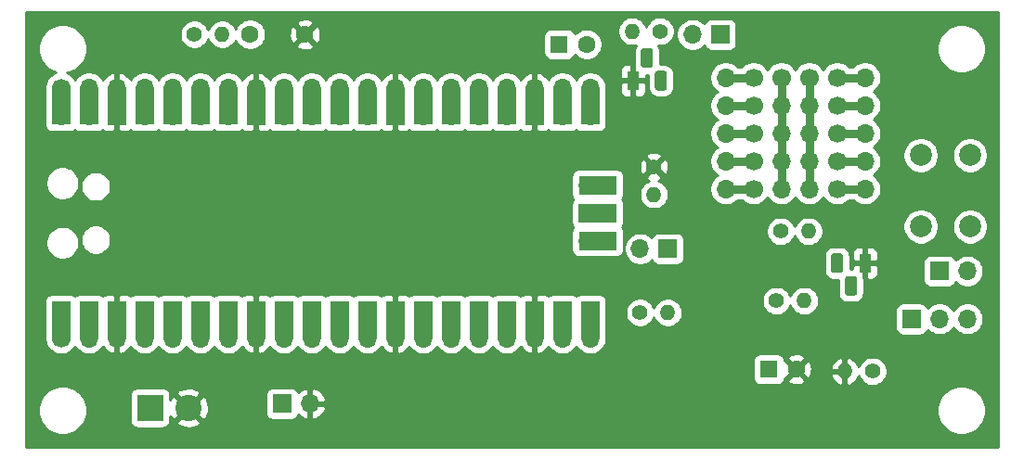
<source format=gbr>
G04 #@! TF.GenerationSoftware,KiCad,Pcbnew,5.1.5+dfsg1-2build2*
G04 #@! TF.CreationDate,2021-11-10T16:19:55-05:00*
G04 #@! TF.ProjectId,SINSONTE_MODEL_B,53494e53-4f4e-4544-955f-4d4f44454c5f,rev?*
G04 #@! TF.SameCoordinates,Original*
G04 #@! TF.FileFunction,Copper,L1,Top*
G04 #@! TF.FilePolarity,Positive*
%FSLAX46Y46*%
G04 Gerber Fmt 4.6, Leading zero omitted, Abs format (unit mm)*
G04 Created by KiCad (PCBNEW 5.1.5+dfsg1-2build2) date 2021-11-10 16:19:55*
%MOMM*%
%LPD*%
G04 APERTURE LIST*
%ADD10O,1.700000X1.700000*%
%ADD11R,1.700000X1.700000*%
%ADD12C,1.700000*%
%ADD13R,3.500000X1.700000*%
%ADD14R,1.700000X3.500000*%
%ADD15C,2.400000*%
%ADD16R,2.400000X2.400000*%
%ADD17R,1.100000X1.800000*%
%ADD18C,0.100000*%
%ADD19O,1.400000X1.400000*%
%ADD20C,1.400000*%
%ADD21C,1.600000*%
%ADD22R,1.600000X1.600000*%
%ADD23C,2.000000*%
%ADD24C,0.750000*%
%ADD25C,0.254000*%
G04 APERTURE END LIST*
D10*
X76568300Y-86423500D03*
D11*
X74028300Y-86423500D03*
D10*
X127190500Y-56642000D03*
D12*
X124650500Y-56642000D03*
D10*
X127190500Y-59182000D03*
D12*
X124650500Y-59182000D03*
D10*
X127190500Y-61722000D03*
D12*
X124650500Y-61722000D03*
D10*
X127190500Y-64262000D03*
D12*
X124650500Y-64262000D03*
D10*
X127190500Y-66802000D03*
D12*
X124650500Y-66802000D03*
D10*
X114490500Y-56642000D03*
D12*
X117030500Y-56642000D03*
D10*
X114490500Y-59182000D03*
D12*
X117030500Y-59182000D03*
D10*
X114490500Y-61722000D03*
D12*
X117030500Y-61722000D03*
D10*
X114490500Y-64262000D03*
D12*
X117030500Y-64262000D03*
D10*
X114490500Y-66802000D03*
D12*
X117030500Y-66802000D03*
D10*
X119570500Y-66802000D03*
X119570500Y-64262000D03*
X119570500Y-61722000D03*
X119570500Y-59182000D03*
D12*
X119570500Y-56642000D03*
D10*
X122110500Y-66802000D03*
X122110500Y-64262000D03*
X122110500Y-61722000D03*
X122110500Y-59182000D03*
D12*
X122110500Y-56642000D03*
D10*
X102130000Y-57570000D03*
X99590000Y-57570000D03*
X97050000Y-57570000D03*
X94510000Y-57570000D03*
X91970000Y-57570000D03*
X89430000Y-57570000D03*
X86890000Y-57570000D03*
X84350000Y-57570000D03*
X81810000Y-57570000D03*
X79270000Y-57570000D03*
X76730000Y-57570000D03*
X74190000Y-57570000D03*
X71650000Y-57570000D03*
X69110000Y-57570000D03*
X66570000Y-57570000D03*
X64030000Y-57570000D03*
X61490000Y-57570000D03*
X58950000Y-57570000D03*
X56410000Y-57570000D03*
D12*
X53870000Y-57570000D03*
D10*
X102130000Y-80430000D03*
X99590000Y-80430000D03*
X97050000Y-80430000D03*
X94510000Y-80430000D03*
X91970000Y-80430000D03*
X89430000Y-80430000D03*
X86890000Y-80430000D03*
X84350000Y-80430000D03*
X81810000Y-80430000D03*
X79270000Y-80430000D03*
X76730000Y-80430000D03*
X74190000Y-80430000D03*
X71650000Y-80430000D03*
X69110000Y-80430000D03*
X66570000Y-80430000D03*
X64030000Y-80430000D03*
X61490000Y-80430000D03*
X58950000Y-80430000D03*
X56410000Y-80430000D03*
D12*
X53870000Y-80430000D03*
D10*
X101900000Y-66460000D03*
D13*
X102800000Y-66460000D03*
D11*
X101900000Y-69000000D03*
D13*
X102800000Y-69000000D03*
D10*
X101900000Y-71540000D03*
D13*
X102800000Y-71540000D03*
D14*
X102130000Y-59210000D03*
X99590000Y-59210000D03*
X97050000Y-59210000D03*
X94510000Y-59210000D03*
X91970000Y-59210000D03*
X89430000Y-59210000D03*
X86890000Y-59210000D03*
X84350000Y-59210000D03*
X81810000Y-59210000D03*
X79270000Y-59210000D03*
X76730000Y-59210000D03*
X74190000Y-59210000D03*
X71650000Y-59210000D03*
X69110000Y-59210000D03*
X66570000Y-59210000D03*
X64030000Y-59210000D03*
X61490000Y-59210000D03*
X58950000Y-59210000D03*
X56410000Y-59210000D03*
X53870000Y-59210000D03*
X102130000Y-78790000D03*
X99590000Y-78790000D03*
X97050000Y-78790000D03*
X94510000Y-78790000D03*
X91970000Y-78790000D03*
X89430000Y-78790000D03*
X86890000Y-78790000D03*
X84350000Y-78790000D03*
X81810000Y-78790000D03*
X79270000Y-78790000D03*
X76730000Y-78790000D03*
X74190000Y-78790000D03*
X71650000Y-78790000D03*
X69110000Y-78790000D03*
X66570000Y-78790000D03*
X64030000Y-78790000D03*
X61490000Y-78790000D03*
X58950000Y-78790000D03*
X56410000Y-78790000D03*
X53870000Y-78790000D03*
D10*
X53870000Y-60110000D03*
X56410000Y-60110000D03*
D11*
X58950000Y-60110000D03*
D10*
X61490000Y-60110000D03*
X64030000Y-60110000D03*
X66570000Y-60110000D03*
X69110000Y-60110000D03*
D11*
X71650000Y-60110000D03*
D10*
X74190000Y-60110000D03*
X76730000Y-60110000D03*
X79270000Y-60110000D03*
X81810000Y-60110000D03*
D11*
X84350000Y-60110000D03*
D10*
X86890000Y-60110000D03*
X89430000Y-60110000D03*
X91970000Y-60110000D03*
X94510000Y-60110000D03*
D11*
X97050000Y-60110000D03*
D10*
X99590000Y-60110000D03*
X102130000Y-60110000D03*
X102130000Y-77890000D03*
X99590000Y-77890000D03*
D11*
X97050000Y-77890000D03*
D10*
X94510000Y-77890000D03*
X91970000Y-77890000D03*
X89430000Y-77890000D03*
X86890000Y-77890000D03*
D11*
X84350000Y-77890000D03*
D10*
X81810000Y-77890000D03*
X79270000Y-77890000D03*
X76730000Y-77890000D03*
X74190000Y-77890000D03*
D11*
X71650000Y-77890000D03*
D10*
X69110000Y-77890000D03*
X66570000Y-77890000D03*
X64030000Y-77890000D03*
X61490000Y-77890000D03*
D11*
X58950000Y-77890000D03*
D10*
X56410000Y-77890000D03*
X53870000Y-77890000D03*
D15*
X65500000Y-86800000D03*
D16*
X62000000Y-86800000D03*
D17*
X106045000Y-56915000D03*
G04 #@! TA.AperFunction,ComponentPad*
D18*
G36*
X108886955Y-56016324D02*
G01*
X108913650Y-56020284D01*
X108939828Y-56026841D01*
X108965238Y-56035933D01*
X108989634Y-56047472D01*
X109012782Y-56061346D01*
X109034458Y-56077422D01*
X109054454Y-56095546D01*
X109072578Y-56115542D01*
X109088654Y-56137218D01*
X109102528Y-56160366D01*
X109114067Y-56184762D01*
X109123159Y-56210172D01*
X109129716Y-56236350D01*
X109133676Y-56263045D01*
X109135000Y-56290000D01*
X109135000Y-57540000D01*
X109133676Y-57566955D01*
X109129716Y-57593650D01*
X109123159Y-57619828D01*
X109114067Y-57645238D01*
X109102528Y-57669634D01*
X109088654Y-57692782D01*
X109072578Y-57714458D01*
X109054454Y-57734454D01*
X109034458Y-57752578D01*
X109012782Y-57768654D01*
X108989634Y-57782528D01*
X108965238Y-57794067D01*
X108939828Y-57803159D01*
X108913650Y-57809716D01*
X108886955Y-57813676D01*
X108860000Y-57815000D01*
X108310000Y-57815000D01*
X108283045Y-57813676D01*
X108256350Y-57809716D01*
X108230172Y-57803159D01*
X108204762Y-57794067D01*
X108180366Y-57782528D01*
X108157218Y-57768654D01*
X108135542Y-57752578D01*
X108115546Y-57734454D01*
X108097422Y-57714458D01*
X108081346Y-57692782D01*
X108067472Y-57669634D01*
X108055933Y-57645238D01*
X108046841Y-57619828D01*
X108040284Y-57593650D01*
X108036324Y-57566955D01*
X108035000Y-57540000D01*
X108035000Y-56290000D01*
X108036324Y-56263045D01*
X108040284Y-56236350D01*
X108046841Y-56210172D01*
X108055933Y-56184762D01*
X108067472Y-56160366D01*
X108081346Y-56137218D01*
X108097422Y-56115542D01*
X108115546Y-56095546D01*
X108135542Y-56077422D01*
X108157218Y-56061346D01*
X108180366Y-56047472D01*
X108204762Y-56035933D01*
X108230172Y-56026841D01*
X108256350Y-56020284D01*
X108283045Y-56016324D01*
X108310000Y-56015000D01*
X108860000Y-56015000D01*
X108886955Y-56016324D01*
G37*
G04 #@! TD.AperFunction*
G04 #@! TA.AperFunction,ComponentPad*
G36*
X107616955Y-53946324D02*
G01*
X107643650Y-53950284D01*
X107669828Y-53956841D01*
X107695238Y-53965933D01*
X107719634Y-53977472D01*
X107742782Y-53991346D01*
X107764458Y-54007422D01*
X107784454Y-54025546D01*
X107802578Y-54045542D01*
X107818654Y-54067218D01*
X107832528Y-54090366D01*
X107844067Y-54114762D01*
X107853159Y-54140172D01*
X107859716Y-54166350D01*
X107863676Y-54193045D01*
X107865000Y-54220000D01*
X107865000Y-55470000D01*
X107863676Y-55496955D01*
X107859716Y-55523650D01*
X107853159Y-55549828D01*
X107844067Y-55575238D01*
X107832528Y-55599634D01*
X107818654Y-55622782D01*
X107802578Y-55644458D01*
X107784454Y-55664454D01*
X107764458Y-55682578D01*
X107742782Y-55698654D01*
X107719634Y-55712528D01*
X107695238Y-55724067D01*
X107669828Y-55733159D01*
X107643650Y-55739716D01*
X107616955Y-55743676D01*
X107590000Y-55745000D01*
X107040000Y-55745000D01*
X107013045Y-55743676D01*
X106986350Y-55739716D01*
X106960172Y-55733159D01*
X106934762Y-55724067D01*
X106910366Y-55712528D01*
X106887218Y-55698654D01*
X106865542Y-55682578D01*
X106845546Y-55664454D01*
X106827422Y-55644458D01*
X106811346Y-55622782D01*
X106797472Y-55599634D01*
X106785933Y-55575238D01*
X106776841Y-55549828D01*
X106770284Y-55523650D01*
X106766324Y-55496955D01*
X106765000Y-55470000D01*
X106765000Y-54220000D01*
X106766324Y-54193045D01*
X106770284Y-54166350D01*
X106776841Y-54140172D01*
X106785933Y-54114762D01*
X106797472Y-54090366D01*
X106811346Y-54067218D01*
X106827422Y-54045542D01*
X106845546Y-54025546D01*
X106865542Y-54007422D01*
X106887218Y-53991346D01*
X106910366Y-53977472D01*
X106934762Y-53965933D01*
X106960172Y-53956841D01*
X106986350Y-53950284D01*
X107013045Y-53946324D01*
X107040000Y-53945000D01*
X107590000Y-53945000D01*
X107616955Y-53946324D01*
G37*
G04 #@! TD.AperFunction*
D17*
X127190500Y-73577500D03*
G04 #@! TA.AperFunction,ComponentPad*
D18*
G36*
X124952455Y-72678824D02*
G01*
X124979150Y-72682784D01*
X125005328Y-72689341D01*
X125030738Y-72698433D01*
X125055134Y-72709972D01*
X125078282Y-72723846D01*
X125099958Y-72739922D01*
X125119954Y-72758046D01*
X125138078Y-72778042D01*
X125154154Y-72799718D01*
X125168028Y-72822866D01*
X125179567Y-72847262D01*
X125188659Y-72872672D01*
X125195216Y-72898850D01*
X125199176Y-72925545D01*
X125200500Y-72952500D01*
X125200500Y-74202500D01*
X125199176Y-74229455D01*
X125195216Y-74256150D01*
X125188659Y-74282328D01*
X125179567Y-74307738D01*
X125168028Y-74332134D01*
X125154154Y-74355282D01*
X125138078Y-74376958D01*
X125119954Y-74396954D01*
X125099958Y-74415078D01*
X125078282Y-74431154D01*
X125055134Y-74445028D01*
X125030738Y-74456567D01*
X125005328Y-74465659D01*
X124979150Y-74472216D01*
X124952455Y-74476176D01*
X124925500Y-74477500D01*
X124375500Y-74477500D01*
X124348545Y-74476176D01*
X124321850Y-74472216D01*
X124295672Y-74465659D01*
X124270262Y-74456567D01*
X124245866Y-74445028D01*
X124222718Y-74431154D01*
X124201042Y-74415078D01*
X124181046Y-74396954D01*
X124162922Y-74376958D01*
X124146846Y-74355282D01*
X124132972Y-74332134D01*
X124121433Y-74307738D01*
X124112341Y-74282328D01*
X124105784Y-74256150D01*
X124101824Y-74229455D01*
X124100500Y-74202500D01*
X124100500Y-72952500D01*
X124101824Y-72925545D01*
X124105784Y-72898850D01*
X124112341Y-72872672D01*
X124121433Y-72847262D01*
X124132972Y-72822866D01*
X124146846Y-72799718D01*
X124162922Y-72778042D01*
X124181046Y-72758046D01*
X124201042Y-72739922D01*
X124222718Y-72723846D01*
X124245866Y-72709972D01*
X124270262Y-72698433D01*
X124295672Y-72689341D01*
X124321850Y-72682784D01*
X124348545Y-72678824D01*
X124375500Y-72677500D01*
X124925500Y-72677500D01*
X124952455Y-72678824D01*
G37*
G04 #@! TD.AperFunction*
G04 #@! TA.AperFunction,ComponentPad*
G36*
X126222455Y-74748824D02*
G01*
X126249150Y-74752784D01*
X126275328Y-74759341D01*
X126300738Y-74768433D01*
X126325134Y-74779972D01*
X126348282Y-74793846D01*
X126369958Y-74809922D01*
X126389954Y-74828046D01*
X126408078Y-74848042D01*
X126424154Y-74869718D01*
X126438028Y-74892866D01*
X126449567Y-74917262D01*
X126458659Y-74942672D01*
X126465216Y-74968850D01*
X126469176Y-74995545D01*
X126470500Y-75022500D01*
X126470500Y-76272500D01*
X126469176Y-76299455D01*
X126465216Y-76326150D01*
X126458659Y-76352328D01*
X126449567Y-76377738D01*
X126438028Y-76402134D01*
X126424154Y-76425282D01*
X126408078Y-76446958D01*
X126389954Y-76466954D01*
X126369958Y-76485078D01*
X126348282Y-76501154D01*
X126325134Y-76515028D01*
X126300738Y-76526567D01*
X126275328Y-76535659D01*
X126249150Y-76542216D01*
X126222455Y-76546176D01*
X126195500Y-76547500D01*
X125645500Y-76547500D01*
X125618545Y-76546176D01*
X125591850Y-76542216D01*
X125565672Y-76535659D01*
X125540262Y-76526567D01*
X125515866Y-76515028D01*
X125492718Y-76501154D01*
X125471042Y-76485078D01*
X125451046Y-76466954D01*
X125432922Y-76446958D01*
X125416846Y-76425282D01*
X125402972Y-76402134D01*
X125391433Y-76377738D01*
X125382341Y-76352328D01*
X125375784Y-76326150D01*
X125371824Y-76299455D01*
X125370500Y-76272500D01*
X125370500Y-75022500D01*
X125371824Y-74995545D01*
X125375784Y-74968850D01*
X125382341Y-74942672D01*
X125391433Y-74917262D01*
X125402972Y-74892866D01*
X125416846Y-74869718D01*
X125432922Y-74848042D01*
X125451046Y-74828046D01*
X125471042Y-74809922D01*
X125492718Y-74793846D01*
X125515866Y-74779972D01*
X125540262Y-74768433D01*
X125565672Y-74759341D01*
X125591850Y-74752784D01*
X125618545Y-74748824D01*
X125645500Y-74747500D01*
X126195500Y-74747500D01*
X126222455Y-74748824D01*
G37*
G04 #@! TD.AperFunction*
D10*
X136525000Y-78676500D03*
X133985000Y-78676500D03*
D11*
X131445000Y-78676500D03*
D19*
X125336300Y-83451700D03*
D20*
X127876300Y-83451700D03*
D19*
X68580000Y-52700000D03*
D20*
X66040000Y-52700000D03*
D21*
X76120000Y-52700000D03*
X71120000Y-52700000D03*
D19*
X109220000Y-78105000D03*
D20*
X106680000Y-78105000D03*
D19*
X107950000Y-67310000D03*
D20*
X107950000Y-64770000D03*
D10*
X106680000Y-72263000D03*
D11*
X109220000Y-72263000D03*
D19*
X105960000Y-52400000D03*
D20*
X108500000Y-52400000D03*
D10*
X111460000Y-52705000D03*
D11*
X114000000Y-52705000D03*
D21*
X101814000Y-53594000D03*
D22*
X99314000Y-53594000D03*
D23*
X132270500Y-63731000D03*
X136770500Y-63731000D03*
X132270500Y-70231000D03*
X136770500Y-70231000D03*
D10*
X136525000Y-74295000D03*
D11*
X133985000Y-74295000D03*
D19*
X122047000Y-70675500D03*
D20*
X119507000Y-70675500D03*
D19*
X121666000Y-77025500D03*
D20*
X119126000Y-77025500D03*
D21*
X120914800Y-83273900D03*
D22*
X118414800Y-83273900D03*
D24*
X119570500Y-56642000D02*
X119570500Y-59182000D01*
X119570500Y-59182000D02*
X119570500Y-61722000D01*
X119570500Y-61722000D02*
X119570500Y-64262000D01*
X119570500Y-66802000D02*
X119570500Y-64262000D01*
X122110500Y-56642000D02*
X122110500Y-59182000D01*
X122110500Y-59182000D02*
X122110500Y-61722000D01*
X122110500Y-61722000D02*
X122110500Y-64262000D01*
X122110500Y-64262000D02*
X122110500Y-66802000D01*
X114490500Y-66802000D02*
X117030500Y-66802000D01*
X114490500Y-64262000D02*
X117030500Y-64262000D01*
X114490500Y-61722000D02*
X117030500Y-61722000D01*
X114490500Y-59182000D02*
X117030500Y-59182000D01*
X114490500Y-56642000D02*
X117030500Y-56642000D01*
X124650500Y-66802000D02*
X127190500Y-66802000D01*
X124650500Y-64262000D02*
X127190500Y-64262000D01*
X124650500Y-61722000D02*
X127190500Y-61722000D01*
X124650500Y-59182000D02*
X127190500Y-59182000D01*
X124650500Y-56642000D02*
X127190500Y-56642000D01*
D25*
G36*
X139340001Y-90340000D02*
G01*
X50660000Y-90340000D01*
X50660000Y-86779872D01*
X51765000Y-86779872D01*
X51765000Y-87220128D01*
X51850890Y-87651925D01*
X52019369Y-88058669D01*
X52263962Y-88424729D01*
X52575271Y-88736038D01*
X52941331Y-88980631D01*
X53348075Y-89149110D01*
X53779872Y-89235000D01*
X54220128Y-89235000D01*
X54651925Y-89149110D01*
X55058669Y-88980631D01*
X55424729Y-88736038D01*
X55736038Y-88424729D01*
X55980631Y-88058669D01*
X56149110Y-87651925D01*
X56235000Y-87220128D01*
X56235000Y-86779872D01*
X56149110Y-86348075D01*
X55980631Y-85941331D01*
X55752562Y-85600000D01*
X60161928Y-85600000D01*
X60161928Y-88000000D01*
X60174188Y-88124482D01*
X60210498Y-88244180D01*
X60269463Y-88354494D01*
X60348815Y-88451185D01*
X60445506Y-88530537D01*
X60555820Y-88589502D01*
X60675518Y-88625812D01*
X60800000Y-88638072D01*
X63200000Y-88638072D01*
X63324482Y-88625812D01*
X63444180Y-88589502D01*
X63554494Y-88530537D01*
X63651185Y-88451185D01*
X63730537Y-88354494D01*
X63789502Y-88244180D01*
X63825812Y-88124482D01*
X63830391Y-88077980D01*
X64401626Y-88077980D01*
X64521514Y-88362836D01*
X64845210Y-88523699D01*
X65194069Y-88618322D01*
X65554684Y-88643067D01*
X65913198Y-88596985D01*
X66255833Y-88481846D01*
X66478486Y-88362836D01*
X66598374Y-88077980D01*
X65500000Y-86979605D01*
X64401626Y-88077980D01*
X63830391Y-88077980D01*
X63838072Y-88000000D01*
X63838072Y-87593097D01*
X63937164Y-87778486D01*
X64222020Y-87898374D01*
X65320395Y-86800000D01*
X65679605Y-86800000D01*
X66777980Y-87898374D01*
X67062836Y-87778486D01*
X67223699Y-87454790D01*
X67318322Y-87105931D01*
X67343067Y-86745316D01*
X67296985Y-86386802D01*
X67181846Y-86044167D01*
X67062836Y-85821514D01*
X66777980Y-85701626D01*
X65679605Y-86800000D01*
X65320395Y-86800000D01*
X64222020Y-85701626D01*
X63937164Y-85821514D01*
X63838072Y-86020912D01*
X63838072Y-85600000D01*
X63830392Y-85522020D01*
X64401626Y-85522020D01*
X65500000Y-86620395D01*
X66546894Y-85573500D01*
X72540228Y-85573500D01*
X72540228Y-87273500D01*
X72552488Y-87397982D01*
X72588798Y-87517680D01*
X72647763Y-87627994D01*
X72727115Y-87724685D01*
X72823806Y-87804037D01*
X72934120Y-87863002D01*
X73053818Y-87899312D01*
X73178300Y-87911572D01*
X74878300Y-87911572D01*
X75002782Y-87899312D01*
X75122480Y-87863002D01*
X75232794Y-87804037D01*
X75329485Y-87724685D01*
X75408837Y-87627994D01*
X75467802Y-87517680D01*
X75492266Y-87437034D01*
X75568031Y-87521088D01*
X75801380Y-87695141D01*
X76064201Y-87820325D01*
X76211410Y-87864976D01*
X76441300Y-87743655D01*
X76441300Y-86550500D01*
X76695300Y-86550500D01*
X76695300Y-87743655D01*
X76925190Y-87864976D01*
X77072399Y-87820325D01*
X77335220Y-87695141D01*
X77568569Y-87521088D01*
X77763478Y-87304855D01*
X77912457Y-87054752D01*
X78009781Y-86780391D01*
X78009509Y-86779872D01*
X133765000Y-86779872D01*
X133765000Y-87220128D01*
X133850890Y-87651925D01*
X134019369Y-88058669D01*
X134263962Y-88424729D01*
X134575271Y-88736038D01*
X134941331Y-88980631D01*
X135348075Y-89149110D01*
X135779872Y-89235000D01*
X136220128Y-89235000D01*
X136651925Y-89149110D01*
X137058669Y-88980631D01*
X137424729Y-88736038D01*
X137736038Y-88424729D01*
X137980631Y-88058669D01*
X138149110Y-87651925D01*
X138235000Y-87220128D01*
X138235000Y-86779872D01*
X138149110Y-86348075D01*
X137980631Y-85941331D01*
X137736038Y-85575271D01*
X137424729Y-85263962D01*
X137058669Y-85019369D01*
X136651925Y-84850890D01*
X136220128Y-84765000D01*
X135779872Y-84765000D01*
X135348075Y-84850890D01*
X134941331Y-85019369D01*
X134575271Y-85263962D01*
X134263962Y-85575271D01*
X134019369Y-85941331D01*
X133850890Y-86348075D01*
X133765000Y-86779872D01*
X78009509Y-86779872D01*
X77889114Y-86550500D01*
X76695300Y-86550500D01*
X76441300Y-86550500D01*
X76421300Y-86550500D01*
X76421300Y-86296500D01*
X76441300Y-86296500D01*
X76441300Y-85103345D01*
X76695300Y-85103345D01*
X76695300Y-86296500D01*
X77889114Y-86296500D01*
X78009781Y-86066609D01*
X77912457Y-85792248D01*
X77763478Y-85542145D01*
X77568569Y-85325912D01*
X77335220Y-85151859D01*
X77072399Y-85026675D01*
X76925190Y-84982024D01*
X76695300Y-85103345D01*
X76441300Y-85103345D01*
X76211410Y-84982024D01*
X76064201Y-85026675D01*
X75801380Y-85151859D01*
X75568031Y-85325912D01*
X75492266Y-85409966D01*
X75467802Y-85329320D01*
X75408837Y-85219006D01*
X75329485Y-85122315D01*
X75232794Y-85042963D01*
X75122480Y-84983998D01*
X75002782Y-84947688D01*
X74878300Y-84935428D01*
X73178300Y-84935428D01*
X73053818Y-84947688D01*
X72934120Y-84983998D01*
X72823806Y-85042963D01*
X72727115Y-85122315D01*
X72647763Y-85219006D01*
X72588798Y-85329320D01*
X72552488Y-85449018D01*
X72540228Y-85573500D01*
X66546894Y-85573500D01*
X66598374Y-85522020D01*
X66478486Y-85237164D01*
X66154790Y-85076301D01*
X65805931Y-84981678D01*
X65445316Y-84956933D01*
X65086802Y-85003015D01*
X64744167Y-85118154D01*
X64521514Y-85237164D01*
X64401626Y-85522020D01*
X63830392Y-85522020D01*
X63825812Y-85475518D01*
X63789502Y-85355820D01*
X63730537Y-85245506D01*
X63651185Y-85148815D01*
X63554494Y-85069463D01*
X63444180Y-85010498D01*
X63324482Y-84974188D01*
X63200000Y-84961928D01*
X60800000Y-84961928D01*
X60675518Y-84974188D01*
X60555820Y-85010498D01*
X60445506Y-85069463D01*
X60348815Y-85148815D01*
X60269463Y-85245506D01*
X60210498Y-85355820D01*
X60174188Y-85475518D01*
X60161928Y-85600000D01*
X55752562Y-85600000D01*
X55736038Y-85575271D01*
X55424729Y-85263962D01*
X55058669Y-85019369D01*
X54651925Y-84850890D01*
X54220128Y-84765000D01*
X53779872Y-84765000D01*
X53348075Y-84850890D01*
X52941331Y-85019369D01*
X52575271Y-85263962D01*
X52263962Y-85575271D01*
X52019369Y-85941331D01*
X51850890Y-86348075D01*
X51765000Y-86779872D01*
X50660000Y-86779872D01*
X50660000Y-82473900D01*
X116976728Y-82473900D01*
X116976728Y-84073900D01*
X116988988Y-84198382D01*
X117025298Y-84318080D01*
X117084263Y-84428394D01*
X117163615Y-84525085D01*
X117260306Y-84604437D01*
X117370620Y-84663402D01*
X117490318Y-84699712D01*
X117614800Y-84711972D01*
X119214800Y-84711972D01*
X119339282Y-84699712D01*
X119458980Y-84663402D01*
X119569294Y-84604437D01*
X119665985Y-84525085D01*
X119745337Y-84428394D01*
X119804302Y-84318080D01*
X119819917Y-84266602D01*
X120101703Y-84266602D01*
X120173286Y-84510571D01*
X120428796Y-84631471D01*
X120702984Y-84700200D01*
X120985312Y-84714117D01*
X121264930Y-84672687D01*
X121531092Y-84577503D01*
X121656314Y-84510571D01*
X121727897Y-84266602D01*
X120914800Y-83453505D01*
X120101703Y-84266602D01*
X119819917Y-84266602D01*
X119840612Y-84198382D01*
X119852872Y-84073900D01*
X119852872Y-84066685D01*
X119922098Y-84086997D01*
X120735195Y-83273900D01*
X121094405Y-83273900D01*
X121907502Y-84086997D01*
X122151471Y-84015414D01*
X122260482Y-83785029D01*
X124043584Y-83785029D01*
X124076253Y-83892744D01*
X124186508Y-84130092D01*
X124340949Y-84341370D01*
X124533640Y-84518459D01*
X124757177Y-84654553D01*
X125002970Y-84744422D01*
X125209300Y-84621901D01*
X125209300Y-83578700D01*
X124166926Y-83578700D01*
X124043584Y-83785029D01*
X122260482Y-83785029D01*
X122272371Y-83759904D01*
X122341100Y-83485716D01*
X122355017Y-83203388D01*
X122342421Y-83118371D01*
X124043584Y-83118371D01*
X124166926Y-83324700D01*
X125209300Y-83324700D01*
X125209300Y-82281499D01*
X125463300Y-82281499D01*
X125463300Y-83324700D01*
X125483300Y-83324700D01*
X125483300Y-83578700D01*
X125463300Y-83578700D01*
X125463300Y-84621901D01*
X125669630Y-84744422D01*
X125915423Y-84654553D01*
X126138960Y-84518459D01*
X126331651Y-84341370D01*
X126486092Y-84130092D01*
X126596347Y-83892744D01*
X126603806Y-83868150D01*
X126693239Y-84084059D01*
X126839338Y-84302713D01*
X127025287Y-84488662D01*
X127243941Y-84634761D01*
X127486895Y-84735396D01*
X127744814Y-84786700D01*
X128007786Y-84786700D01*
X128265705Y-84735396D01*
X128508659Y-84634761D01*
X128727313Y-84488662D01*
X128913262Y-84302713D01*
X129059361Y-84084059D01*
X129159996Y-83841105D01*
X129211300Y-83583186D01*
X129211300Y-83320214D01*
X129159996Y-83062295D01*
X129059361Y-82819341D01*
X128913262Y-82600687D01*
X128727313Y-82414738D01*
X128508659Y-82268639D01*
X128265705Y-82168004D01*
X128007786Y-82116700D01*
X127744814Y-82116700D01*
X127486895Y-82168004D01*
X127243941Y-82268639D01*
X127025287Y-82414738D01*
X126839338Y-82600687D01*
X126693239Y-82819341D01*
X126603806Y-83035250D01*
X126596347Y-83010656D01*
X126486092Y-82773308D01*
X126331651Y-82562030D01*
X126138960Y-82384941D01*
X125915423Y-82248847D01*
X125669630Y-82158978D01*
X125463300Y-82281499D01*
X125209300Y-82281499D01*
X125002970Y-82158978D01*
X124757177Y-82248847D01*
X124533640Y-82384941D01*
X124340949Y-82562030D01*
X124186508Y-82773308D01*
X124076253Y-83010656D01*
X124043584Y-83118371D01*
X122342421Y-83118371D01*
X122313587Y-82923770D01*
X122218403Y-82657608D01*
X122151471Y-82532386D01*
X121907502Y-82460803D01*
X121094405Y-83273900D01*
X120735195Y-83273900D01*
X119922098Y-82460803D01*
X119852872Y-82481115D01*
X119852872Y-82473900D01*
X119840612Y-82349418D01*
X119819918Y-82281198D01*
X120101703Y-82281198D01*
X120914800Y-83094295D01*
X121727897Y-82281198D01*
X121656314Y-82037229D01*
X121400804Y-81916329D01*
X121126616Y-81847600D01*
X120844288Y-81833683D01*
X120564670Y-81875113D01*
X120298508Y-81970297D01*
X120173286Y-82037229D01*
X120101703Y-82281198D01*
X119819918Y-82281198D01*
X119804302Y-82229720D01*
X119745337Y-82119406D01*
X119665985Y-82022715D01*
X119569294Y-81943363D01*
X119458980Y-81884398D01*
X119339282Y-81848088D01*
X119214800Y-81835828D01*
X117614800Y-81835828D01*
X117490318Y-81848088D01*
X117370620Y-81884398D01*
X117260306Y-81943363D01*
X117163615Y-82022715D01*
X117084263Y-82119406D01*
X117025298Y-82229720D01*
X116988988Y-82349418D01*
X116976728Y-82473900D01*
X50660000Y-82473900D01*
X50660000Y-77040000D01*
X52381928Y-77040000D01*
X52381928Y-80540000D01*
X52385000Y-80571192D01*
X52385000Y-80576260D01*
X52385989Y-80581231D01*
X52394188Y-80664482D01*
X52418473Y-80744539D01*
X52442068Y-80863158D01*
X52554010Y-81133411D01*
X52716525Y-81376632D01*
X52923368Y-81583475D01*
X53166589Y-81745990D01*
X53436842Y-81857932D01*
X53723740Y-81915000D01*
X54016260Y-81915000D01*
X54303158Y-81857932D01*
X54573411Y-81745990D01*
X54816632Y-81583475D01*
X55023475Y-81376632D01*
X55140000Y-81202240D01*
X55256525Y-81376632D01*
X55463368Y-81583475D01*
X55706589Y-81745990D01*
X55976842Y-81857932D01*
X56263740Y-81915000D01*
X56556260Y-81915000D01*
X56843158Y-81857932D01*
X57113411Y-81745990D01*
X57356632Y-81583475D01*
X57563475Y-81376632D01*
X57685195Y-81194466D01*
X57754822Y-81311355D01*
X57949731Y-81527588D01*
X58183080Y-81701641D01*
X58445901Y-81826825D01*
X58593110Y-81871476D01*
X58823000Y-81750155D01*
X58823000Y-76563750D01*
X59077000Y-76563750D01*
X59077000Y-81750155D01*
X59306890Y-81871476D01*
X59454099Y-81826825D01*
X59716920Y-81701641D01*
X59950269Y-81527588D01*
X60145178Y-81311355D01*
X60214805Y-81194466D01*
X60336525Y-81376632D01*
X60543368Y-81583475D01*
X60786589Y-81745990D01*
X61056842Y-81857932D01*
X61343740Y-81915000D01*
X61636260Y-81915000D01*
X61923158Y-81857932D01*
X62193411Y-81745990D01*
X62436632Y-81583475D01*
X62643475Y-81376632D01*
X62760000Y-81202240D01*
X62876525Y-81376632D01*
X63083368Y-81583475D01*
X63326589Y-81745990D01*
X63596842Y-81857932D01*
X63883740Y-81915000D01*
X64176260Y-81915000D01*
X64463158Y-81857932D01*
X64733411Y-81745990D01*
X64976632Y-81583475D01*
X65183475Y-81376632D01*
X65300000Y-81202240D01*
X65416525Y-81376632D01*
X65623368Y-81583475D01*
X65866589Y-81745990D01*
X66136842Y-81857932D01*
X66423740Y-81915000D01*
X66716260Y-81915000D01*
X67003158Y-81857932D01*
X67273411Y-81745990D01*
X67516632Y-81583475D01*
X67723475Y-81376632D01*
X67840000Y-81202240D01*
X67956525Y-81376632D01*
X68163368Y-81583475D01*
X68406589Y-81745990D01*
X68676842Y-81857932D01*
X68963740Y-81915000D01*
X69256260Y-81915000D01*
X69543158Y-81857932D01*
X69813411Y-81745990D01*
X70056632Y-81583475D01*
X70263475Y-81376632D01*
X70385195Y-81194466D01*
X70454822Y-81311355D01*
X70649731Y-81527588D01*
X70883080Y-81701641D01*
X71145901Y-81826825D01*
X71293110Y-81871476D01*
X71523000Y-81750155D01*
X71523000Y-76563750D01*
X71777000Y-76563750D01*
X71777000Y-81750155D01*
X72006890Y-81871476D01*
X72154099Y-81826825D01*
X72416920Y-81701641D01*
X72650269Y-81527588D01*
X72845178Y-81311355D01*
X72914805Y-81194466D01*
X73036525Y-81376632D01*
X73243368Y-81583475D01*
X73486589Y-81745990D01*
X73756842Y-81857932D01*
X74043740Y-81915000D01*
X74336260Y-81915000D01*
X74623158Y-81857932D01*
X74893411Y-81745990D01*
X75136632Y-81583475D01*
X75343475Y-81376632D01*
X75460000Y-81202240D01*
X75576525Y-81376632D01*
X75783368Y-81583475D01*
X76026589Y-81745990D01*
X76296842Y-81857932D01*
X76583740Y-81915000D01*
X76876260Y-81915000D01*
X77163158Y-81857932D01*
X77433411Y-81745990D01*
X77676632Y-81583475D01*
X77883475Y-81376632D01*
X78000000Y-81202240D01*
X78116525Y-81376632D01*
X78323368Y-81583475D01*
X78566589Y-81745990D01*
X78836842Y-81857932D01*
X79123740Y-81915000D01*
X79416260Y-81915000D01*
X79703158Y-81857932D01*
X79973411Y-81745990D01*
X80216632Y-81583475D01*
X80423475Y-81376632D01*
X80540000Y-81202240D01*
X80656525Y-81376632D01*
X80863368Y-81583475D01*
X81106589Y-81745990D01*
X81376842Y-81857932D01*
X81663740Y-81915000D01*
X81956260Y-81915000D01*
X82243158Y-81857932D01*
X82513411Y-81745990D01*
X82756632Y-81583475D01*
X82963475Y-81376632D01*
X83085195Y-81194466D01*
X83154822Y-81311355D01*
X83349731Y-81527588D01*
X83583080Y-81701641D01*
X83845901Y-81826825D01*
X83993110Y-81871476D01*
X84223000Y-81750155D01*
X84223000Y-76563750D01*
X84477000Y-76563750D01*
X84477000Y-81750155D01*
X84706890Y-81871476D01*
X84854099Y-81826825D01*
X85116920Y-81701641D01*
X85350269Y-81527588D01*
X85545178Y-81311355D01*
X85614805Y-81194466D01*
X85736525Y-81376632D01*
X85943368Y-81583475D01*
X86186589Y-81745990D01*
X86456842Y-81857932D01*
X86743740Y-81915000D01*
X87036260Y-81915000D01*
X87323158Y-81857932D01*
X87593411Y-81745990D01*
X87836632Y-81583475D01*
X88043475Y-81376632D01*
X88160000Y-81202240D01*
X88276525Y-81376632D01*
X88483368Y-81583475D01*
X88726589Y-81745990D01*
X88996842Y-81857932D01*
X89283740Y-81915000D01*
X89576260Y-81915000D01*
X89863158Y-81857932D01*
X90133411Y-81745990D01*
X90376632Y-81583475D01*
X90583475Y-81376632D01*
X90700000Y-81202240D01*
X90816525Y-81376632D01*
X91023368Y-81583475D01*
X91266589Y-81745990D01*
X91536842Y-81857932D01*
X91823740Y-81915000D01*
X92116260Y-81915000D01*
X92403158Y-81857932D01*
X92673411Y-81745990D01*
X92916632Y-81583475D01*
X93123475Y-81376632D01*
X93240000Y-81202240D01*
X93356525Y-81376632D01*
X93563368Y-81583475D01*
X93806589Y-81745990D01*
X94076842Y-81857932D01*
X94363740Y-81915000D01*
X94656260Y-81915000D01*
X94943158Y-81857932D01*
X95213411Y-81745990D01*
X95456632Y-81583475D01*
X95663475Y-81376632D01*
X95785195Y-81194466D01*
X95854822Y-81311355D01*
X96049731Y-81527588D01*
X96283080Y-81701641D01*
X96545901Y-81826825D01*
X96693110Y-81871476D01*
X96923000Y-81750155D01*
X96923000Y-76563750D01*
X97177000Y-76563750D01*
X97177000Y-81750155D01*
X97406890Y-81871476D01*
X97554099Y-81826825D01*
X97816920Y-81701641D01*
X98050269Y-81527588D01*
X98245178Y-81311355D01*
X98314805Y-81194466D01*
X98436525Y-81376632D01*
X98643368Y-81583475D01*
X98886589Y-81745990D01*
X99156842Y-81857932D01*
X99443740Y-81915000D01*
X99736260Y-81915000D01*
X100023158Y-81857932D01*
X100293411Y-81745990D01*
X100536632Y-81583475D01*
X100743475Y-81376632D01*
X100860000Y-81202240D01*
X100976525Y-81376632D01*
X101183368Y-81583475D01*
X101426589Y-81745990D01*
X101696842Y-81857932D01*
X101983740Y-81915000D01*
X102276260Y-81915000D01*
X102563158Y-81857932D01*
X102833411Y-81745990D01*
X103076632Y-81583475D01*
X103283475Y-81376632D01*
X103445990Y-81133411D01*
X103557932Y-80863158D01*
X103581527Y-80744539D01*
X103605812Y-80664482D01*
X103614011Y-80581231D01*
X103615000Y-80576260D01*
X103615000Y-80571192D01*
X103618072Y-80540000D01*
X103618072Y-77973514D01*
X105345000Y-77973514D01*
X105345000Y-78236486D01*
X105396304Y-78494405D01*
X105496939Y-78737359D01*
X105643038Y-78956013D01*
X105828987Y-79141962D01*
X106047641Y-79288061D01*
X106290595Y-79388696D01*
X106548514Y-79440000D01*
X106811486Y-79440000D01*
X107069405Y-79388696D01*
X107312359Y-79288061D01*
X107531013Y-79141962D01*
X107716962Y-78956013D01*
X107863061Y-78737359D01*
X107950000Y-78527470D01*
X108036939Y-78737359D01*
X108183038Y-78956013D01*
X108368987Y-79141962D01*
X108587641Y-79288061D01*
X108830595Y-79388696D01*
X109088514Y-79440000D01*
X109351486Y-79440000D01*
X109609405Y-79388696D01*
X109852359Y-79288061D01*
X110071013Y-79141962D01*
X110256962Y-78956013D01*
X110403061Y-78737359D01*
X110503696Y-78494405D01*
X110555000Y-78236486D01*
X110555000Y-77973514D01*
X110503696Y-77715595D01*
X110403061Y-77472641D01*
X110256962Y-77253987D01*
X110071013Y-77068038D01*
X109852359Y-76921939D01*
X109784943Y-76894014D01*
X117791000Y-76894014D01*
X117791000Y-77156986D01*
X117842304Y-77414905D01*
X117942939Y-77657859D01*
X118089038Y-77876513D01*
X118274987Y-78062462D01*
X118493641Y-78208561D01*
X118736595Y-78309196D01*
X118994514Y-78360500D01*
X119257486Y-78360500D01*
X119515405Y-78309196D01*
X119758359Y-78208561D01*
X119977013Y-78062462D01*
X120162962Y-77876513D01*
X120309061Y-77657859D01*
X120396000Y-77447970D01*
X120482939Y-77657859D01*
X120629038Y-77876513D01*
X120814987Y-78062462D01*
X121033641Y-78208561D01*
X121276595Y-78309196D01*
X121534514Y-78360500D01*
X121797486Y-78360500D01*
X122055405Y-78309196D01*
X122298359Y-78208561D01*
X122517013Y-78062462D01*
X122702962Y-77876513D01*
X122736379Y-77826500D01*
X129956928Y-77826500D01*
X129956928Y-79526500D01*
X129969188Y-79650982D01*
X130005498Y-79770680D01*
X130064463Y-79880994D01*
X130143815Y-79977685D01*
X130240506Y-80057037D01*
X130350820Y-80116002D01*
X130470518Y-80152312D01*
X130595000Y-80164572D01*
X132295000Y-80164572D01*
X132419482Y-80152312D01*
X132539180Y-80116002D01*
X132649494Y-80057037D01*
X132746185Y-79977685D01*
X132825537Y-79880994D01*
X132884502Y-79770680D01*
X132906513Y-79698120D01*
X133038368Y-79829975D01*
X133281589Y-79992490D01*
X133551842Y-80104432D01*
X133838740Y-80161500D01*
X134131260Y-80161500D01*
X134418158Y-80104432D01*
X134688411Y-79992490D01*
X134931632Y-79829975D01*
X135138475Y-79623132D01*
X135255000Y-79448740D01*
X135371525Y-79623132D01*
X135578368Y-79829975D01*
X135821589Y-79992490D01*
X136091842Y-80104432D01*
X136378740Y-80161500D01*
X136671260Y-80161500D01*
X136958158Y-80104432D01*
X137228411Y-79992490D01*
X137471632Y-79829975D01*
X137678475Y-79623132D01*
X137840990Y-79379911D01*
X137952932Y-79109658D01*
X138010000Y-78822760D01*
X138010000Y-78530240D01*
X137952932Y-78243342D01*
X137840990Y-77973089D01*
X137678475Y-77729868D01*
X137471632Y-77523025D01*
X137228411Y-77360510D01*
X136958158Y-77248568D01*
X136671260Y-77191500D01*
X136378740Y-77191500D01*
X136091842Y-77248568D01*
X135821589Y-77360510D01*
X135578368Y-77523025D01*
X135371525Y-77729868D01*
X135255000Y-77904260D01*
X135138475Y-77729868D01*
X134931632Y-77523025D01*
X134688411Y-77360510D01*
X134418158Y-77248568D01*
X134131260Y-77191500D01*
X133838740Y-77191500D01*
X133551842Y-77248568D01*
X133281589Y-77360510D01*
X133038368Y-77523025D01*
X132906513Y-77654880D01*
X132884502Y-77582320D01*
X132825537Y-77472006D01*
X132746185Y-77375315D01*
X132649494Y-77295963D01*
X132539180Y-77236998D01*
X132419482Y-77200688D01*
X132295000Y-77188428D01*
X130595000Y-77188428D01*
X130470518Y-77200688D01*
X130350820Y-77236998D01*
X130240506Y-77295963D01*
X130143815Y-77375315D01*
X130064463Y-77472006D01*
X130005498Y-77582320D01*
X129969188Y-77702018D01*
X129956928Y-77826500D01*
X122736379Y-77826500D01*
X122849061Y-77657859D01*
X122949696Y-77414905D01*
X123001000Y-77156986D01*
X123001000Y-76894014D01*
X122949696Y-76636095D01*
X122849061Y-76393141D01*
X122702962Y-76174487D01*
X122517013Y-75988538D01*
X122298359Y-75842439D01*
X122055405Y-75741804D01*
X121797486Y-75690500D01*
X121534514Y-75690500D01*
X121276595Y-75741804D01*
X121033641Y-75842439D01*
X120814987Y-75988538D01*
X120629038Y-76174487D01*
X120482939Y-76393141D01*
X120396000Y-76603030D01*
X120309061Y-76393141D01*
X120162962Y-76174487D01*
X119977013Y-75988538D01*
X119758359Y-75842439D01*
X119515405Y-75741804D01*
X119257486Y-75690500D01*
X118994514Y-75690500D01*
X118736595Y-75741804D01*
X118493641Y-75842439D01*
X118274987Y-75988538D01*
X118089038Y-76174487D01*
X117942939Y-76393141D01*
X117842304Y-76636095D01*
X117791000Y-76894014D01*
X109784943Y-76894014D01*
X109609405Y-76821304D01*
X109351486Y-76770000D01*
X109088514Y-76770000D01*
X108830595Y-76821304D01*
X108587641Y-76921939D01*
X108368987Y-77068038D01*
X108183038Y-77253987D01*
X108036939Y-77472641D01*
X107950000Y-77682530D01*
X107863061Y-77472641D01*
X107716962Y-77253987D01*
X107531013Y-77068038D01*
X107312359Y-76921939D01*
X107069405Y-76821304D01*
X106811486Y-76770000D01*
X106548514Y-76770000D01*
X106290595Y-76821304D01*
X106047641Y-76921939D01*
X105828987Y-77068038D01*
X105643038Y-77253987D01*
X105496939Y-77472641D01*
X105396304Y-77715595D01*
X105345000Y-77973514D01*
X103618072Y-77973514D01*
X103618072Y-77040000D01*
X103605812Y-76915518D01*
X103569502Y-76795820D01*
X103510537Y-76685506D01*
X103431185Y-76588815D01*
X103334494Y-76509463D01*
X103224180Y-76450498D01*
X103104482Y-76414188D01*
X102980000Y-76401928D01*
X101280000Y-76401928D01*
X101155518Y-76414188D01*
X101035820Y-76450498D01*
X100925506Y-76509463D01*
X100860000Y-76563222D01*
X100794494Y-76509463D01*
X100684180Y-76450498D01*
X100564482Y-76414188D01*
X100440000Y-76401928D01*
X98740000Y-76401928D01*
X98615518Y-76414188D01*
X98495820Y-76450498D01*
X98385506Y-76509463D01*
X98320000Y-76563222D01*
X98254494Y-76509463D01*
X98144180Y-76450498D01*
X98024482Y-76414188D01*
X97900000Y-76401928D01*
X97335750Y-76405000D01*
X97177000Y-76563750D01*
X96923000Y-76563750D01*
X96764250Y-76405000D01*
X96200000Y-76401928D01*
X96075518Y-76414188D01*
X95955820Y-76450498D01*
X95845506Y-76509463D01*
X95780000Y-76563222D01*
X95714494Y-76509463D01*
X95604180Y-76450498D01*
X95484482Y-76414188D01*
X95360000Y-76401928D01*
X93660000Y-76401928D01*
X93535518Y-76414188D01*
X93415820Y-76450498D01*
X93305506Y-76509463D01*
X93240000Y-76563222D01*
X93174494Y-76509463D01*
X93064180Y-76450498D01*
X92944482Y-76414188D01*
X92820000Y-76401928D01*
X91120000Y-76401928D01*
X90995518Y-76414188D01*
X90875820Y-76450498D01*
X90765506Y-76509463D01*
X90700000Y-76563222D01*
X90634494Y-76509463D01*
X90524180Y-76450498D01*
X90404482Y-76414188D01*
X90280000Y-76401928D01*
X88580000Y-76401928D01*
X88455518Y-76414188D01*
X88335820Y-76450498D01*
X88225506Y-76509463D01*
X88160000Y-76563222D01*
X88094494Y-76509463D01*
X87984180Y-76450498D01*
X87864482Y-76414188D01*
X87740000Y-76401928D01*
X86040000Y-76401928D01*
X85915518Y-76414188D01*
X85795820Y-76450498D01*
X85685506Y-76509463D01*
X85620000Y-76563222D01*
X85554494Y-76509463D01*
X85444180Y-76450498D01*
X85324482Y-76414188D01*
X85200000Y-76401928D01*
X84635750Y-76405000D01*
X84477000Y-76563750D01*
X84223000Y-76563750D01*
X84064250Y-76405000D01*
X83500000Y-76401928D01*
X83375518Y-76414188D01*
X83255820Y-76450498D01*
X83145506Y-76509463D01*
X83080000Y-76563222D01*
X83014494Y-76509463D01*
X82904180Y-76450498D01*
X82784482Y-76414188D01*
X82660000Y-76401928D01*
X80960000Y-76401928D01*
X80835518Y-76414188D01*
X80715820Y-76450498D01*
X80605506Y-76509463D01*
X80540000Y-76563222D01*
X80474494Y-76509463D01*
X80364180Y-76450498D01*
X80244482Y-76414188D01*
X80120000Y-76401928D01*
X78420000Y-76401928D01*
X78295518Y-76414188D01*
X78175820Y-76450498D01*
X78065506Y-76509463D01*
X78000000Y-76563222D01*
X77934494Y-76509463D01*
X77824180Y-76450498D01*
X77704482Y-76414188D01*
X77580000Y-76401928D01*
X75880000Y-76401928D01*
X75755518Y-76414188D01*
X75635820Y-76450498D01*
X75525506Y-76509463D01*
X75460000Y-76563222D01*
X75394494Y-76509463D01*
X75284180Y-76450498D01*
X75164482Y-76414188D01*
X75040000Y-76401928D01*
X73340000Y-76401928D01*
X73215518Y-76414188D01*
X73095820Y-76450498D01*
X72985506Y-76509463D01*
X72920000Y-76563222D01*
X72854494Y-76509463D01*
X72744180Y-76450498D01*
X72624482Y-76414188D01*
X72500000Y-76401928D01*
X71935750Y-76405000D01*
X71777000Y-76563750D01*
X71523000Y-76563750D01*
X71364250Y-76405000D01*
X70800000Y-76401928D01*
X70675518Y-76414188D01*
X70555820Y-76450498D01*
X70445506Y-76509463D01*
X70380000Y-76563222D01*
X70314494Y-76509463D01*
X70204180Y-76450498D01*
X70084482Y-76414188D01*
X69960000Y-76401928D01*
X68260000Y-76401928D01*
X68135518Y-76414188D01*
X68015820Y-76450498D01*
X67905506Y-76509463D01*
X67840000Y-76563222D01*
X67774494Y-76509463D01*
X67664180Y-76450498D01*
X67544482Y-76414188D01*
X67420000Y-76401928D01*
X65720000Y-76401928D01*
X65595518Y-76414188D01*
X65475820Y-76450498D01*
X65365506Y-76509463D01*
X65300000Y-76563222D01*
X65234494Y-76509463D01*
X65124180Y-76450498D01*
X65004482Y-76414188D01*
X64880000Y-76401928D01*
X63180000Y-76401928D01*
X63055518Y-76414188D01*
X62935820Y-76450498D01*
X62825506Y-76509463D01*
X62760000Y-76563222D01*
X62694494Y-76509463D01*
X62584180Y-76450498D01*
X62464482Y-76414188D01*
X62340000Y-76401928D01*
X60640000Y-76401928D01*
X60515518Y-76414188D01*
X60395820Y-76450498D01*
X60285506Y-76509463D01*
X60220000Y-76563222D01*
X60154494Y-76509463D01*
X60044180Y-76450498D01*
X59924482Y-76414188D01*
X59800000Y-76401928D01*
X59235750Y-76405000D01*
X59077000Y-76563750D01*
X58823000Y-76563750D01*
X58664250Y-76405000D01*
X58100000Y-76401928D01*
X57975518Y-76414188D01*
X57855820Y-76450498D01*
X57745506Y-76509463D01*
X57680000Y-76563222D01*
X57614494Y-76509463D01*
X57504180Y-76450498D01*
X57384482Y-76414188D01*
X57260000Y-76401928D01*
X55560000Y-76401928D01*
X55435518Y-76414188D01*
X55315820Y-76450498D01*
X55205506Y-76509463D01*
X55140000Y-76563222D01*
X55074494Y-76509463D01*
X54964180Y-76450498D01*
X54844482Y-76414188D01*
X54720000Y-76401928D01*
X53020000Y-76401928D01*
X52895518Y-76414188D01*
X52775820Y-76450498D01*
X52665506Y-76509463D01*
X52568815Y-76588815D01*
X52489463Y-76685506D01*
X52430498Y-76795820D01*
X52394188Y-76915518D01*
X52381928Y-77040000D01*
X50660000Y-77040000D01*
X50660000Y-71573816D01*
X52465000Y-71573816D01*
X52465000Y-71876184D01*
X52523989Y-72172743D01*
X52639701Y-72452095D01*
X52807688Y-72703505D01*
X53021495Y-72917312D01*
X53272905Y-73085299D01*
X53552257Y-73201011D01*
X53848816Y-73260000D01*
X54151184Y-73260000D01*
X54447743Y-73201011D01*
X54727095Y-73085299D01*
X54978505Y-72917312D01*
X55192312Y-72703505D01*
X55360299Y-72452095D01*
X55476011Y-72172743D01*
X55535000Y-71876184D01*
X55535000Y-71573816D01*
X55478266Y-71288589D01*
X55645000Y-71288589D01*
X55645000Y-71561411D01*
X55698225Y-71828989D01*
X55802629Y-72081043D01*
X55954201Y-72307886D01*
X56147114Y-72500799D01*
X56373957Y-72652371D01*
X56626011Y-72756775D01*
X56893589Y-72810000D01*
X57166411Y-72810000D01*
X57433989Y-72756775D01*
X57686043Y-72652371D01*
X57912886Y-72500799D01*
X58105799Y-72307886D01*
X58257371Y-72081043D01*
X58361775Y-71828989D01*
X58415000Y-71561411D01*
X58415000Y-71288589D01*
X58361775Y-71021011D01*
X58257371Y-70768957D01*
X58105799Y-70542114D01*
X57912886Y-70349201D01*
X57686043Y-70197629D01*
X57433989Y-70093225D01*
X57166411Y-70040000D01*
X56893589Y-70040000D01*
X56626011Y-70093225D01*
X56373957Y-70197629D01*
X56147114Y-70349201D01*
X55954201Y-70542114D01*
X55802629Y-70768957D01*
X55698225Y-71021011D01*
X55645000Y-71288589D01*
X55478266Y-71288589D01*
X55476011Y-71277257D01*
X55360299Y-70997905D01*
X55192312Y-70746495D01*
X54978505Y-70532688D01*
X54727095Y-70364701D01*
X54447743Y-70248989D01*
X54151184Y-70190000D01*
X53848816Y-70190000D01*
X53552257Y-70248989D01*
X53272905Y-70364701D01*
X53021495Y-70532688D01*
X52807688Y-70746495D01*
X52639701Y-70997905D01*
X52523989Y-71277257D01*
X52465000Y-71573816D01*
X50660000Y-71573816D01*
X50660000Y-66123816D01*
X52465000Y-66123816D01*
X52465000Y-66426184D01*
X52523989Y-66722743D01*
X52639701Y-67002095D01*
X52807688Y-67253505D01*
X53021495Y-67467312D01*
X53272905Y-67635299D01*
X53552257Y-67751011D01*
X53848816Y-67810000D01*
X54151184Y-67810000D01*
X54447743Y-67751011D01*
X54727095Y-67635299D01*
X54978505Y-67467312D01*
X55192312Y-67253505D01*
X55360299Y-67002095D01*
X55476011Y-66722743D01*
X55532532Y-66438589D01*
X55645000Y-66438589D01*
X55645000Y-66711411D01*
X55698225Y-66978989D01*
X55802629Y-67231043D01*
X55954201Y-67457886D01*
X56147114Y-67650799D01*
X56373957Y-67802371D01*
X56626011Y-67906775D01*
X56893589Y-67960000D01*
X57166411Y-67960000D01*
X57433989Y-67906775D01*
X57686043Y-67802371D01*
X57912886Y-67650799D01*
X58105799Y-67457886D01*
X58257371Y-67231043D01*
X58361775Y-66978989D01*
X58415000Y-66711411D01*
X58415000Y-66438589D01*
X58361775Y-66171011D01*
X58257371Y-65918957D01*
X58105799Y-65692114D01*
X58023685Y-65610000D01*
X100411928Y-65610000D01*
X100411928Y-67310000D01*
X100424188Y-67434482D01*
X100460498Y-67554180D01*
X100519463Y-67664494D01*
X100573222Y-67730000D01*
X100519463Y-67795506D01*
X100460498Y-67905820D01*
X100424188Y-68025518D01*
X100411928Y-68150000D01*
X100411928Y-69850000D01*
X100424188Y-69974482D01*
X100460498Y-70094180D01*
X100519463Y-70204494D01*
X100573222Y-70270000D01*
X100519463Y-70335506D01*
X100460498Y-70445820D01*
X100424188Y-70565518D01*
X100411928Y-70690000D01*
X100411928Y-72390000D01*
X100424188Y-72514482D01*
X100460498Y-72634180D01*
X100519463Y-72744494D01*
X100598815Y-72841185D01*
X100695506Y-72920537D01*
X100805820Y-72979502D01*
X100925518Y-73015812D01*
X101050000Y-73028072D01*
X104550000Y-73028072D01*
X104674482Y-73015812D01*
X104794180Y-72979502D01*
X104904494Y-72920537D01*
X105001185Y-72841185D01*
X105080537Y-72744494D01*
X105139502Y-72634180D01*
X105175812Y-72514482D01*
X105188072Y-72390000D01*
X105188072Y-72116740D01*
X105195000Y-72116740D01*
X105195000Y-72409260D01*
X105252068Y-72696158D01*
X105364010Y-72966411D01*
X105526525Y-73209632D01*
X105733368Y-73416475D01*
X105976589Y-73578990D01*
X106246842Y-73690932D01*
X106533740Y-73748000D01*
X106826260Y-73748000D01*
X107113158Y-73690932D01*
X107383411Y-73578990D01*
X107626632Y-73416475D01*
X107758487Y-73284620D01*
X107780498Y-73357180D01*
X107839463Y-73467494D01*
X107918815Y-73564185D01*
X108015506Y-73643537D01*
X108125820Y-73702502D01*
X108245518Y-73738812D01*
X108370000Y-73751072D01*
X110070000Y-73751072D01*
X110194482Y-73738812D01*
X110314180Y-73702502D01*
X110424494Y-73643537D01*
X110521185Y-73564185D01*
X110600537Y-73467494D01*
X110659502Y-73357180D01*
X110695812Y-73237482D01*
X110708072Y-73113000D01*
X110708072Y-72952500D01*
X123462428Y-72952500D01*
X123462428Y-74202500D01*
X123479972Y-74380632D01*
X123531931Y-74551918D01*
X123616308Y-74709776D01*
X123729861Y-74848139D01*
X123868224Y-74961692D01*
X124026082Y-75046069D01*
X124197368Y-75098028D01*
X124375500Y-75115572D01*
X124732428Y-75115572D01*
X124732428Y-76272500D01*
X124749972Y-76450632D01*
X124801931Y-76621918D01*
X124886308Y-76779776D01*
X124999861Y-76918139D01*
X125138224Y-77031692D01*
X125296082Y-77116069D01*
X125467368Y-77168028D01*
X125645500Y-77185572D01*
X126195500Y-77185572D01*
X126373632Y-77168028D01*
X126544918Y-77116069D01*
X126702776Y-77031692D01*
X126841139Y-76918139D01*
X126954692Y-76779776D01*
X127039069Y-76621918D01*
X127091028Y-76450632D01*
X127108572Y-76272500D01*
X127108572Y-75022500D01*
X127091028Y-74844368D01*
X127063500Y-74753620D01*
X127063500Y-73704500D01*
X127317500Y-73704500D01*
X127317500Y-74953750D01*
X127476250Y-75112500D01*
X127740500Y-75115572D01*
X127864982Y-75103312D01*
X127984680Y-75067002D01*
X128094994Y-75008037D01*
X128191685Y-74928685D01*
X128271037Y-74831994D01*
X128330002Y-74721680D01*
X128366312Y-74601982D01*
X128378572Y-74477500D01*
X128375500Y-73863250D01*
X128216750Y-73704500D01*
X127317500Y-73704500D01*
X127063500Y-73704500D01*
X126164250Y-73704500D01*
X126005500Y-73863250D01*
X126004269Y-74109428D01*
X125838572Y-74109428D01*
X125838572Y-72952500D01*
X125821028Y-72774368D01*
X125791644Y-72677500D01*
X126002428Y-72677500D01*
X126005500Y-73291750D01*
X126164250Y-73450500D01*
X127063500Y-73450500D01*
X127063500Y-72201250D01*
X127317500Y-72201250D01*
X127317500Y-73450500D01*
X128216750Y-73450500D01*
X128222250Y-73445000D01*
X132496928Y-73445000D01*
X132496928Y-75145000D01*
X132509188Y-75269482D01*
X132545498Y-75389180D01*
X132604463Y-75499494D01*
X132683815Y-75596185D01*
X132780506Y-75675537D01*
X132890820Y-75734502D01*
X133010518Y-75770812D01*
X133135000Y-75783072D01*
X134835000Y-75783072D01*
X134959482Y-75770812D01*
X135079180Y-75734502D01*
X135189494Y-75675537D01*
X135286185Y-75596185D01*
X135365537Y-75499494D01*
X135424502Y-75389180D01*
X135446513Y-75316620D01*
X135578368Y-75448475D01*
X135821589Y-75610990D01*
X136091842Y-75722932D01*
X136378740Y-75780000D01*
X136671260Y-75780000D01*
X136958158Y-75722932D01*
X137228411Y-75610990D01*
X137471632Y-75448475D01*
X137678475Y-75241632D01*
X137840990Y-74998411D01*
X137952932Y-74728158D01*
X138010000Y-74441260D01*
X138010000Y-74148740D01*
X137952932Y-73861842D01*
X137840990Y-73591589D01*
X137678475Y-73348368D01*
X137471632Y-73141525D01*
X137228411Y-72979010D01*
X136958158Y-72867068D01*
X136671260Y-72810000D01*
X136378740Y-72810000D01*
X136091842Y-72867068D01*
X135821589Y-72979010D01*
X135578368Y-73141525D01*
X135446513Y-73273380D01*
X135424502Y-73200820D01*
X135365537Y-73090506D01*
X135286185Y-72993815D01*
X135189494Y-72914463D01*
X135079180Y-72855498D01*
X134959482Y-72819188D01*
X134835000Y-72806928D01*
X133135000Y-72806928D01*
X133010518Y-72819188D01*
X132890820Y-72855498D01*
X132780506Y-72914463D01*
X132683815Y-72993815D01*
X132604463Y-73090506D01*
X132545498Y-73200820D01*
X132509188Y-73320518D01*
X132496928Y-73445000D01*
X128222250Y-73445000D01*
X128375500Y-73291750D01*
X128378572Y-72677500D01*
X128366312Y-72553018D01*
X128330002Y-72433320D01*
X128271037Y-72323006D01*
X128191685Y-72226315D01*
X128094994Y-72146963D01*
X127984680Y-72087998D01*
X127864982Y-72051688D01*
X127740500Y-72039428D01*
X127476250Y-72042500D01*
X127317500Y-72201250D01*
X127063500Y-72201250D01*
X126904750Y-72042500D01*
X126640500Y-72039428D01*
X126516018Y-72051688D01*
X126396320Y-72087998D01*
X126286006Y-72146963D01*
X126189315Y-72226315D01*
X126109963Y-72323006D01*
X126050998Y-72433320D01*
X126014688Y-72553018D01*
X126002428Y-72677500D01*
X125791644Y-72677500D01*
X125769069Y-72603082D01*
X125684692Y-72445224D01*
X125571139Y-72306861D01*
X125432776Y-72193308D01*
X125274918Y-72108931D01*
X125103632Y-72056972D01*
X124925500Y-72039428D01*
X124375500Y-72039428D01*
X124197368Y-72056972D01*
X124026082Y-72108931D01*
X123868224Y-72193308D01*
X123729861Y-72306861D01*
X123616308Y-72445224D01*
X123531931Y-72603082D01*
X123479972Y-72774368D01*
X123462428Y-72952500D01*
X110708072Y-72952500D01*
X110708072Y-71413000D01*
X110695812Y-71288518D01*
X110659502Y-71168820D01*
X110600537Y-71058506D01*
X110521185Y-70961815D01*
X110424494Y-70882463D01*
X110314180Y-70823498D01*
X110194482Y-70787188D01*
X110070000Y-70774928D01*
X108370000Y-70774928D01*
X108245518Y-70787188D01*
X108125820Y-70823498D01*
X108015506Y-70882463D01*
X107918815Y-70961815D01*
X107839463Y-71058506D01*
X107780498Y-71168820D01*
X107758487Y-71241380D01*
X107626632Y-71109525D01*
X107383411Y-70947010D01*
X107113158Y-70835068D01*
X106826260Y-70778000D01*
X106533740Y-70778000D01*
X106246842Y-70835068D01*
X105976589Y-70947010D01*
X105733368Y-71109525D01*
X105526525Y-71316368D01*
X105364010Y-71559589D01*
X105252068Y-71829842D01*
X105195000Y-72116740D01*
X105188072Y-72116740D01*
X105188072Y-70690000D01*
X105175812Y-70565518D01*
X105169289Y-70544014D01*
X118172000Y-70544014D01*
X118172000Y-70806986D01*
X118223304Y-71064905D01*
X118323939Y-71307859D01*
X118470038Y-71526513D01*
X118655987Y-71712462D01*
X118874641Y-71858561D01*
X119117595Y-71959196D01*
X119375514Y-72010500D01*
X119638486Y-72010500D01*
X119896405Y-71959196D01*
X120139359Y-71858561D01*
X120358013Y-71712462D01*
X120543962Y-71526513D01*
X120690061Y-71307859D01*
X120777000Y-71097970D01*
X120863939Y-71307859D01*
X121010038Y-71526513D01*
X121195987Y-71712462D01*
X121414641Y-71858561D01*
X121657595Y-71959196D01*
X121915514Y-72010500D01*
X122178486Y-72010500D01*
X122436405Y-71959196D01*
X122679359Y-71858561D01*
X122898013Y-71712462D01*
X123083962Y-71526513D01*
X123230061Y-71307859D01*
X123330696Y-71064905D01*
X123382000Y-70806986D01*
X123382000Y-70544014D01*
X123330696Y-70286095D01*
X123241173Y-70069967D01*
X130635500Y-70069967D01*
X130635500Y-70392033D01*
X130698332Y-70707912D01*
X130821582Y-71005463D01*
X131000513Y-71273252D01*
X131228248Y-71500987D01*
X131496037Y-71679918D01*
X131793588Y-71803168D01*
X132109467Y-71866000D01*
X132431533Y-71866000D01*
X132747412Y-71803168D01*
X133044963Y-71679918D01*
X133312752Y-71500987D01*
X133540487Y-71273252D01*
X133719418Y-71005463D01*
X133842668Y-70707912D01*
X133905500Y-70392033D01*
X133905500Y-70069967D01*
X135135500Y-70069967D01*
X135135500Y-70392033D01*
X135198332Y-70707912D01*
X135321582Y-71005463D01*
X135500513Y-71273252D01*
X135728248Y-71500987D01*
X135996037Y-71679918D01*
X136293588Y-71803168D01*
X136609467Y-71866000D01*
X136931533Y-71866000D01*
X137247412Y-71803168D01*
X137544963Y-71679918D01*
X137812752Y-71500987D01*
X138040487Y-71273252D01*
X138219418Y-71005463D01*
X138342668Y-70707912D01*
X138405500Y-70392033D01*
X138405500Y-70069967D01*
X138342668Y-69754088D01*
X138219418Y-69456537D01*
X138040487Y-69188748D01*
X137812752Y-68961013D01*
X137544963Y-68782082D01*
X137247412Y-68658832D01*
X136931533Y-68596000D01*
X136609467Y-68596000D01*
X136293588Y-68658832D01*
X135996037Y-68782082D01*
X135728248Y-68961013D01*
X135500513Y-69188748D01*
X135321582Y-69456537D01*
X135198332Y-69754088D01*
X135135500Y-70069967D01*
X133905500Y-70069967D01*
X133842668Y-69754088D01*
X133719418Y-69456537D01*
X133540487Y-69188748D01*
X133312752Y-68961013D01*
X133044963Y-68782082D01*
X132747412Y-68658832D01*
X132431533Y-68596000D01*
X132109467Y-68596000D01*
X131793588Y-68658832D01*
X131496037Y-68782082D01*
X131228248Y-68961013D01*
X131000513Y-69188748D01*
X130821582Y-69456537D01*
X130698332Y-69754088D01*
X130635500Y-70069967D01*
X123241173Y-70069967D01*
X123230061Y-70043141D01*
X123083962Y-69824487D01*
X122898013Y-69638538D01*
X122679359Y-69492439D01*
X122436405Y-69391804D01*
X122178486Y-69340500D01*
X121915514Y-69340500D01*
X121657595Y-69391804D01*
X121414641Y-69492439D01*
X121195987Y-69638538D01*
X121010038Y-69824487D01*
X120863939Y-70043141D01*
X120777000Y-70253030D01*
X120690061Y-70043141D01*
X120543962Y-69824487D01*
X120358013Y-69638538D01*
X120139359Y-69492439D01*
X119896405Y-69391804D01*
X119638486Y-69340500D01*
X119375514Y-69340500D01*
X119117595Y-69391804D01*
X118874641Y-69492439D01*
X118655987Y-69638538D01*
X118470038Y-69824487D01*
X118323939Y-70043141D01*
X118223304Y-70286095D01*
X118172000Y-70544014D01*
X105169289Y-70544014D01*
X105139502Y-70445820D01*
X105080537Y-70335506D01*
X105026778Y-70270000D01*
X105080537Y-70204494D01*
X105139502Y-70094180D01*
X105175812Y-69974482D01*
X105188072Y-69850000D01*
X105188072Y-68150000D01*
X105175812Y-68025518D01*
X105139502Y-67905820D01*
X105080537Y-67795506D01*
X105026778Y-67730000D01*
X105080537Y-67664494D01*
X105139502Y-67554180D01*
X105175812Y-67434482D01*
X105188072Y-67310000D01*
X105188072Y-67178514D01*
X106615000Y-67178514D01*
X106615000Y-67441486D01*
X106666304Y-67699405D01*
X106766939Y-67942359D01*
X106913038Y-68161013D01*
X107098987Y-68346962D01*
X107317641Y-68493061D01*
X107560595Y-68593696D01*
X107818514Y-68645000D01*
X108081486Y-68645000D01*
X108339405Y-68593696D01*
X108582359Y-68493061D01*
X108801013Y-68346962D01*
X108986962Y-68161013D01*
X109133061Y-67942359D01*
X109233696Y-67699405D01*
X109285000Y-67441486D01*
X109285000Y-67178514D01*
X109233696Y-66920595D01*
X109133061Y-66677641D01*
X108986962Y-66458987D01*
X108801013Y-66273038D01*
X108582359Y-66126939D01*
X108368556Y-66038379D01*
X108531366Y-65978935D01*
X108632203Y-65925037D01*
X108691664Y-65691269D01*
X107950000Y-64949605D01*
X107208336Y-65691269D01*
X107267797Y-65925037D01*
X107506242Y-66035934D01*
X107525827Y-66040706D01*
X107317641Y-66126939D01*
X107098987Y-66273038D01*
X106913038Y-66458987D01*
X106766939Y-66677641D01*
X106666304Y-66920595D01*
X106615000Y-67178514D01*
X105188072Y-67178514D01*
X105188072Y-65610000D01*
X105175812Y-65485518D01*
X105139502Y-65365820D01*
X105080537Y-65255506D01*
X105001185Y-65158815D01*
X104904494Y-65079463D01*
X104794180Y-65020498D01*
X104674482Y-64984188D01*
X104550000Y-64971928D01*
X101050000Y-64971928D01*
X100925518Y-64984188D01*
X100805820Y-65020498D01*
X100695506Y-65079463D01*
X100598815Y-65158815D01*
X100519463Y-65255506D01*
X100460498Y-65365820D01*
X100424188Y-65485518D01*
X100411928Y-65610000D01*
X58023685Y-65610000D01*
X57912886Y-65499201D01*
X57686043Y-65347629D01*
X57433989Y-65243225D01*
X57166411Y-65190000D01*
X56893589Y-65190000D01*
X56626011Y-65243225D01*
X56373957Y-65347629D01*
X56147114Y-65499201D01*
X55954201Y-65692114D01*
X55802629Y-65918957D01*
X55698225Y-66171011D01*
X55645000Y-66438589D01*
X55532532Y-66438589D01*
X55535000Y-66426184D01*
X55535000Y-66123816D01*
X55476011Y-65827257D01*
X55360299Y-65547905D01*
X55192312Y-65296495D01*
X54978505Y-65082688D01*
X54727095Y-64914701D01*
X54557551Y-64844473D01*
X106610610Y-64844473D01*
X106650875Y-65104344D01*
X106741065Y-65351366D01*
X106794963Y-65452203D01*
X107028731Y-65511664D01*
X107770395Y-64770000D01*
X108129605Y-64770000D01*
X108871269Y-65511664D01*
X109105037Y-65452203D01*
X109215934Y-65213758D01*
X109278183Y-64958260D01*
X109289390Y-64695527D01*
X109249125Y-64435656D01*
X109158935Y-64188634D01*
X109105037Y-64087797D01*
X108871269Y-64028336D01*
X108129605Y-64770000D01*
X107770395Y-64770000D01*
X107028731Y-64028336D01*
X106794963Y-64087797D01*
X106684066Y-64326242D01*
X106621817Y-64581740D01*
X106610610Y-64844473D01*
X54557551Y-64844473D01*
X54447743Y-64798989D01*
X54151184Y-64740000D01*
X53848816Y-64740000D01*
X53552257Y-64798989D01*
X53272905Y-64914701D01*
X53021495Y-65082688D01*
X52807688Y-65296495D01*
X52639701Y-65547905D01*
X52523989Y-65827257D01*
X52465000Y-66123816D01*
X50660000Y-66123816D01*
X50660000Y-63848731D01*
X107208336Y-63848731D01*
X107950000Y-64590395D01*
X108691664Y-63848731D01*
X108632203Y-63614963D01*
X108393758Y-63504066D01*
X108138260Y-63441817D01*
X107875527Y-63430610D01*
X107615656Y-63470875D01*
X107368634Y-63561065D01*
X107267797Y-63614963D01*
X107208336Y-63848731D01*
X50660000Y-63848731D01*
X50660000Y-53779872D01*
X51765000Y-53779872D01*
X51765000Y-54220128D01*
X51850890Y-54651925D01*
X52019369Y-55058669D01*
X52263962Y-55424729D01*
X52575271Y-55736038D01*
X52941331Y-55980631D01*
X53348075Y-56149110D01*
X53396558Y-56158754D01*
X53166589Y-56254010D01*
X52923368Y-56416525D01*
X52716525Y-56623368D01*
X52554010Y-56866589D01*
X52442068Y-57136842D01*
X52418473Y-57255461D01*
X52394188Y-57335518D01*
X52385989Y-57418769D01*
X52385000Y-57423740D01*
X52385000Y-57428808D01*
X52381928Y-57460000D01*
X52381928Y-60960000D01*
X52394188Y-61084482D01*
X52430498Y-61204180D01*
X52489463Y-61314494D01*
X52568815Y-61411185D01*
X52665506Y-61490537D01*
X52775820Y-61549502D01*
X52895518Y-61585812D01*
X53020000Y-61598072D01*
X54720000Y-61598072D01*
X54844482Y-61585812D01*
X54964180Y-61549502D01*
X55074494Y-61490537D01*
X55140000Y-61436778D01*
X55205506Y-61490537D01*
X55315820Y-61549502D01*
X55435518Y-61585812D01*
X55560000Y-61598072D01*
X57260000Y-61598072D01*
X57384482Y-61585812D01*
X57504180Y-61549502D01*
X57614494Y-61490537D01*
X57680000Y-61436778D01*
X57745506Y-61490537D01*
X57855820Y-61549502D01*
X57975518Y-61585812D01*
X58100000Y-61598072D01*
X58664250Y-61595000D01*
X58823000Y-61436250D01*
X58823000Y-56249845D01*
X59077000Y-56249845D01*
X59077000Y-61436250D01*
X59235750Y-61595000D01*
X59800000Y-61598072D01*
X59924482Y-61585812D01*
X60044180Y-61549502D01*
X60154494Y-61490537D01*
X60220000Y-61436778D01*
X60285506Y-61490537D01*
X60395820Y-61549502D01*
X60515518Y-61585812D01*
X60640000Y-61598072D01*
X62340000Y-61598072D01*
X62464482Y-61585812D01*
X62584180Y-61549502D01*
X62694494Y-61490537D01*
X62760000Y-61436778D01*
X62825506Y-61490537D01*
X62935820Y-61549502D01*
X63055518Y-61585812D01*
X63180000Y-61598072D01*
X64880000Y-61598072D01*
X65004482Y-61585812D01*
X65124180Y-61549502D01*
X65234494Y-61490537D01*
X65300000Y-61436778D01*
X65365506Y-61490537D01*
X65475820Y-61549502D01*
X65595518Y-61585812D01*
X65720000Y-61598072D01*
X67420000Y-61598072D01*
X67544482Y-61585812D01*
X67664180Y-61549502D01*
X67774494Y-61490537D01*
X67840000Y-61436778D01*
X67905506Y-61490537D01*
X68015820Y-61549502D01*
X68135518Y-61585812D01*
X68260000Y-61598072D01*
X69960000Y-61598072D01*
X70084482Y-61585812D01*
X70204180Y-61549502D01*
X70314494Y-61490537D01*
X70380000Y-61436778D01*
X70445506Y-61490537D01*
X70555820Y-61549502D01*
X70675518Y-61585812D01*
X70800000Y-61598072D01*
X71364250Y-61595000D01*
X71523000Y-61436250D01*
X71523000Y-56249845D01*
X71777000Y-56249845D01*
X71777000Y-61436250D01*
X71935750Y-61595000D01*
X72500000Y-61598072D01*
X72624482Y-61585812D01*
X72744180Y-61549502D01*
X72854494Y-61490537D01*
X72920000Y-61436778D01*
X72985506Y-61490537D01*
X73095820Y-61549502D01*
X73215518Y-61585812D01*
X73340000Y-61598072D01*
X75040000Y-61598072D01*
X75164482Y-61585812D01*
X75284180Y-61549502D01*
X75394494Y-61490537D01*
X75460000Y-61436778D01*
X75525506Y-61490537D01*
X75635820Y-61549502D01*
X75755518Y-61585812D01*
X75880000Y-61598072D01*
X77580000Y-61598072D01*
X77704482Y-61585812D01*
X77824180Y-61549502D01*
X77934494Y-61490537D01*
X78000000Y-61436778D01*
X78065506Y-61490537D01*
X78175820Y-61549502D01*
X78295518Y-61585812D01*
X78420000Y-61598072D01*
X80120000Y-61598072D01*
X80244482Y-61585812D01*
X80364180Y-61549502D01*
X80474494Y-61490537D01*
X80540000Y-61436778D01*
X80605506Y-61490537D01*
X80715820Y-61549502D01*
X80835518Y-61585812D01*
X80960000Y-61598072D01*
X82660000Y-61598072D01*
X82784482Y-61585812D01*
X82904180Y-61549502D01*
X83014494Y-61490537D01*
X83080000Y-61436778D01*
X83145506Y-61490537D01*
X83255820Y-61549502D01*
X83375518Y-61585812D01*
X83500000Y-61598072D01*
X84064250Y-61595000D01*
X84223000Y-61436250D01*
X84223000Y-56249845D01*
X84477000Y-56249845D01*
X84477000Y-61436250D01*
X84635750Y-61595000D01*
X85200000Y-61598072D01*
X85324482Y-61585812D01*
X85444180Y-61549502D01*
X85554494Y-61490537D01*
X85620000Y-61436778D01*
X85685506Y-61490537D01*
X85795820Y-61549502D01*
X85915518Y-61585812D01*
X86040000Y-61598072D01*
X87740000Y-61598072D01*
X87864482Y-61585812D01*
X87984180Y-61549502D01*
X88094494Y-61490537D01*
X88160000Y-61436778D01*
X88225506Y-61490537D01*
X88335820Y-61549502D01*
X88455518Y-61585812D01*
X88580000Y-61598072D01*
X90280000Y-61598072D01*
X90404482Y-61585812D01*
X90524180Y-61549502D01*
X90634494Y-61490537D01*
X90700000Y-61436778D01*
X90765506Y-61490537D01*
X90875820Y-61549502D01*
X90995518Y-61585812D01*
X91120000Y-61598072D01*
X92820000Y-61598072D01*
X92944482Y-61585812D01*
X93064180Y-61549502D01*
X93174494Y-61490537D01*
X93240000Y-61436778D01*
X93305506Y-61490537D01*
X93415820Y-61549502D01*
X93535518Y-61585812D01*
X93660000Y-61598072D01*
X95360000Y-61598072D01*
X95484482Y-61585812D01*
X95604180Y-61549502D01*
X95714494Y-61490537D01*
X95780000Y-61436778D01*
X95845506Y-61490537D01*
X95955820Y-61549502D01*
X96075518Y-61585812D01*
X96200000Y-61598072D01*
X96764250Y-61595000D01*
X96923000Y-61436250D01*
X96923000Y-56249845D01*
X97177000Y-56249845D01*
X97177000Y-61436250D01*
X97335750Y-61595000D01*
X97900000Y-61598072D01*
X98024482Y-61585812D01*
X98144180Y-61549502D01*
X98254494Y-61490537D01*
X98320000Y-61436778D01*
X98385506Y-61490537D01*
X98495820Y-61549502D01*
X98615518Y-61585812D01*
X98740000Y-61598072D01*
X100440000Y-61598072D01*
X100564482Y-61585812D01*
X100684180Y-61549502D01*
X100794494Y-61490537D01*
X100860000Y-61436778D01*
X100925506Y-61490537D01*
X101035820Y-61549502D01*
X101155518Y-61585812D01*
X101280000Y-61598072D01*
X102980000Y-61598072D01*
X103104482Y-61585812D01*
X103224180Y-61549502D01*
X103334494Y-61490537D01*
X103431185Y-61411185D01*
X103510537Y-61314494D01*
X103569502Y-61204180D01*
X103605812Y-61084482D01*
X103618072Y-60960000D01*
X103618072Y-57815000D01*
X104856928Y-57815000D01*
X104869188Y-57939482D01*
X104905498Y-58059180D01*
X104964463Y-58169494D01*
X105043815Y-58266185D01*
X105140506Y-58345537D01*
X105250820Y-58404502D01*
X105370518Y-58440812D01*
X105495000Y-58453072D01*
X105759250Y-58450000D01*
X105918000Y-58291250D01*
X105918000Y-57042000D01*
X106172000Y-57042000D01*
X106172000Y-58291250D01*
X106330750Y-58450000D01*
X106595000Y-58453072D01*
X106719482Y-58440812D01*
X106839180Y-58404502D01*
X106949494Y-58345537D01*
X107046185Y-58266185D01*
X107125537Y-58169494D01*
X107184502Y-58059180D01*
X107220812Y-57939482D01*
X107233072Y-57815000D01*
X107230000Y-57200750D01*
X107071250Y-57042000D01*
X106172000Y-57042000D01*
X105918000Y-57042000D01*
X105018750Y-57042000D01*
X104860000Y-57200750D01*
X104856928Y-57815000D01*
X103618072Y-57815000D01*
X103618072Y-57460000D01*
X103615000Y-57428808D01*
X103615000Y-57423740D01*
X103614011Y-57418769D01*
X103605812Y-57335518D01*
X103581527Y-57255461D01*
X103557932Y-57136842D01*
X103445990Y-56866589D01*
X103283475Y-56623368D01*
X103076632Y-56416525D01*
X102833411Y-56254010D01*
X102563158Y-56142068D01*
X102276260Y-56085000D01*
X101983740Y-56085000D01*
X101696842Y-56142068D01*
X101426589Y-56254010D01*
X101183368Y-56416525D01*
X100976525Y-56623368D01*
X100860000Y-56797760D01*
X100743475Y-56623368D01*
X100536632Y-56416525D01*
X100293411Y-56254010D01*
X100023158Y-56142068D01*
X99736260Y-56085000D01*
X99443740Y-56085000D01*
X99156842Y-56142068D01*
X98886589Y-56254010D01*
X98643368Y-56416525D01*
X98436525Y-56623368D01*
X98314805Y-56805534D01*
X98245178Y-56688645D01*
X98050269Y-56472412D01*
X97816920Y-56298359D01*
X97554099Y-56173175D01*
X97406890Y-56128524D01*
X97177000Y-56249845D01*
X96923000Y-56249845D01*
X96693110Y-56128524D01*
X96545901Y-56173175D01*
X96283080Y-56298359D01*
X96049731Y-56472412D01*
X95854822Y-56688645D01*
X95785195Y-56805534D01*
X95663475Y-56623368D01*
X95456632Y-56416525D01*
X95213411Y-56254010D01*
X94943158Y-56142068D01*
X94656260Y-56085000D01*
X94363740Y-56085000D01*
X94076842Y-56142068D01*
X93806589Y-56254010D01*
X93563368Y-56416525D01*
X93356525Y-56623368D01*
X93240000Y-56797760D01*
X93123475Y-56623368D01*
X92916632Y-56416525D01*
X92673411Y-56254010D01*
X92403158Y-56142068D01*
X92116260Y-56085000D01*
X91823740Y-56085000D01*
X91536842Y-56142068D01*
X91266589Y-56254010D01*
X91023368Y-56416525D01*
X90816525Y-56623368D01*
X90700000Y-56797760D01*
X90583475Y-56623368D01*
X90376632Y-56416525D01*
X90133411Y-56254010D01*
X89863158Y-56142068D01*
X89576260Y-56085000D01*
X89283740Y-56085000D01*
X88996842Y-56142068D01*
X88726589Y-56254010D01*
X88483368Y-56416525D01*
X88276525Y-56623368D01*
X88160000Y-56797760D01*
X88043475Y-56623368D01*
X87836632Y-56416525D01*
X87593411Y-56254010D01*
X87323158Y-56142068D01*
X87036260Y-56085000D01*
X86743740Y-56085000D01*
X86456842Y-56142068D01*
X86186589Y-56254010D01*
X85943368Y-56416525D01*
X85736525Y-56623368D01*
X85614805Y-56805534D01*
X85545178Y-56688645D01*
X85350269Y-56472412D01*
X85116920Y-56298359D01*
X84854099Y-56173175D01*
X84706890Y-56128524D01*
X84477000Y-56249845D01*
X84223000Y-56249845D01*
X83993110Y-56128524D01*
X83845901Y-56173175D01*
X83583080Y-56298359D01*
X83349731Y-56472412D01*
X83154822Y-56688645D01*
X83085195Y-56805534D01*
X82963475Y-56623368D01*
X82756632Y-56416525D01*
X82513411Y-56254010D01*
X82243158Y-56142068D01*
X81956260Y-56085000D01*
X81663740Y-56085000D01*
X81376842Y-56142068D01*
X81106589Y-56254010D01*
X80863368Y-56416525D01*
X80656525Y-56623368D01*
X80540000Y-56797760D01*
X80423475Y-56623368D01*
X80216632Y-56416525D01*
X79973411Y-56254010D01*
X79703158Y-56142068D01*
X79416260Y-56085000D01*
X79123740Y-56085000D01*
X78836842Y-56142068D01*
X78566589Y-56254010D01*
X78323368Y-56416525D01*
X78116525Y-56623368D01*
X78000000Y-56797760D01*
X77883475Y-56623368D01*
X77676632Y-56416525D01*
X77433411Y-56254010D01*
X77163158Y-56142068D01*
X76876260Y-56085000D01*
X76583740Y-56085000D01*
X76296842Y-56142068D01*
X76026589Y-56254010D01*
X75783368Y-56416525D01*
X75576525Y-56623368D01*
X75460000Y-56797760D01*
X75343475Y-56623368D01*
X75136632Y-56416525D01*
X74893411Y-56254010D01*
X74623158Y-56142068D01*
X74336260Y-56085000D01*
X74043740Y-56085000D01*
X73756842Y-56142068D01*
X73486589Y-56254010D01*
X73243368Y-56416525D01*
X73036525Y-56623368D01*
X72914805Y-56805534D01*
X72845178Y-56688645D01*
X72650269Y-56472412D01*
X72416920Y-56298359D01*
X72154099Y-56173175D01*
X72006890Y-56128524D01*
X71777000Y-56249845D01*
X71523000Y-56249845D01*
X71293110Y-56128524D01*
X71145901Y-56173175D01*
X70883080Y-56298359D01*
X70649731Y-56472412D01*
X70454822Y-56688645D01*
X70385195Y-56805534D01*
X70263475Y-56623368D01*
X70056632Y-56416525D01*
X69813411Y-56254010D01*
X69543158Y-56142068D01*
X69256260Y-56085000D01*
X68963740Y-56085000D01*
X68676842Y-56142068D01*
X68406589Y-56254010D01*
X68163368Y-56416525D01*
X67956525Y-56623368D01*
X67840000Y-56797760D01*
X67723475Y-56623368D01*
X67516632Y-56416525D01*
X67273411Y-56254010D01*
X67003158Y-56142068D01*
X66716260Y-56085000D01*
X66423740Y-56085000D01*
X66136842Y-56142068D01*
X65866589Y-56254010D01*
X65623368Y-56416525D01*
X65416525Y-56623368D01*
X65300000Y-56797760D01*
X65183475Y-56623368D01*
X64976632Y-56416525D01*
X64733411Y-56254010D01*
X64463158Y-56142068D01*
X64176260Y-56085000D01*
X63883740Y-56085000D01*
X63596842Y-56142068D01*
X63326589Y-56254010D01*
X63083368Y-56416525D01*
X62876525Y-56623368D01*
X62760000Y-56797760D01*
X62643475Y-56623368D01*
X62436632Y-56416525D01*
X62193411Y-56254010D01*
X61923158Y-56142068D01*
X61636260Y-56085000D01*
X61343740Y-56085000D01*
X61056842Y-56142068D01*
X60786589Y-56254010D01*
X60543368Y-56416525D01*
X60336525Y-56623368D01*
X60214805Y-56805534D01*
X60145178Y-56688645D01*
X59950269Y-56472412D01*
X59716920Y-56298359D01*
X59454099Y-56173175D01*
X59306890Y-56128524D01*
X59077000Y-56249845D01*
X58823000Y-56249845D01*
X58593110Y-56128524D01*
X58445901Y-56173175D01*
X58183080Y-56298359D01*
X57949731Y-56472412D01*
X57754822Y-56688645D01*
X57685195Y-56805534D01*
X57563475Y-56623368D01*
X57356632Y-56416525D01*
X57113411Y-56254010D01*
X56843158Y-56142068D01*
X56556260Y-56085000D01*
X56263740Y-56085000D01*
X55976842Y-56142068D01*
X55706589Y-56254010D01*
X55463368Y-56416525D01*
X55256525Y-56623368D01*
X55140000Y-56797760D01*
X55023475Y-56623368D01*
X54816632Y-56416525D01*
X54573411Y-56254010D01*
X54427792Y-56193693D01*
X54651925Y-56149110D01*
X54975694Y-56015000D01*
X104856928Y-56015000D01*
X104860000Y-56629250D01*
X105018750Y-56788000D01*
X105918000Y-56788000D01*
X105918000Y-55538750D01*
X105759250Y-55380000D01*
X105495000Y-55376928D01*
X105370518Y-55389188D01*
X105250820Y-55425498D01*
X105140506Y-55484463D01*
X105043815Y-55563815D01*
X104964463Y-55660506D01*
X104905498Y-55770820D01*
X104869188Y-55890518D01*
X104856928Y-56015000D01*
X54975694Y-56015000D01*
X55058669Y-55980631D01*
X55424729Y-55736038D01*
X55736038Y-55424729D01*
X55980631Y-55058669D01*
X56149110Y-54651925D01*
X56235000Y-54220128D01*
X56235000Y-53779872D01*
X56149110Y-53348075D01*
X55980631Y-52941331D01*
X55736038Y-52575271D01*
X55729281Y-52568514D01*
X64705000Y-52568514D01*
X64705000Y-52831486D01*
X64756304Y-53089405D01*
X64856939Y-53332359D01*
X65003038Y-53551013D01*
X65188987Y-53736962D01*
X65407641Y-53883061D01*
X65650595Y-53983696D01*
X65908514Y-54035000D01*
X66171486Y-54035000D01*
X66429405Y-53983696D01*
X66672359Y-53883061D01*
X66891013Y-53736962D01*
X67076962Y-53551013D01*
X67223061Y-53332359D01*
X67310000Y-53122470D01*
X67396939Y-53332359D01*
X67543038Y-53551013D01*
X67728987Y-53736962D01*
X67947641Y-53883061D01*
X68190595Y-53983696D01*
X68448514Y-54035000D01*
X68711486Y-54035000D01*
X68969405Y-53983696D01*
X69212359Y-53883061D01*
X69431013Y-53736962D01*
X69616962Y-53551013D01*
X69763061Y-53332359D01*
X69795880Y-53253126D01*
X69848320Y-53379727D01*
X70005363Y-53614759D01*
X70205241Y-53814637D01*
X70440273Y-53971680D01*
X70701426Y-54079853D01*
X70978665Y-54135000D01*
X71261335Y-54135000D01*
X71538574Y-54079853D01*
X71799727Y-53971680D01*
X72034759Y-53814637D01*
X72156694Y-53692702D01*
X75306903Y-53692702D01*
X75378486Y-53936671D01*
X75633996Y-54057571D01*
X75908184Y-54126300D01*
X76190512Y-54140217D01*
X76470130Y-54098787D01*
X76736292Y-54003603D01*
X76861514Y-53936671D01*
X76933097Y-53692702D01*
X76120000Y-52879605D01*
X75306903Y-53692702D01*
X72156694Y-53692702D01*
X72234637Y-53614759D01*
X72391680Y-53379727D01*
X72499853Y-53118574D01*
X72555000Y-52841335D01*
X72555000Y-52770512D01*
X74679783Y-52770512D01*
X74721213Y-53050130D01*
X74816397Y-53316292D01*
X74883329Y-53441514D01*
X75127298Y-53513097D01*
X75940395Y-52700000D01*
X76299605Y-52700000D01*
X77112702Y-53513097D01*
X77356671Y-53441514D01*
X77477571Y-53186004D01*
X77546300Y-52911816D01*
X77552107Y-52794000D01*
X97875928Y-52794000D01*
X97875928Y-54394000D01*
X97888188Y-54518482D01*
X97924498Y-54638180D01*
X97983463Y-54748494D01*
X98062815Y-54845185D01*
X98159506Y-54924537D01*
X98269820Y-54983502D01*
X98389518Y-55019812D01*
X98514000Y-55032072D01*
X100114000Y-55032072D01*
X100238482Y-55019812D01*
X100358180Y-54983502D01*
X100468494Y-54924537D01*
X100565185Y-54845185D01*
X100644537Y-54748494D01*
X100703502Y-54638180D01*
X100732661Y-54542057D01*
X100899241Y-54708637D01*
X101134273Y-54865680D01*
X101395426Y-54973853D01*
X101672665Y-55029000D01*
X101955335Y-55029000D01*
X102232574Y-54973853D01*
X102493727Y-54865680D01*
X102728759Y-54708637D01*
X102928637Y-54508759D01*
X103085680Y-54273727D01*
X103193853Y-54012574D01*
X103249000Y-53735335D01*
X103249000Y-53452665D01*
X103193853Y-53175426D01*
X103085680Y-52914273D01*
X102928637Y-52679241D01*
X102728759Y-52479363D01*
X102493727Y-52322320D01*
X102363828Y-52268514D01*
X104625000Y-52268514D01*
X104625000Y-52531486D01*
X104676304Y-52789405D01*
X104776939Y-53032359D01*
X104923038Y-53251013D01*
X105108987Y-53436962D01*
X105327641Y-53583061D01*
X105570595Y-53683696D01*
X105828514Y-53735000D01*
X106091486Y-53735000D01*
X106295896Y-53694340D01*
X106280808Y-53712724D01*
X106196431Y-53870582D01*
X106144472Y-54041868D01*
X106126928Y-54220000D01*
X106126928Y-55470000D01*
X106144472Y-55648132D01*
X106172000Y-55738880D01*
X106172000Y-56788000D01*
X107071250Y-56788000D01*
X107230000Y-56629250D01*
X107231231Y-56383072D01*
X107396928Y-56383072D01*
X107396928Y-57540000D01*
X107414472Y-57718132D01*
X107466431Y-57889418D01*
X107550808Y-58047276D01*
X107664361Y-58185639D01*
X107802724Y-58299192D01*
X107960582Y-58383569D01*
X108131868Y-58435528D01*
X108310000Y-58453072D01*
X108860000Y-58453072D01*
X109038132Y-58435528D01*
X109209418Y-58383569D01*
X109367276Y-58299192D01*
X109505639Y-58185639D01*
X109619192Y-58047276D01*
X109703569Y-57889418D01*
X109755528Y-57718132D01*
X109773072Y-57540000D01*
X109773072Y-56495740D01*
X113005500Y-56495740D01*
X113005500Y-56788260D01*
X113062568Y-57075158D01*
X113174510Y-57345411D01*
X113337025Y-57588632D01*
X113543868Y-57795475D01*
X113718260Y-57912000D01*
X113543868Y-58028525D01*
X113337025Y-58235368D01*
X113174510Y-58478589D01*
X113062568Y-58748842D01*
X113005500Y-59035740D01*
X113005500Y-59328260D01*
X113062568Y-59615158D01*
X113174510Y-59885411D01*
X113337025Y-60128632D01*
X113543868Y-60335475D01*
X113718260Y-60452000D01*
X113543868Y-60568525D01*
X113337025Y-60775368D01*
X113174510Y-61018589D01*
X113062568Y-61288842D01*
X113005500Y-61575740D01*
X113005500Y-61868260D01*
X113062568Y-62155158D01*
X113174510Y-62425411D01*
X113337025Y-62668632D01*
X113543868Y-62875475D01*
X113718260Y-62992000D01*
X113543868Y-63108525D01*
X113337025Y-63315368D01*
X113174510Y-63558589D01*
X113062568Y-63828842D01*
X113005500Y-64115740D01*
X113005500Y-64408260D01*
X113062568Y-64695158D01*
X113174510Y-64965411D01*
X113337025Y-65208632D01*
X113543868Y-65415475D01*
X113718260Y-65532000D01*
X113543868Y-65648525D01*
X113337025Y-65855368D01*
X113174510Y-66098589D01*
X113062568Y-66368842D01*
X113005500Y-66655740D01*
X113005500Y-66948260D01*
X113062568Y-67235158D01*
X113174510Y-67505411D01*
X113337025Y-67748632D01*
X113543868Y-67955475D01*
X113787089Y-68117990D01*
X114057342Y-68229932D01*
X114344240Y-68287000D01*
X114636760Y-68287000D01*
X114923658Y-68229932D01*
X115193911Y-68117990D01*
X115437132Y-67955475D01*
X115580607Y-67812000D01*
X115940393Y-67812000D01*
X116083868Y-67955475D01*
X116327089Y-68117990D01*
X116597342Y-68229932D01*
X116884240Y-68287000D01*
X117176760Y-68287000D01*
X117463658Y-68229932D01*
X117733911Y-68117990D01*
X117977132Y-67955475D01*
X118183975Y-67748632D01*
X118300500Y-67574240D01*
X118417025Y-67748632D01*
X118623868Y-67955475D01*
X118867089Y-68117990D01*
X119137342Y-68229932D01*
X119424240Y-68287000D01*
X119716760Y-68287000D01*
X120003658Y-68229932D01*
X120273911Y-68117990D01*
X120517132Y-67955475D01*
X120723975Y-67748632D01*
X120840500Y-67574240D01*
X120957025Y-67748632D01*
X121163868Y-67955475D01*
X121407089Y-68117990D01*
X121677342Y-68229932D01*
X121964240Y-68287000D01*
X122256760Y-68287000D01*
X122543658Y-68229932D01*
X122813911Y-68117990D01*
X123057132Y-67955475D01*
X123263975Y-67748632D01*
X123380500Y-67574240D01*
X123497025Y-67748632D01*
X123703868Y-67955475D01*
X123947089Y-68117990D01*
X124217342Y-68229932D01*
X124504240Y-68287000D01*
X124796760Y-68287000D01*
X125083658Y-68229932D01*
X125353911Y-68117990D01*
X125597132Y-67955475D01*
X125740607Y-67812000D01*
X126100393Y-67812000D01*
X126243868Y-67955475D01*
X126487089Y-68117990D01*
X126757342Y-68229932D01*
X127044240Y-68287000D01*
X127336760Y-68287000D01*
X127623658Y-68229932D01*
X127893911Y-68117990D01*
X128137132Y-67955475D01*
X128343975Y-67748632D01*
X128506490Y-67505411D01*
X128618432Y-67235158D01*
X128675500Y-66948260D01*
X128675500Y-66655740D01*
X128618432Y-66368842D01*
X128506490Y-66098589D01*
X128343975Y-65855368D01*
X128137132Y-65648525D01*
X127962740Y-65532000D01*
X128137132Y-65415475D01*
X128343975Y-65208632D01*
X128506490Y-64965411D01*
X128618432Y-64695158D01*
X128675500Y-64408260D01*
X128675500Y-64115740D01*
X128618432Y-63828842D01*
X128511203Y-63569967D01*
X130635500Y-63569967D01*
X130635500Y-63892033D01*
X130698332Y-64207912D01*
X130821582Y-64505463D01*
X131000513Y-64773252D01*
X131228248Y-65000987D01*
X131496037Y-65179918D01*
X131793588Y-65303168D01*
X132109467Y-65366000D01*
X132431533Y-65366000D01*
X132747412Y-65303168D01*
X133044963Y-65179918D01*
X133312752Y-65000987D01*
X133540487Y-64773252D01*
X133719418Y-64505463D01*
X133842668Y-64207912D01*
X133905500Y-63892033D01*
X133905500Y-63569967D01*
X135135500Y-63569967D01*
X135135500Y-63892033D01*
X135198332Y-64207912D01*
X135321582Y-64505463D01*
X135500513Y-64773252D01*
X135728248Y-65000987D01*
X135996037Y-65179918D01*
X136293588Y-65303168D01*
X136609467Y-65366000D01*
X136931533Y-65366000D01*
X137247412Y-65303168D01*
X137544963Y-65179918D01*
X137812752Y-65000987D01*
X138040487Y-64773252D01*
X138219418Y-64505463D01*
X138342668Y-64207912D01*
X138405500Y-63892033D01*
X138405500Y-63569967D01*
X138342668Y-63254088D01*
X138219418Y-62956537D01*
X138040487Y-62688748D01*
X137812752Y-62461013D01*
X137544963Y-62282082D01*
X137247412Y-62158832D01*
X136931533Y-62096000D01*
X136609467Y-62096000D01*
X136293588Y-62158832D01*
X135996037Y-62282082D01*
X135728248Y-62461013D01*
X135500513Y-62688748D01*
X135321582Y-62956537D01*
X135198332Y-63254088D01*
X135135500Y-63569967D01*
X133905500Y-63569967D01*
X133842668Y-63254088D01*
X133719418Y-62956537D01*
X133540487Y-62688748D01*
X133312752Y-62461013D01*
X133044963Y-62282082D01*
X132747412Y-62158832D01*
X132431533Y-62096000D01*
X132109467Y-62096000D01*
X131793588Y-62158832D01*
X131496037Y-62282082D01*
X131228248Y-62461013D01*
X131000513Y-62688748D01*
X130821582Y-62956537D01*
X130698332Y-63254088D01*
X130635500Y-63569967D01*
X128511203Y-63569967D01*
X128506490Y-63558589D01*
X128343975Y-63315368D01*
X128137132Y-63108525D01*
X127962740Y-62992000D01*
X128137132Y-62875475D01*
X128343975Y-62668632D01*
X128506490Y-62425411D01*
X128618432Y-62155158D01*
X128675500Y-61868260D01*
X128675500Y-61575740D01*
X128618432Y-61288842D01*
X128506490Y-61018589D01*
X128343975Y-60775368D01*
X128137132Y-60568525D01*
X127962740Y-60452000D01*
X128137132Y-60335475D01*
X128343975Y-60128632D01*
X128506490Y-59885411D01*
X128618432Y-59615158D01*
X128675500Y-59328260D01*
X128675500Y-59035740D01*
X128618432Y-58748842D01*
X128506490Y-58478589D01*
X128343975Y-58235368D01*
X128137132Y-58028525D01*
X127962740Y-57912000D01*
X128137132Y-57795475D01*
X128343975Y-57588632D01*
X128506490Y-57345411D01*
X128618432Y-57075158D01*
X128675500Y-56788260D01*
X128675500Y-56495740D01*
X128618432Y-56208842D01*
X128506490Y-55938589D01*
X128343975Y-55695368D01*
X128137132Y-55488525D01*
X127893911Y-55326010D01*
X127623658Y-55214068D01*
X127336760Y-55157000D01*
X127044240Y-55157000D01*
X126757342Y-55214068D01*
X126487089Y-55326010D01*
X126243868Y-55488525D01*
X126100393Y-55632000D01*
X125740607Y-55632000D01*
X125597132Y-55488525D01*
X125353911Y-55326010D01*
X125083658Y-55214068D01*
X124796760Y-55157000D01*
X124504240Y-55157000D01*
X124217342Y-55214068D01*
X123947089Y-55326010D01*
X123703868Y-55488525D01*
X123497025Y-55695368D01*
X123380500Y-55869760D01*
X123263975Y-55695368D01*
X123057132Y-55488525D01*
X122813911Y-55326010D01*
X122543658Y-55214068D01*
X122256760Y-55157000D01*
X121964240Y-55157000D01*
X121677342Y-55214068D01*
X121407089Y-55326010D01*
X121163868Y-55488525D01*
X120957025Y-55695368D01*
X120840500Y-55869760D01*
X120723975Y-55695368D01*
X120517132Y-55488525D01*
X120273911Y-55326010D01*
X120003658Y-55214068D01*
X119716760Y-55157000D01*
X119424240Y-55157000D01*
X119137342Y-55214068D01*
X118867089Y-55326010D01*
X118623868Y-55488525D01*
X118417025Y-55695368D01*
X118300500Y-55869760D01*
X118183975Y-55695368D01*
X117977132Y-55488525D01*
X117733911Y-55326010D01*
X117463658Y-55214068D01*
X117176760Y-55157000D01*
X116884240Y-55157000D01*
X116597342Y-55214068D01*
X116327089Y-55326010D01*
X116083868Y-55488525D01*
X115940393Y-55632000D01*
X115580607Y-55632000D01*
X115437132Y-55488525D01*
X115193911Y-55326010D01*
X114923658Y-55214068D01*
X114636760Y-55157000D01*
X114344240Y-55157000D01*
X114057342Y-55214068D01*
X113787089Y-55326010D01*
X113543868Y-55488525D01*
X113337025Y-55695368D01*
X113174510Y-55938589D01*
X113062568Y-56208842D01*
X113005500Y-56495740D01*
X109773072Y-56495740D01*
X109773072Y-56290000D01*
X109755528Y-56111868D01*
X109703569Y-55940582D01*
X109619192Y-55782724D01*
X109505639Y-55644361D01*
X109367276Y-55530808D01*
X109209418Y-55446431D01*
X109038132Y-55394472D01*
X108860000Y-55376928D01*
X108503072Y-55376928D01*
X108503072Y-54220000D01*
X108485528Y-54041868D01*
X108433569Y-53870582D01*
X108360217Y-53733350D01*
X108368514Y-53735000D01*
X108631486Y-53735000D01*
X108889405Y-53683696D01*
X109132359Y-53583061D01*
X109351013Y-53436962D01*
X109536962Y-53251013D01*
X109683061Y-53032359D01*
X109783696Y-52789405D01*
X109829578Y-52558740D01*
X109975000Y-52558740D01*
X109975000Y-52851260D01*
X110032068Y-53138158D01*
X110144010Y-53408411D01*
X110306525Y-53651632D01*
X110513368Y-53858475D01*
X110756589Y-54020990D01*
X111026842Y-54132932D01*
X111313740Y-54190000D01*
X111606260Y-54190000D01*
X111893158Y-54132932D01*
X112163411Y-54020990D01*
X112406632Y-53858475D01*
X112538487Y-53726620D01*
X112560498Y-53799180D01*
X112619463Y-53909494D01*
X112698815Y-54006185D01*
X112795506Y-54085537D01*
X112905820Y-54144502D01*
X113025518Y-54180812D01*
X113150000Y-54193072D01*
X114850000Y-54193072D01*
X114974482Y-54180812D01*
X115094180Y-54144502D01*
X115204494Y-54085537D01*
X115301185Y-54006185D01*
X115380537Y-53909494D01*
X115439502Y-53799180D01*
X115445359Y-53779872D01*
X133765000Y-53779872D01*
X133765000Y-54220128D01*
X133850890Y-54651925D01*
X134019369Y-55058669D01*
X134263962Y-55424729D01*
X134575271Y-55736038D01*
X134941331Y-55980631D01*
X135348075Y-56149110D01*
X135779872Y-56235000D01*
X136220128Y-56235000D01*
X136651925Y-56149110D01*
X137058669Y-55980631D01*
X137424729Y-55736038D01*
X137736038Y-55424729D01*
X137980631Y-55058669D01*
X138149110Y-54651925D01*
X138235000Y-54220128D01*
X138235000Y-53779872D01*
X138149110Y-53348075D01*
X137980631Y-52941331D01*
X137736038Y-52575271D01*
X137424729Y-52263962D01*
X137058669Y-52019369D01*
X136651925Y-51850890D01*
X136220128Y-51765000D01*
X135779872Y-51765000D01*
X135348075Y-51850890D01*
X134941331Y-52019369D01*
X134575271Y-52263962D01*
X134263962Y-52575271D01*
X134019369Y-52941331D01*
X133850890Y-53348075D01*
X133765000Y-53779872D01*
X115445359Y-53779872D01*
X115475812Y-53679482D01*
X115488072Y-53555000D01*
X115488072Y-51855000D01*
X115475812Y-51730518D01*
X115439502Y-51610820D01*
X115380537Y-51500506D01*
X115301185Y-51403815D01*
X115204494Y-51324463D01*
X115094180Y-51265498D01*
X114974482Y-51229188D01*
X114850000Y-51216928D01*
X113150000Y-51216928D01*
X113025518Y-51229188D01*
X112905820Y-51265498D01*
X112795506Y-51324463D01*
X112698815Y-51403815D01*
X112619463Y-51500506D01*
X112560498Y-51610820D01*
X112538487Y-51683380D01*
X112406632Y-51551525D01*
X112163411Y-51389010D01*
X111893158Y-51277068D01*
X111606260Y-51220000D01*
X111313740Y-51220000D01*
X111026842Y-51277068D01*
X110756589Y-51389010D01*
X110513368Y-51551525D01*
X110306525Y-51758368D01*
X110144010Y-52001589D01*
X110032068Y-52271842D01*
X109975000Y-52558740D01*
X109829578Y-52558740D01*
X109835000Y-52531486D01*
X109835000Y-52268514D01*
X109783696Y-52010595D01*
X109683061Y-51767641D01*
X109536962Y-51548987D01*
X109351013Y-51363038D01*
X109132359Y-51216939D01*
X108889405Y-51116304D01*
X108631486Y-51065000D01*
X108368514Y-51065000D01*
X108110595Y-51116304D01*
X107867641Y-51216939D01*
X107648987Y-51363038D01*
X107463038Y-51548987D01*
X107316939Y-51767641D01*
X107230000Y-51977530D01*
X107143061Y-51767641D01*
X106996962Y-51548987D01*
X106811013Y-51363038D01*
X106592359Y-51216939D01*
X106349405Y-51116304D01*
X106091486Y-51065000D01*
X105828514Y-51065000D01*
X105570595Y-51116304D01*
X105327641Y-51216939D01*
X105108987Y-51363038D01*
X104923038Y-51548987D01*
X104776939Y-51767641D01*
X104676304Y-52010595D01*
X104625000Y-52268514D01*
X102363828Y-52268514D01*
X102232574Y-52214147D01*
X101955335Y-52159000D01*
X101672665Y-52159000D01*
X101395426Y-52214147D01*
X101134273Y-52322320D01*
X100899241Y-52479363D01*
X100732661Y-52645943D01*
X100703502Y-52549820D01*
X100644537Y-52439506D01*
X100565185Y-52342815D01*
X100468494Y-52263463D01*
X100358180Y-52204498D01*
X100238482Y-52168188D01*
X100114000Y-52155928D01*
X98514000Y-52155928D01*
X98389518Y-52168188D01*
X98269820Y-52204498D01*
X98159506Y-52263463D01*
X98062815Y-52342815D01*
X97983463Y-52439506D01*
X97924498Y-52549820D01*
X97888188Y-52669518D01*
X97875928Y-52794000D01*
X77552107Y-52794000D01*
X77560217Y-52629488D01*
X77518787Y-52349870D01*
X77423603Y-52083708D01*
X77356671Y-51958486D01*
X77112702Y-51886903D01*
X76299605Y-52700000D01*
X75940395Y-52700000D01*
X75127298Y-51886903D01*
X74883329Y-51958486D01*
X74762429Y-52213996D01*
X74693700Y-52488184D01*
X74679783Y-52770512D01*
X72555000Y-52770512D01*
X72555000Y-52558665D01*
X72499853Y-52281426D01*
X72391680Y-52020273D01*
X72234637Y-51785241D01*
X72156694Y-51707298D01*
X75306903Y-51707298D01*
X76120000Y-52520395D01*
X76933097Y-51707298D01*
X76861514Y-51463329D01*
X76606004Y-51342429D01*
X76331816Y-51273700D01*
X76049488Y-51259783D01*
X75769870Y-51301213D01*
X75503708Y-51396397D01*
X75378486Y-51463329D01*
X75306903Y-51707298D01*
X72156694Y-51707298D01*
X72034759Y-51585363D01*
X71799727Y-51428320D01*
X71538574Y-51320147D01*
X71261335Y-51265000D01*
X70978665Y-51265000D01*
X70701426Y-51320147D01*
X70440273Y-51428320D01*
X70205241Y-51585363D01*
X70005363Y-51785241D01*
X69848320Y-52020273D01*
X69795880Y-52146874D01*
X69763061Y-52067641D01*
X69616962Y-51848987D01*
X69431013Y-51663038D01*
X69212359Y-51516939D01*
X68969405Y-51416304D01*
X68711486Y-51365000D01*
X68448514Y-51365000D01*
X68190595Y-51416304D01*
X67947641Y-51516939D01*
X67728987Y-51663038D01*
X67543038Y-51848987D01*
X67396939Y-52067641D01*
X67310000Y-52277530D01*
X67223061Y-52067641D01*
X67076962Y-51848987D01*
X66891013Y-51663038D01*
X66672359Y-51516939D01*
X66429405Y-51416304D01*
X66171486Y-51365000D01*
X65908514Y-51365000D01*
X65650595Y-51416304D01*
X65407641Y-51516939D01*
X65188987Y-51663038D01*
X65003038Y-51848987D01*
X64856939Y-52067641D01*
X64756304Y-52310595D01*
X64705000Y-52568514D01*
X55729281Y-52568514D01*
X55424729Y-52263962D01*
X55058669Y-52019369D01*
X54651925Y-51850890D01*
X54220128Y-51765000D01*
X53779872Y-51765000D01*
X53348075Y-51850890D01*
X52941331Y-52019369D01*
X52575271Y-52263962D01*
X52263962Y-52575271D01*
X52019369Y-52941331D01*
X51850890Y-53348075D01*
X51765000Y-53779872D01*
X50660000Y-53779872D01*
X50660000Y-50660000D01*
X139340000Y-50660000D01*
X139340001Y-90340000D01*
G37*
X139340001Y-90340000D02*
X50660000Y-90340000D01*
X50660000Y-86779872D01*
X51765000Y-86779872D01*
X51765000Y-87220128D01*
X51850890Y-87651925D01*
X52019369Y-88058669D01*
X52263962Y-88424729D01*
X52575271Y-88736038D01*
X52941331Y-88980631D01*
X53348075Y-89149110D01*
X53779872Y-89235000D01*
X54220128Y-89235000D01*
X54651925Y-89149110D01*
X55058669Y-88980631D01*
X55424729Y-88736038D01*
X55736038Y-88424729D01*
X55980631Y-88058669D01*
X56149110Y-87651925D01*
X56235000Y-87220128D01*
X56235000Y-86779872D01*
X56149110Y-86348075D01*
X55980631Y-85941331D01*
X55752562Y-85600000D01*
X60161928Y-85600000D01*
X60161928Y-88000000D01*
X60174188Y-88124482D01*
X60210498Y-88244180D01*
X60269463Y-88354494D01*
X60348815Y-88451185D01*
X60445506Y-88530537D01*
X60555820Y-88589502D01*
X60675518Y-88625812D01*
X60800000Y-88638072D01*
X63200000Y-88638072D01*
X63324482Y-88625812D01*
X63444180Y-88589502D01*
X63554494Y-88530537D01*
X63651185Y-88451185D01*
X63730537Y-88354494D01*
X63789502Y-88244180D01*
X63825812Y-88124482D01*
X63830391Y-88077980D01*
X64401626Y-88077980D01*
X64521514Y-88362836D01*
X64845210Y-88523699D01*
X65194069Y-88618322D01*
X65554684Y-88643067D01*
X65913198Y-88596985D01*
X66255833Y-88481846D01*
X66478486Y-88362836D01*
X66598374Y-88077980D01*
X65500000Y-86979605D01*
X64401626Y-88077980D01*
X63830391Y-88077980D01*
X63838072Y-88000000D01*
X63838072Y-87593097D01*
X63937164Y-87778486D01*
X64222020Y-87898374D01*
X65320395Y-86800000D01*
X65679605Y-86800000D01*
X66777980Y-87898374D01*
X67062836Y-87778486D01*
X67223699Y-87454790D01*
X67318322Y-87105931D01*
X67343067Y-86745316D01*
X67296985Y-86386802D01*
X67181846Y-86044167D01*
X67062836Y-85821514D01*
X66777980Y-85701626D01*
X65679605Y-86800000D01*
X65320395Y-86800000D01*
X64222020Y-85701626D01*
X63937164Y-85821514D01*
X63838072Y-86020912D01*
X63838072Y-85600000D01*
X63830392Y-85522020D01*
X64401626Y-85522020D01*
X65500000Y-86620395D01*
X66546894Y-85573500D01*
X72540228Y-85573500D01*
X72540228Y-87273500D01*
X72552488Y-87397982D01*
X72588798Y-87517680D01*
X72647763Y-87627994D01*
X72727115Y-87724685D01*
X72823806Y-87804037D01*
X72934120Y-87863002D01*
X73053818Y-87899312D01*
X73178300Y-87911572D01*
X74878300Y-87911572D01*
X75002782Y-87899312D01*
X75122480Y-87863002D01*
X75232794Y-87804037D01*
X75329485Y-87724685D01*
X75408837Y-87627994D01*
X75467802Y-87517680D01*
X75492266Y-87437034D01*
X75568031Y-87521088D01*
X75801380Y-87695141D01*
X76064201Y-87820325D01*
X76211410Y-87864976D01*
X76441300Y-87743655D01*
X76441300Y-86550500D01*
X76695300Y-86550500D01*
X76695300Y-87743655D01*
X76925190Y-87864976D01*
X77072399Y-87820325D01*
X77335220Y-87695141D01*
X77568569Y-87521088D01*
X77763478Y-87304855D01*
X77912457Y-87054752D01*
X78009781Y-86780391D01*
X78009509Y-86779872D01*
X133765000Y-86779872D01*
X133765000Y-87220128D01*
X133850890Y-87651925D01*
X134019369Y-88058669D01*
X134263962Y-88424729D01*
X134575271Y-88736038D01*
X134941331Y-88980631D01*
X135348075Y-89149110D01*
X135779872Y-89235000D01*
X136220128Y-89235000D01*
X136651925Y-89149110D01*
X137058669Y-88980631D01*
X137424729Y-88736038D01*
X137736038Y-88424729D01*
X137980631Y-88058669D01*
X138149110Y-87651925D01*
X138235000Y-87220128D01*
X138235000Y-86779872D01*
X138149110Y-86348075D01*
X137980631Y-85941331D01*
X137736038Y-85575271D01*
X137424729Y-85263962D01*
X137058669Y-85019369D01*
X136651925Y-84850890D01*
X136220128Y-84765000D01*
X135779872Y-84765000D01*
X135348075Y-84850890D01*
X134941331Y-85019369D01*
X134575271Y-85263962D01*
X134263962Y-85575271D01*
X134019369Y-85941331D01*
X133850890Y-86348075D01*
X133765000Y-86779872D01*
X78009509Y-86779872D01*
X77889114Y-86550500D01*
X76695300Y-86550500D01*
X76441300Y-86550500D01*
X76421300Y-86550500D01*
X76421300Y-86296500D01*
X76441300Y-86296500D01*
X76441300Y-85103345D01*
X76695300Y-85103345D01*
X76695300Y-86296500D01*
X77889114Y-86296500D01*
X78009781Y-86066609D01*
X77912457Y-85792248D01*
X77763478Y-85542145D01*
X77568569Y-85325912D01*
X77335220Y-85151859D01*
X77072399Y-85026675D01*
X76925190Y-84982024D01*
X76695300Y-85103345D01*
X76441300Y-85103345D01*
X76211410Y-84982024D01*
X76064201Y-85026675D01*
X75801380Y-85151859D01*
X75568031Y-85325912D01*
X75492266Y-85409966D01*
X75467802Y-85329320D01*
X75408837Y-85219006D01*
X75329485Y-85122315D01*
X75232794Y-85042963D01*
X75122480Y-84983998D01*
X75002782Y-84947688D01*
X74878300Y-84935428D01*
X73178300Y-84935428D01*
X73053818Y-84947688D01*
X72934120Y-84983998D01*
X72823806Y-85042963D01*
X72727115Y-85122315D01*
X72647763Y-85219006D01*
X72588798Y-85329320D01*
X72552488Y-85449018D01*
X72540228Y-85573500D01*
X66546894Y-85573500D01*
X66598374Y-85522020D01*
X66478486Y-85237164D01*
X66154790Y-85076301D01*
X65805931Y-84981678D01*
X65445316Y-84956933D01*
X65086802Y-85003015D01*
X64744167Y-85118154D01*
X64521514Y-85237164D01*
X64401626Y-85522020D01*
X63830392Y-85522020D01*
X63825812Y-85475518D01*
X63789502Y-85355820D01*
X63730537Y-85245506D01*
X63651185Y-85148815D01*
X63554494Y-85069463D01*
X63444180Y-85010498D01*
X63324482Y-84974188D01*
X63200000Y-84961928D01*
X60800000Y-84961928D01*
X60675518Y-84974188D01*
X60555820Y-85010498D01*
X60445506Y-85069463D01*
X60348815Y-85148815D01*
X60269463Y-85245506D01*
X60210498Y-85355820D01*
X60174188Y-85475518D01*
X60161928Y-85600000D01*
X55752562Y-85600000D01*
X55736038Y-85575271D01*
X55424729Y-85263962D01*
X55058669Y-85019369D01*
X54651925Y-84850890D01*
X54220128Y-84765000D01*
X53779872Y-84765000D01*
X53348075Y-84850890D01*
X52941331Y-85019369D01*
X52575271Y-85263962D01*
X52263962Y-85575271D01*
X52019369Y-85941331D01*
X51850890Y-86348075D01*
X51765000Y-86779872D01*
X50660000Y-86779872D01*
X50660000Y-82473900D01*
X116976728Y-82473900D01*
X116976728Y-84073900D01*
X116988988Y-84198382D01*
X117025298Y-84318080D01*
X117084263Y-84428394D01*
X117163615Y-84525085D01*
X117260306Y-84604437D01*
X117370620Y-84663402D01*
X117490318Y-84699712D01*
X117614800Y-84711972D01*
X119214800Y-84711972D01*
X119339282Y-84699712D01*
X119458980Y-84663402D01*
X119569294Y-84604437D01*
X119665985Y-84525085D01*
X119745337Y-84428394D01*
X119804302Y-84318080D01*
X119819917Y-84266602D01*
X120101703Y-84266602D01*
X120173286Y-84510571D01*
X120428796Y-84631471D01*
X120702984Y-84700200D01*
X120985312Y-84714117D01*
X121264930Y-84672687D01*
X121531092Y-84577503D01*
X121656314Y-84510571D01*
X121727897Y-84266602D01*
X120914800Y-83453505D01*
X120101703Y-84266602D01*
X119819917Y-84266602D01*
X119840612Y-84198382D01*
X119852872Y-84073900D01*
X119852872Y-84066685D01*
X119922098Y-84086997D01*
X120735195Y-83273900D01*
X121094405Y-83273900D01*
X121907502Y-84086997D01*
X122151471Y-84015414D01*
X122260482Y-83785029D01*
X124043584Y-83785029D01*
X124076253Y-83892744D01*
X124186508Y-84130092D01*
X124340949Y-84341370D01*
X124533640Y-84518459D01*
X124757177Y-84654553D01*
X125002970Y-84744422D01*
X125209300Y-84621901D01*
X125209300Y-83578700D01*
X124166926Y-83578700D01*
X124043584Y-83785029D01*
X122260482Y-83785029D01*
X122272371Y-83759904D01*
X122341100Y-83485716D01*
X122355017Y-83203388D01*
X122342421Y-83118371D01*
X124043584Y-83118371D01*
X124166926Y-83324700D01*
X125209300Y-83324700D01*
X125209300Y-82281499D01*
X125463300Y-82281499D01*
X125463300Y-83324700D01*
X125483300Y-83324700D01*
X125483300Y-83578700D01*
X125463300Y-83578700D01*
X125463300Y-84621901D01*
X125669630Y-84744422D01*
X125915423Y-84654553D01*
X126138960Y-84518459D01*
X126331651Y-84341370D01*
X126486092Y-84130092D01*
X126596347Y-83892744D01*
X126603806Y-83868150D01*
X126693239Y-84084059D01*
X126839338Y-84302713D01*
X127025287Y-84488662D01*
X127243941Y-84634761D01*
X127486895Y-84735396D01*
X127744814Y-84786700D01*
X128007786Y-84786700D01*
X128265705Y-84735396D01*
X128508659Y-84634761D01*
X128727313Y-84488662D01*
X128913262Y-84302713D01*
X129059361Y-84084059D01*
X129159996Y-83841105D01*
X129211300Y-83583186D01*
X129211300Y-83320214D01*
X129159996Y-83062295D01*
X129059361Y-82819341D01*
X128913262Y-82600687D01*
X128727313Y-82414738D01*
X128508659Y-82268639D01*
X128265705Y-82168004D01*
X128007786Y-82116700D01*
X127744814Y-82116700D01*
X127486895Y-82168004D01*
X127243941Y-82268639D01*
X127025287Y-82414738D01*
X126839338Y-82600687D01*
X126693239Y-82819341D01*
X126603806Y-83035250D01*
X126596347Y-83010656D01*
X126486092Y-82773308D01*
X126331651Y-82562030D01*
X126138960Y-82384941D01*
X125915423Y-82248847D01*
X125669630Y-82158978D01*
X125463300Y-82281499D01*
X125209300Y-82281499D01*
X125002970Y-82158978D01*
X124757177Y-82248847D01*
X124533640Y-82384941D01*
X124340949Y-82562030D01*
X124186508Y-82773308D01*
X124076253Y-83010656D01*
X124043584Y-83118371D01*
X122342421Y-83118371D01*
X122313587Y-82923770D01*
X122218403Y-82657608D01*
X122151471Y-82532386D01*
X121907502Y-82460803D01*
X121094405Y-83273900D01*
X120735195Y-83273900D01*
X119922098Y-82460803D01*
X119852872Y-82481115D01*
X119852872Y-82473900D01*
X119840612Y-82349418D01*
X119819918Y-82281198D01*
X120101703Y-82281198D01*
X120914800Y-83094295D01*
X121727897Y-82281198D01*
X121656314Y-82037229D01*
X121400804Y-81916329D01*
X121126616Y-81847600D01*
X120844288Y-81833683D01*
X120564670Y-81875113D01*
X120298508Y-81970297D01*
X120173286Y-82037229D01*
X120101703Y-82281198D01*
X119819918Y-82281198D01*
X119804302Y-82229720D01*
X119745337Y-82119406D01*
X119665985Y-82022715D01*
X119569294Y-81943363D01*
X119458980Y-81884398D01*
X119339282Y-81848088D01*
X119214800Y-81835828D01*
X117614800Y-81835828D01*
X117490318Y-81848088D01*
X117370620Y-81884398D01*
X117260306Y-81943363D01*
X117163615Y-82022715D01*
X117084263Y-82119406D01*
X117025298Y-82229720D01*
X116988988Y-82349418D01*
X116976728Y-82473900D01*
X50660000Y-82473900D01*
X50660000Y-77040000D01*
X52381928Y-77040000D01*
X52381928Y-80540000D01*
X52385000Y-80571192D01*
X52385000Y-80576260D01*
X52385989Y-80581231D01*
X52394188Y-80664482D01*
X52418473Y-80744539D01*
X52442068Y-80863158D01*
X52554010Y-81133411D01*
X52716525Y-81376632D01*
X52923368Y-81583475D01*
X53166589Y-81745990D01*
X53436842Y-81857932D01*
X53723740Y-81915000D01*
X54016260Y-81915000D01*
X54303158Y-81857932D01*
X54573411Y-81745990D01*
X54816632Y-81583475D01*
X55023475Y-81376632D01*
X55140000Y-81202240D01*
X55256525Y-81376632D01*
X55463368Y-81583475D01*
X55706589Y-81745990D01*
X55976842Y-81857932D01*
X56263740Y-81915000D01*
X56556260Y-81915000D01*
X56843158Y-81857932D01*
X57113411Y-81745990D01*
X57356632Y-81583475D01*
X57563475Y-81376632D01*
X57685195Y-81194466D01*
X57754822Y-81311355D01*
X57949731Y-81527588D01*
X58183080Y-81701641D01*
X58445901Y-81826825D01*
X58593110Y-81871476D01*
X58823000Y-81750155D01*
X58823000Y-76563750D01*
X59077000Y-76563750D01*
X59077000Y-81750155D01*
X59306890Y-81871476D01*
X59454099Y-81826825D01*
X59716920Y-81701641D01*
X59950269Y-81527588D01*
X60145178Y-81311355D01*
X60214805Y-81194466D01*
X60336525Y-81376632D01*
X60543368Y-81583475D01*
X60786589Y-81745990D01*
X61056842Y-81857932D01*
X61343740Y-81915000D01*
X61636260Y-81915000D01*
X61923158Y-81857932D01*
X62193411Y-81745990D01*
X62436632Y-81583475D01*
X62643475Y-81376632D01*
X62760000Y-81202240D01*
X62876525Y-81376632D01*
X63083368Y-81583475D01*
X63326589Y-81745990D01*
X63596842Y-81857932D01*
X63883740Y-81915000D01*
X64176260Y-81915000D01*
X64463158Y-81857932D01*
X64733411Y-81745990D01*
X64976632Y-81583475D01*
X65183475Y-81376632D01*
X65300000Y-81202240D01*
X65416525Y-81376632D01*
X65623368Y-81583475D01*
X65866589Y-81745990D01*
X66136842Y-81857932D01*
X66423740Y-81915000D01*
X66716260Y-81915000D01*
X67003158Y-81857932D01*
X67273411Y-81745990D01*
X67516632Y-81583475D01*
X67723475Y-81376632D01*
X67840000Y-81202240D01*
X67956525Y-81376632D01*
X68163368Y-81583475D01*
X68406589Y-81745990D01*
X68676842Y-81857932D01*
X68963740Y-81915000D01*
X69256260Y-81915000D01*
X69543158Y-81857932D01*
X69813411Y-81745990D01*
X70056632Y-81583475D01*
X70263475Y-81376632D01*
X70385195Y-81194466D01*
X70454822Y-81311355D01*
X70649731Y-81527588D01*
X70883080Y-81701641D01*
X71145901Y-81826825D01*
X71293110Y-81871476D01*
X71523000Y-81750155D01*
X71523000Y-76563750D01*
X71777000Y-76563750D01*
X71777000Y-81750155D01*
X72006890Y-81871476D01*
X72154099Y-81826825D01*
X72416920Y-81701641D01*
X72650269Y-81527588D01*
X72845178Y-81311355D01*
X72914805Y-81194466D01*
X73036525Y-81376632D01*
X73243368Y-81583475D01*
X73486589Y-81745990D01*
X73756842Y-81857932D01*
X74043740Y-81915000D01*
X74336260Y-81915000D01*
X74623158Y-81857932D01*
X74893411Y-81745990D01*
X75136632Y-81583475D01*
X75343475Y-81376632D01*
X75460000Y-81202240D01*
X75576525Y-81376632D01*
X75783368Y-81583475D01*
X76026589Y-81745990D01*
X76296842Y-81857932D01*
X76583740Y-81915000D01*
X76876260Y-81915000D01*
X77163158Y-81857932D01*
X77433411Y-81745990D01*
X77676632Y-81583475D01*
X77883475Y-81376632D01*
X78000000Y-81202240D01*
X78116525Y-81376632D01*
X78323368Y-81583475D01*
X78566589Y-81745990D01*
X78836842Y-81857932D01*
X79123740Y-81915000D01*
X79416260Y-81915000D01*
X79703158Y-81857932D01*
X79973411Y-81745990D01*
X80216632Y-81583475D01*
X80423475Y-81376632D01*
X80540000Y-81202240D01*
X80656525Y-81376632D01*
X80863368Y-81583475D01*
X81106589Y-81745990D01*
X81376842Y-81857932D01*
X81663740Y-81915000D01*
X81956260Y-81915000D01*
X82243158Y-81857932D01*
X82513411Y-81745990D01*
X82756632Y-81583475D01*
X82963475Y-81376632D01*
X83085195Y-81194466D01*
X83154822Y-81311355D01*
X83349731Y-81527588D01*
X83583080Y-81701641D01*
X83845901Y-81826825D01*
X83993110Y-81871476D01*
X84223000Y-81750155D01*
X84223000Y-76563750D01*
X84477000Y-76563750D01*
X84477000Y-81750155D01*
X84706890Y-81871476D01*
X84854099Y-81826825D01*
X85116920Y-81701641D01*
X85350269Y-81527588D01*
X85545178Y-81311355D01*
X85614805Y-81194466D01*
X85736525Y-81376632D01*
X85943368Y-81583475D01*
X86186589Y-81745990D01*
X86456842Y-81857932D01*
X86743740Y-81915000D01*
X87036260Y-81915000D01*
X87323158Y-81857932D01*
X87593411Y-81745990D01*
X87836632Y-81583475D01*
X88043475Y-81376632D01*
X88160000Y-81202240D01*
X88276525Y-81376632D01*
X88483368Y-81583475D01*
X88726589Y-81745990D01*
X88996842Y-81857932D01*
X89283740Y-81915000D01*
X89576260Y-81915000D01*
X89863158Y-81857932D01*
X90133411Y-81745990D01*
X90376632Y-81583475D01*
X90583475Y-81376632D01*
X90700000Y-81202240D01*
X90816525Y-81376632D01*
X91023368Y-81583475D01*
X91266589Y-81745990D01*
X91536842Y-81857932D01*
X91823740Y-81915000D01*
X92116260Y-81915000D01*
X92403158Y-81857932D01*
X92673411Y-81745990D01*
X92916632Y-81583475D01*
X93123475Y-81376632D01*
X93240000Y-81202240D01*
X93356525Y-81376632D01*
X93563368Y-81583475D01*
X93806589Y-81745990D01*
X94076842Y-81857932D01*
X94363740Y-81915000D01*
X94656260Y-81915000D01*
X94943158Y-81857932D01*
X95213411Y-81745990D01*
X95456632Y-81583475D01*
X95663475Y-81376632D01*
X95785195Y-81194466D01*
X95854822Y-81311355D01*
X96049731Y-81527588D01*
X96283080Y-81701641D01*
X96545901Y-81826825D01*
X96693110Y-81871476D01*
X96923000Y-81750155D01*
X96923000Y-76563750D01*
X97177000Y-76563750D01*
X97177000Y-81750155D01*
X97406890Y-81871476D01*
X97554099Y-81826825D01*
X97816920Y-81701641D01*
X98050269Y-81527588D01*
X98245178Y-81311355D01*
X98314805Y-81194466D01*
X98436525Y-81376632D01*
X98643368Y-81583475D01*
X98886589Y-81745990D01*
X99156842Y-81857932D01*
X99443740Y-81915000D01*
X99736260Y-81915000D01*
X100023158Y-81857932D01*
X100293411Y-81745990D01*
X100536632Y-81583475D01*
X100743475Y-81376632D01*
X100860000Y-81202240D01*
X100976525Y-81376632D01*
X101183368Y-81583475D01*
X101426589Y-81745990D01*
X101696842Y-81857932D01*
X101983740Y-81915000D01*
X102276260Y-81915000D01*
X102563158Y-81857932D01*
X102833411Y-81745990D01*
X103076632Y-81583475D01*
X103283475Y-81376632D01*
X103445990Y-81133411D01*
X103557932Y-80863158D01*
X103581527Y-80744539D01*
X103605812Y-80664482D01*
X103614011Y-80581231D01*
X103615000Y-80576260D01*
X103615000Y-80571192D01*
X103618072Y-80540000D01*
X103618072Y-77973514D01*
X105345000Y-77973514D01*
X105345000Y-78236486D01*
X105396304Y-78494405D01*
X105496939Y-78737359D01*
X105643038Y-78956013D01*
X105828987Y-79141962D01*
X106047641Y-79288061D01*
X106290595Y-79388696D01*
X106548514Y-79440000D01*
X106811486Y-79440000D01*
X107069405Y-79388696D01*
X107312359Y-79288061D01*
X107531013Y-79141962D01*
X107716962Y-78956013D01*
X107863061Y-78737359D01*
X107950000Y-78527470D01*
X108036939Y-78737359D01*
X108183038Y-78956013D01*
X108368987Y-79141962D01*
X108587641Y-79288061D01*
X108830595Y-79388696D01*
X109088514Y-79440000D01*
X109351486Y-79440000D01*
X109609405Y-79388696D01*
X109852359Y-79288061D01*
X110071013Y-79141962D01*
X110256962Y-78956013D01*
X110403061Y-78737359D01*
X110503696Y-78494405D01*
X110555000Y-78236486D01*
X110555000Y-77973514D01*
X110503696Y-77715595D01*
X110403061Y-77472641D01*
X110256962Y-77253987D01*
X110071013Y-77068038D01*
X109852359Y-76921939D01*
X109784943Y-76894014D01*
X117791000Y-76894014D01*
X117791000Y-77156986D01*
X117842304Y-77414905D01*
X117942939Y-77657859D01*
X118089038Y-77876513D01*
X118274987Y-78062462D01*
X118493641Y-78208561D01*
X118736595Y-78309196D01*
X118994514Y-78360500D01*
X119257486Y-78360500D01*
X119515405Y-78309196D01*
X119758359Y-78208561D01*
X119977013Y-78062462D01*
X120162962Y-77876513D01*
X120309061Y-77657859D01*
X120396000Y-77447970D01*
X120482939Y-77657859D01*
X120629038Y-77876513D01*
X120814987Y-78062462D01*
X121033641Y-78208561D01*
X121276595Y-78309196D01*
X121534514Y-78360500D01*
X121797486Y-78360500D01*
X122055405Y-78309196D01*
X122298359Y-78208561D01*
X122517013Y-78062462D01*
X122702962Y-77876513D01*
X122736379Y-77826500D01*
X129956928Y-77826500D01*
X129956928Y-79526500D01*
X129969188Y-79650982D01*
X130005498Y-79770680D01*
X130064463Y-79880994D01*
X130143815Y-79977685D01*
X130240506Y-80057037D01*
X130350820Y-80116002D01*
X130470518Y-80152312D01*
X130595000Y-80164572D01*
X132295000Y-80164572D01*
X132419482Y-80152312D01*
X132539180Y-80116002D01*
X132649494Y-80057037D01*
X132746185Y-79977685D01*
X132825537Y-79880994D01*
X132884502Y-79770680D01*
X132906513Y-79698120D01*
X133038368Y-79829975D01*
X133281589Y-79992490D01*
X133551842Y-80104432D01*
X133838740Y-80161500D01*
X134131260Y-80161500D01*
X134418158Y-80104432D01*
X134688411Y-79992490D01*
X134931632Y-79829975D01*
X135138475Y-79623132D01*
X135255000Y-79448740D01*
X135371525Y-79623132D01*
X135578368Y-79829975D01*
X135821589Y-79992490D01*
X136091842Y-80104432D01*
X136378740Y-80161500D01*
X136671260Y-80161500D01*
X136958158Y-80104432D01*
X137228411Y-79992490D01*
X137471632Y-79829975D01*
X137678475Y-79623132D01*
X137840990Y-79379911D01*
X137952932Y-79109658D01*
X138010000Y-78822760D01*
X138010000Y-78530240D01*
X137952932Y-78243342D01*
X137840990Y-77973089D01*
X137678475Y-77729868D01*
X137471632Y-77523025D01*
X137228411Y-77360510D01*
X136958158Y-77248568D01*
X136671260Y-77191500D01*
X136378740Y-77191500D01*
X136091842Y-77248568D01*
X135821589Y-77360510D01*
X135578368Y-77523025D01*
X135371525Y-77729868D01*
X135255000Y-77904260D01*
X135138475Y-77729868D01*
X134931632Y-77523025D01*
X134688411Y-77360510D01*
X134418158Y-77248568D01*
X134131260Y-77191500D01*
X133838740Y-77191500D01*
X133551842Y-77248568D01*
X133281589Y-77360510D01*
X133038368Y-77523025D01*
X132906513Y-77654880D01*
X132884502Y-77582320D01*
X132825537Y-77472006D01*
X132746185Y-77375315D01*
X132649494Y-77295963D01*
X132539180Y-77236998D01*
X132419482Y-77200688D01*
X132295000Y-77188428D01*
X130595000Y-77188428D01*
X130470518Y-77200688D01*
X130350820Y-77236998D01*
X130240506Y-77295963D01*
X130143815Y-77375315D01*
X130064463Y-77472006D01*
X130005498Y-77582320D01*
X129969188Y-77702018D01*
X129956928Y-77826500D01*
X122736379Y-77826500D01*
X122849061Y-77657859D01*
X122949696Y-77414905D01*
X123001000Y-77156986D01*
X123001000Y-76894014D01*
X122949696Y-76636095D01*
X122849061Y-76393141D01*
X122702962Y-76174487D01*
X122517013Y-75988538D01*
X122298359Y-75842439D01*
X122055405Y-75741804D01*
X121797486Y-75690500D01*
X121534514Y-75690500D01*
X121276595Y-75741804D01*
X121033641Y-75842439D01*
X120814987Y-75988538D01*
X120629038Y-76174487D01*
X120482939Y-76393141D01*
X120396000Y-76603030D01*
X120309061Y-76393141D01*
X120162962Y-76174487D01*
X119977013Y-75988538D01*
X119758359Y-75842439D01*
X119515405Y-75741804D01*
X119257486Y-75690500D01*
X118994514Y-75690500D01*
X118736595Y-75741804D01*
X118493641Y-75842439D01*
X118274987Y-75988538D01*
X118089038Y-76174487D01*
X117942939Y-76393141D01*
X117842304Y-76636095D01*
X117791000Y-76894014D01*
X109784943Y-76894014D01*
X109609405Y-76821304D01*
X109351486Y-76770000D01*
X109088514Y-76770000D01*
X108830595Y-76821304D01*
X108587641Y-76921939D01*
X108368987Y-77068038D01*
X108183038Y-77253987D01*
X108036939Y-77472641D01*
X107950000Y-77682530D01*
X107863061Y-77472641D01*
X107716962Y-77253987D01*
X107531013Y-77068038D01*
X107312359Y-76921939D01*
X107069405Y-76821304D01*
X106811486Y-76770000D01*
X106548514Y-76770000D01*
X106290595Y-76821304D01*
X106047641Y-76921939D01*
X105828987Y-77068038D01*
X105643038Y-77253987D01*
X105496939Y-77472641D01*
X105396304Y-77715595D01*
X105345000Y-77973514D01*
X103618072Y-77973514D01*
X103618072Y-77040000D01*
X103605812Y-76915518D01*
X103569502Y-76795820D01*
X103510537Y-76685506D01*
X103431185Y-76588815D01*
X103334494Y-76509463D01*
X103224180Y-76450498D01*
X103104482Y-76414188D01*
X102980000Y-76401928D01*
X101280000Y-76401928D01*
X101155518Y-76414188D01*
X101035820Y-76450498D01*
X100925506Y-76509463D01*
X100860000Y-76563222D01*
X100794494Y-76509463D01*
X100684180Y-76450498D01*
X100564482Y-76414188D01*
X100440000Y-76401928D01*
X98740000Y-76401928D01*
X98615518Y-76414188D01*
X98495820Y-76450498D01*
X98385506Y-76509463D01*
X98320000Y-76563222D01*
X98254494Y-76509463D01*
X98144180Y-76450498D01*
X98024482Y-76414188D01*
X97900000Y-76401928D01*
X97335750Y-76405000D01*
X97177000Y-76563750D01*
X96923000Y-76563750D01*
X96764250Y-76405000D01*
X96200000Y-76401928D01*
X96075518Y-76414188D01*
X95955820Y-76450498D01*
X95845506Y-76509463D01*
X95780000Y-76563222D01*
X95714494Y-76509463D01*
X95604180Y-76450498D01*
X95484482Y-76414188D01*
X95360000Y-76401928D01*
X93660000Y-76401928D01*
X93535518Y-76414188D01*
X93415820Y-76450498D01*
X93305506Y-76509463D01*
X93240000Y-76563222D01*
X93174494Y-76509463D01*
X93064180Y-76450498D01*
X92944482Y-76414188D01*
X92820000Y-76401928D01*
X91120000Y-76401928D01*
X90995518Y-76414188D01*
X90875820Y-76450498D01*
X90765506Y-76509463D01*
X90700000Y-76563222D01*
X90634494Y-76509463D01*
X90524180Y-76450498D01*
X90404482Y-76414188D01*
X90280000Y-76401928D01*
X88580000Y-76401928D01*
X88455518Y-76414188D01*
X88335820Y-76450498D01*
X88225506Y-76509463D01*
X88160000Y-76563222D01*
X88094494Y-76509463D01*
X87984180Y-76450498D01*
X87864482Y-76414188D01*
X87740000Y-76401928D01*
X86040000Y-76401928D01*
X85915518Y-76414188D01*
X85795820Y-76450498D01*
X85685506Y-76509463D01*
X85620000Y-76563222D01*
X85554494Y-76509463D01*
X85444180Y-76450498D01*
X85324482Y-76414188D01*
X85200000Y-76401928D01*
X84635750Y-76405000D01*
X84477000Y-76563750D01*
X84223000Y-76563750D01*
X84064250Y-76405000D01*
X83500000Y-76401928D01*
X83375518Y-76414188D01*
X83255820Y-76450498D01*
X83145506Y-76509463D01*
X83080000Y-76563222D01*
X83014494Y-76509463D01*
X82904180Y-76450498D01*
X82784482Y-76414188D01*
X82660000Y-76401928D01*
X80960000Y-76401928D01*
X80835518Y-76414188D01*
X80715820Y-76450498D01*
X80605506Y-76509463D01*
X80540000Y-76563222D01*
X80474494Y-76509463D01*
X80364180Y-76450498D01*
X80244482Y-76414188D01*
X80120000Y-76401928D01*
X78420000Y-76401928D01*
X78295518Y-76414188D01*
X78175820Y-76450498D01*
X78065506Y-76509463D01*
X78000000Y-76563222D01*
X77934494Y-76509463D01*
X77824180Y-76450498D01*
X77704482Y-76414188D01*
X77580000Y-76401928D01*
X75880000Y-76401928D01*
X75755518Y-76414188D01*
X75635820Y-76450498D01*
X75525506Y-76509463D01*
X75460000Y-76563222D01*
X75394494Y-76509463D01*
X75284180Y-76450498D01*
X75164482Y-76414188D01*
X75040000Y-76401928D01*
X73340000Y-76401928D01*
X73215518Y-76414188D01*
X73095820Y-76450498D01*
X72985506Y-76509463D01*
X72920000Y-76563222D01*
X72854494Y-76509463D01*
X72744180Y-76450498D01*
X72624482Y-76414188D01*
X72500000Y-76401928D01*
X71935750Y-76405000D01*
X71777000Y-76563750D01*
X71523000Y-76563750D01*
X71364250Y-76405000D01*
X70800000Y-76401928D01*
X70675518Y-76414188D01*
X70555820Y-76450498D01*
X70445506Y-76509463D01*
X70380000Y-76563222D01*
X70314494Y-76509463D01*
X70204180Y-76450498D01*
X70084482Y-76414188D01*
X69960000Y-76401928D01*
X68260000Y-76401928D01*
X68135518Y-76414188D01*
X68015820Y-76450498D01*
X67905506Y-76509463D01*
X67840000Y-76563222D01*
X67774494Y-76509463D01*
X67664180Y-76450498D01*
X67544482Y-76414188D01*
X67420000Y-76401928D01*
X65720000Y-76401928D01*
X65595518Y-76414188D01*
X65475820Y-76450498D01*
X65365506Y-76509463D01*
X65300000Y-76563222D01*
X65234494Y-76509463D01*
X65124180Y-76450498D01*
X65004482Y-76414188D01*
X64880000Y-76401928D01*
X63180000Y-76401928D01*
X63055518Y-76414188D01*
X62935820Y-76450498D01*
X62825506Y-76509463D01*
X62760000Y-76563222D01*
X62694494Y-76509463D01*
X62584180Y-76450498D01*
X62464482Y-76414188D01*
X62340000Y-76401928D01*
X60640000Y-76401928D01*
X60515518Y-76414188D01*
X60395820Y-76450498D01*
X60285506Y-76509463D01*
X60220000Y-76563222D01*
X60154494Y-76509463D01*
X60044180Y-76450498D01*
X59924482Y-76414188D01*
X59800000Y-76401928D01*
X59235750Y-76405000D01*
X59077000Y-76563750D01*
X58823000Y-76563750D01*
X58664250Y-76405000D01*
X58100000Y-76401928D01*
X57975518Y-76414188D01*
X57855820Y-76450498D01*
X57745506Y-76509463D01*
X57680000Y-76563222D01*
X57614494Y-76509463D01*
X57504180Y-76450498D01*
X57384482Y-76414188D01*
X57260000Y-76401928D01*
X55560000Y-76401928D01*
X55435518Y-76414188D01*
X55315820Y-76450498D01*
X55205506Y-76509463D01*
X55140000Y-76563222D01*
X55074494Y-76509463D01*
X54964180Y-76450498D01*
X54844482Y-76414188D01*
X54720000Y-76401928D01*
X53020000Y-76401928D01*
X52895518Y-76414188D01*
X52775820Y-76450498D01*
X52665506Y-76509463D01*
X52568815Y-76588815D01*
X52489463Y-76685506D01*
X52430498Y-76795820D01*
X52394188Y-76915518D01*
X52381928Y-77040000D01*
X50660000Y-77040000D01*
X50660000Y-71573816D01*
X52465000Y-71573816D01*
X52465000Y-71876184D01*
X52523989Y-72172743D01*
X52639701Y-72452095D01*
X52807688Y-72703505D01*
X53021495Y-72917312D01*
X53272905Y-73085299D01*
X53552257Y-73201011D01*
X53848816Y-73260000D01*
X54151184Y-73260000D01*
X54447743Y-73201011D01*
X54727095Y-73085299D01*
X54978505Y-72917312D01*
X55192312Y-72703505D01*
X55360299Y-72452095D01*
X55476011Y-72172743D01*
X55535000Y-71876184D01*
X55535000Y-71573816D01*
X55478266Y-71288589D01*
X55645000Y-71288589D01*
X55645000Y-71561411D01*
X55698225Y-71828989D01*
X55802629Y-72081043D01*
X55954201Y-72307886D01*
X56147114Y-72500799D01*
X56373957Y-72652371D01*
X56626011Y-72756775D01*
X56893589Y-72810000D01*
X57166411Y-72810000D01*
X57433989Y-72756775D01*
X57686043Y-72652371D01*
X57912886Y-72500799D01*
X58105799Y-72307886D01*
X58257371Y-72081043D01*
X58361775Y-71828989D01*
X58415000Y-71561411D01*
X58415000Y-71288589D01*
X58361775Y-71021011D01*
X58257371Y-70768957D01*
X58105799Y-70542114D01*
X57912886Y-70349201D01*
X57686043Y-70197629D01*
X57433989Y-70093225D01*
X57166411Y-70040000D01*
X56893589Y-70040000D01*
X56626011Y-70093225D01*
X56373957Y-70197629D01*
X56147114Y-70349201D01*
X55954201Y-70542114D01*
X55802629Y-70768957D01*
X55698225Y-71021011D01*
X55645000Y-71288589D01*
X55478266Y-71288589D01*
X55476011Y-71277257D01*
X55360299Y-70997905D01*
X55192312Y-70746495D01*
X54978505Y-70532688D01*
X54727095Y-70364701D01*
X54447743Y-70248989D01*
X54151184Y-70190000D01*
X53848816Y-70190000D01*
X53552257Y-70248989D01*
X53272905Y-70364701D01*
X53021495Y-70532688D01*
X52807688Y-70746495D01*
X52639701Y-70997905D01*
X52523989Y-71277257D01*
X52465000Y-71573816D01*
X50660000Y-71573816D01*
X50660000Y-66123816D01*
X52465000Y-66123816D01*
X52465000Y-66426184D01*
X52523989Y-66722743D01*
X52639701Y-67002095D01*
X52807688Y-67253505D01*
X53021495Y-67467312D01*
X53272905Y-67635299D01*
X53552257Y-67751011D01*
X53848816Y-67810000D01*
X54151184Y-67810000D01*
X54447743Y-67751011D01*
X54727095Y-67635299D01*
X54978505Y-67467312D01*
X55192312Y-67253505D01*
X55360299Y-67002095D01*
X55476011Y-66722743D01*
X55532532Y-66438589D01*
X55645000Y-66438589D01*
X55645000Y-66711411D01*
X55698225Y-66978989D01*
X55802629Y-67231043D01*
X55954201Y-67457886D01*
X56147114Y-67650799D01*
X56373957Y-67802371D01*
X56626011Y-67906775D01*
X56893589Y-67960000D01*
X57166411Y-67960000D01*
X57433989Y-67906775D01*
X57686043Y-67802371D01*
X57912886Y-67650799D01*
X58105799Y-67457886D01*
X58257371Y-67231043D01*
X58361775Y-66978989D01*
X58415000Y-66711411D01*
X58415000Y-66438589D01*
X58361775Y-66171011D01*
X58257371Y-65918957D01*
X58105799Y-65692114D01*
X58023685Y-65610000D01*
X100411928Y-65610000D01*
X100411928Y-67310000D01*
X100424188Y-67434482D01*
X100460498Y-67554180D01*
X100519463Y-67664494D01*
X100573222Y-67730000D01*
X100519463Y-67795506D01*
X100460498Y-67905820D01*
X100424188Y-68025518D01*
X100411928Y-68150000D01*
X100411928Y-69850000D01*
X100424188Y-69974482D01*
X100460498Y-70094180D01*
X100519463Y-70204494D01*
X100573222Y-70270000D01*
X100519463Y-70335506D01*
X100460498Y-70445820D01*
X100424188Y-70565518D01*
X100411928Y-70690000D01*
X100411928Y-72390000D01*
X100424188Y-72514482D01*
X100460498Y-72634180D01*
X100519463Y-72744494D01*
X100598815Y-72841185D01*
X100695506Y-72920537D01*
X100805820Y-72979502D01*
X100925518Y-73015812D01*
X101050000Y-73028072D01*
X104550000Y-73028072D01*
X104674482Y-73015812D01*
X104794180Y-72979502D01*
X104904494Y-72920537D01*
X105001185Y-72841185D01*
X105080537Y-72744494D01*
X105139502Y-72634180D01*
X105175812Y-72514482D01*
X105188072Y-72390000D01*
X105188072Y-72116740D01*
X105195000Y-72116740D01*
X105195000Y-72409260D01*
X105252068Y-72696158D01*
X105364010Y-72966411D01*
X105526525Y-73209632D01*
X105733368Y-73416475D01*
X105976589Y-73578990D01*
X106246842Y-73690932D01*
X106533740Y-73748000D01*
X106826260Y-73748000D01*
X107113158Y-73690932D01*
X107383411Y-73578990D01*
X107626632Y-73416475D01*
X107758487Y-73284620D01*
X107780498Y-73357180D01*
X107839463Y-73467494D01*
X107918815Y-73564185D01*
X108015506Y-73643537D01*
X108125820Y-73702502D01*
X108245518Y-73738812D01*
X108370000Y-73751072D01*
X110070000Y-73751072D01*
X110194482Y-73738812D01*
X110314180Y-73702502D01*
X110424494Y-73643537D01*
X110521185Y-73564185D01*
X110600537Y-73467494D01*
X110659502Y-73357180D01*
X110695812Y-73237482D01*
X110708072Y-73113000D01*
X110708072Y-72952500D01*
X123462428Y-72952500D01*
X123462428Y-74202500D01*
X123479972Y-74380632D01*
X123531931Y-74551918D01*
X123616308Y-74709776D01*
X123729861Y-74848139D01*
X123868224Y-74961692D01*
X124026082Y-75046069D01*
X124197368Y-75098028D01*
X124375500Y-75115572D01*
X124732428Y-75115572D01*
X124732428Y-76272500D01*
X124749972Y-76450632D01*
X124801931Y-76621918D01*
X124886308Y-76779776D01*
X124999861Y-76918139D01*
X125138224Y-77031692D01*
X125296082Y-77116069D01*
X125467368Y-77168028D01*
X125645500Y-77185572D01*
X126195500Y-77185572D01*
X126373632Y-77168028D01*
X126544918Y-77116069D01*
X126702776Y-77031692D01*
X126841139Y-76918139D01*
X126954692Y-76779776D01*
X127039069Y-76621918D01*
X127091028Y-76450632D01*
X127108572Y-76272500D01*
X127108572Y-75022500D01*
X127091028Y-74844368D01*
X127063500Y-74753620D01*
X127063500Y-73704500D01*
X127317500Y-73704500D01*
X127317500Y-74953750D01*
X127476250Y-75112500D01*
X127740500Y-75115572D01*
X127864982Y-75103312D01*
X127984680Y-75067002D01*
X128094994Y-75008037D01*
X128191685Y-74928685D01*
X128271037Y-74831994D01*
X128330002Y-74721680D01*
X128366312Y-74601982D01*
X128378572Y-74477500D01*
X128375500Y-73863250D01*
X128216750Y-73704500D01*
X127317500Y-73704500D01*
X127063500Y-73704500D01*
X126164250Y-73704500D01*
X126005500Y-73863250D01*
X126004269Y-74109428D01*
X125838572Y-74109428D01*
X125838572Y-72952500D01*
X125821028Y-72774368D01*
X125791644Y-72677500D01*
X126002428Y-72677500D01*
X126005500Y-73291750D01*
X126164250Y-73450500D01*
X127063500Y-73450500D01*
X127063500Y-72201250D01*
X127317500Y-72201250D01*
X127317500Y-73450500D01*
X128216750Y-73450500D01*
X128222250Y-73445000D01*
X132496928Y-73445000D01*
X132496928Y-75145000D01*
X132509188Y-75269482D01*
X132545498Y-75389180D01*
X132604463Y-75499494D01*
X132683815Y-75596185D01*
X132780506Y-75675537D01*
X132890820Y-75734502D01*
X133010518Y-75770812D01*
X133135000Y-75783072D01*
X134835000Y-75783072D01*
X134959482Y-75770812D01*
X135079180Y-75734502D01*
X135189494Y-75675537D01*
X135286185Y-75596185D01*
X135365537Y-75499494D01*
X135424502Y-75389180D01*
X135446513Y-75316620D01*
X135578368Y-75448475D01*
X135821589Y-75610990D01*
X136091842Y-75722932D01*
X136378740Y-75780000D01*
X136671260Y-75780000D01*
X136958158Y-75722932D01*
X137228411Y-75610990D01*
X137471632Y-75448475D01*
X137678475Y-75241632D01*
X137840990Y-74998411D01*
X137952932Y-74728158D01*
X138010000Y-74441260D01*
X138010000Y-74148740D01*
X137952932Y-73861842D01*
X137840990Y-73591589D01*
X137678475Y-73348368D01*
X137471632Y-73141525D01*
X137228411Y-72979010D01*
X136958158Y-72867068D01*
X136671260Y-72810000D01*
X136378740Y-72810000D01*
X136091842Y-72867068D01*
X135821589Y-72979010D01*
X135578368Y-73141525D01*
X135446513Y-73273380D01*
X135424502Y-73200820D01*
X135365537Y-73090506D01*
X135286185Y-72993815D01*
X135189494Y-72914463D01*
X135079180Y-72855498D01*
X134959482Y-72819188D01*
X134835000Y-72806928D01*
X133135000Y-72806928D01*
X133010518Y-72819188D01*
X132890820Y-72855498D01*
X132780506Y-72914463D01*
X132683815Y-72993815D01*
X132604463Y-73090506D01*
X132545498Y-73200820D01*
X132509188Y-73320518D01*
X132496928Y-73445000D01*
X128222250Y-73445000D01*
X128375500Y-73291750D01*
X128378572Y-72677500D01*
X128366312Y-72553018D01*
X128330002Y-72433320D01*
X128271037Y-72323006D01*
X128191685Y-72226315D01*
X128094994Y-72146963D01*
X127984680Y-72087998D01*
X127864982Y-72051688D01*
X127740500Y-72039428D01*
X127476250Y-72042500D01*
X127317500Y-72201250D01*
X127063500Y-72201250D01*
X126904750Y-72042500D01*
X126640500Y-72039428D01*
X126516018Y-72051688D01*
X126396320Y-72087998D01*
X126286006Y-72146963D01*
X126189315Y-72226315D01*
X126109963Y-72323006D01*
X126050998Y-72433320D01*
X126014688Y-72553018D01*
X126002428Y-72677500D01*
X125791644Y-72677500D01*
X125769069Y-72603082D01*
X125684692Y-72445224D01*
X125571139Y-72306861D01*
X125432776Y-72193308D01*
X125274918Y-72108931D01*
X125103632Y-72056972D01*
X124925500Y-72039428D01*
X124375500Y-72039428D01*
X124197368Y-72056972D01*
X124026082Y-72108931D01*
X123868224Y-72193308D01*
X123729861Y-72306861D01*
X123616308Y-72445224D01*
X123531931Y-72603082D01*
X123479972Y-72774368D01*
X123462428Y-72952500D01*
X110708072Y-72952500D01*
X110708072Y-71413000D01*
X110695812Y-71288518D01*
X110659502Y-71168820D01*
X110600537Y-71058506D01*
X110521185Y-70961815D01*
X110424494Y-70882463D01*
X110314180Y-70823498D01*
X110194482Y-70787188D01*
X110070000Y-70774928D01*
X108370000Y-70774928D01*
X108245518Y-70787188D01*
X108125820Y-70823498D01*
X108015506Y-70882463D01*
X107918815Y-70961815D01*
X107839463Y-71058506D01*
X107780498Y-71168820D01*
X107758487Y-71241380D01*
X107626632Y-71109525D01*
X107383411Y-70947010D01*
X107113158Y-70835068D01*
X106826260Y-70778000D01*
X106533740Y-70778000D01*
X106246842Y-70835068D01*
X105976589Y-70947010D01*
X105733368Y-71109525D01*
X105526525Y-71316368D01*
X105364010Y-71559589D01*
X105252068Y-71829842D01*
X105195000Y-72116740D01*
X105188072Y-72116740D01*
X105188072Y-70690000D01*
X105175812Y-70565518D01*
X105169289Y-70544014D01*
X118172000Y-70544014D01*
X118172000Y-70806986D01*
X118223304Y-71064905D01*
X118323939Y-71307859D01*
X118470038Y-71526513D01*
X118655987Y-71712462D01*
X118874641Y-71858561D01*
X119117595Y-71959196D01*
X119375514Y-72010500D01*
X119638486Y-72010500D01*
X119896405Y-71959196D01*
X120139359Y-71858561D01*
X120358013Y-71712462D01*
X120543962Y-71526513D01*
X120690061Y-71307859D01*
X120777000Y-71097970D01*
X120863939Y-71307859D01*
X121010038Y-71526513D01*
X121195987Y-71712462D01*
X121414641Y-71858561D01*
X121657595Y-71959196D01*
X121915514Y-72010500D01*
X122178486Y-72010500D01*
X122436405Y-71959196D01*
X122679359Y-71858561D01*
X122898013Y-71712462D01*
X123083962Y-71526513D01*
X123230061Y-71307859D01*
X123330696Y-71064905D01*
X123382000Y-70806986D01*
X123382000Y-70544014D01*
X123330696Y-70286095D01*
X123241173Y-70069967D01*
X130635500Y-70069967D01*
X130635500Y-70392033D01*
X130698332Y-70707912D01*
X130821582Y-71005463D01*
X131000513Y-71273252D01*
X131228248Y-71500987D01*
X131496037Y-71679918D01*
X131793588Y-71803168D01*
X132109467Y-71866000D01*
X132431533Y-71866000D01*
X132747412Y-71803168D01*
X133044963Y-71679918D01*
X133312752Y-71500987D01*
X133540487Y-71273252D01*
X133719418Y-71005463D01*
X133842668Y-70707912D01*
X133905500Y-70392033D01*
X133905500Y-70069967D01*
X135135500Y-70069967D01*
X135135500Y-70392033D01*
X135198332Y-70707912D01*
X135321582Y-71005463D01*
X135500513Y-71273252D01*
X135728248Y-71500987D01*
X135996037Y-71679918D01*
X136293588Y-71803168D01*
X136609467Y-71866000D01*
X136931533Y-71866000D01*
X137247412Y-71803168D01*
X137544963Y-71679918D01*
X137812752Y-71500987D01*
X138040487Y-71273252D01*
X138219418Y-71005463D01*
X138342668Y-70707912D01*
X138405500Y-70392033D01*
X138405500Y-70069967D01*
X138342668Y-69754088D01*
X138219418Y-69456537D01*
X138040487Y-69188748D01*
X137812752Y-68961013D01*
X137544963Y-68782082D01*
X137247412Y-68658832D01*
X136931533Y-68596000D01*
X136609467Y-68596000D01*
X136293588Y-68658832D01*
X135996037Y-68782082D01*
X135728248Y-68961013D01*
X135500513Y-69188748D01*
X135321582Y-69456537D01*
X135198332Y-69754088D01*
X135135500Y-70069967D01*
X133905500Y-70069967D01*
X133842668Y-69754088D01*
X133719418Y-69456537D01*
X133540487Y-69188748D01*
X133312752Y-68961013D01*
X133044963Y-68782082D01*
X132747412Y-68658832D01*
X132431533Y-68596000D01*
X132109467Y-68596000D01*
X131793588Y-68658832D01*
X131496037Y-68782082D01*
X131228248Y-68961013D01*
X131000513Y-69188748D01*
X130821582Y-69456537D01*
X130698332Y-69754088D01*
X130635500Y-70069967D01*
X123241173Y-70069967D01*
X123230061Y-70043141D01*
X123083962Y-69824487D01*
X122898013Y-69638538D01*
X122679359Y-69492439D01*
X122436405Y-69391804D01*
X122178486Y-69340500D01*
X121915514Y-69340500D01*
X121657595Y-69391804D01*
X121414641Y-69492439D01*
X121195987Y-69638538D01*
X121010038Y-69824487D01*
X120863939Y-70043141D01*
X120777000Y-70253030D01*
X120690061Y-70043141D01*
X120543962Y-69824487D01*
X120358013Y-69638538D01*
X120139359Y-69492439D01*
X119896405Y-69391804D01*
X119638486Y-69340500D01*
X119375514Y-69340500D01*
X119117595Y-69391804D01*
X118874641Y-69492439D01*
X118655987Y-69638538D01*
X118470038Y-69824487D01*
X118323939Y-70043141D01*
X118223304Y-70286095D01*
X118172000Y-70544014D01*
X105169289Y-70544014D01*
X105139502Y-70445820D01*
X105080537Y-70335506D01*
X105026778Y-70270000D01*
X105080537Y-70204494D01*
X105139502Y-70094180D01*
X105175812Y-69974482D01*
X105188072Y-69850000D01*
X105188072Y-68150000D01*
X105175812Y-68025518D01*
X105139502Y-67905820D01*
X105080537Y-67795506D01*
X105026778Y-67730000D01*
X105080537Y-67664494D01*
X105139502Y-67554180D01*
X105175812Y-67434482D01*
X105188072Y-67310000D01*
X105188072Y-67178514D01*
X106615000Y-67178514D01*
X106615000Y-67441486D01*
X106666304Y-67699405D01*
X106766939Y-67942359D01*
X106913038Y-68161013D01*
X107098987Y-68346962D01*
X107317641Y-68493061D01*
X107560595Y-68593696D01*
X107818514Y-68645000D01*
X108081486Y-68645000D01*
X108339405Y-68593696D01*
X108582359Y-68493061D01*
X108801013Y-68346962D01*
X108986962Y-68161013D01*
X109133061Y-67942359D01*
X109233696Y-67699405D01*
X109285000Y-67441486D01*
X109285000Y-67178514D01*
X109233696Y-66920595D01*
X109133061Y-66677641D01*
X108986962Y-66458987D01*
X108801013Y-66273038D01*
X108582359Y-66126939D01*
X108368556Y-66038379D01*
X108531366Y-65978935D01*
X108632203Y-65925037D01*
X108691664Y-65691269D01*
X107950000Y-64949605D01*
X107208336Y-65691269D01*
X107267797Y-65925037D01*
X107506242Y-66035934D01*
X107525827Y-66040706D01*
X107317641Y-66126939D01*
X107098987Y-66273038D01*
X106913038Y-66458987D01*
X106766939Y-66677641D01*
X106666304Y-66920595D01*
X106615000Y-67178514D01*
X105188072Y-67178514D01*
X105188072Y-65610000D01*
X105175812Y-65485518D01*
X105139502Y-65365820D01*
X105080537Y-65255506D01*
X105001185Y-65158815D01*
X104904494Y-65079463D01*
X104794180Y-65020498D01*
X104674482Y-64984188D01*
X104550000Y-64971928D01*
X101050000Y-64971928D01*
X100925518Y-64984188D01*
X100805820Y-65020498D01*
X100695506Y-65079463D01*
X100598815Y-65158815D01*
X100519463Y-65255506D01*
X100460498Y-65365820D01*
X100424188Y-65485518D01*
X100411928Y-65610000D01*
X58023685Y-65610000D01*
X57912886Y-65499201D01*
X57686043Y-65347629D01*
X57433989Y-65243225D01*
X57166411Y-65190000D01*
X56893589Y-65190000D01*
X56626011Y-65243225D01*
X56373957Y-65347629D01*
X56147114Y-65499201D01*
X55954201Y-65692114D01*
X55802629Y-65918957D01*
X55698225Y-66171011D01*
X55645000Y-66438589D01*
X55532532Y-66438589D01*
X55535000Y-66426184D01*
X55535000Y-66123816D01*
X55476011Y-65827257D01*
X55360299Y-65547905D01*
X55192312Y-65296495D01*
X54978505Y-65082688D01*
X54727095Y-64914701D01*
X54557551Y-64844473D01*
X106610610Y-64844473D01*
X106650875Y-65104344D01*
X106741065Y-65351366D01*
X106794963Y-65452203D01*
X107028731Y-65511664D01*
X107770395Y-64770000D01*
X108129605Y-64770000D01*
X108871269Y-65511664D01*
X109105037Y-65452203D01*
X109215934Y-65213758D01*
X109278183Y-64958260D01*
X109289390Y-64695527D01*
X109249125Y-64435656D01*
X109158935Y-64188634D01*
X109105037Y-64087797D01*
X108871269Y-64028336D01*
X108129605Y-64770000D01*
X107770395Y-64770000D01*
X107028731Y-64028336D01*
X106794963Y-64087797D01*
X106684066Y-64326242D01*
X106621817Y-64581740D01*
X106610610Y-64844473D01*
X54557551Y-64844473D01*
X54447743Y-64798989D01*
X54151184Y-64740000D01*
X53848816Y-64740000D01*
X53552257Y-64798989D01*
X53272905Y-64914701D01*
X53021495Y-65082688D01*
X52807688Y-65296495D01*
X52639701Y-65547905D01*
X52523989Y-65827257D01*
X52465000Y-66123816D01*
X50660000Y-66123816D01*
X50660000Y-63848731D01*
X107208336Y-63848731D01*
X107950000Y-64590395D01*
X108691664Y-63848731D01*
X108632203Y-63614963D01*
X108393758Y-63504066D01*
X108138260Y-63441817D01*
X107875527Y-63430610D01*
X107615656Y-63470875D01*
X107368634Y-63561065D01*
X107267797Y-63614963D01*
X107208336Y-63848731D01*
X50660000Y-63848731D01*
X50660000Y-53779872D01*
X51765000Y-53779872D01*
X51765000Y-54220128D01*
X51850890Y-54651925D01*
X52019369Y-55058669D01*
X52263962Y-55424729D01*
X52575271Y-55736038D01*
X52941331Y-55980631D01*
X53348075Y-56149110D01*
X53396558Y-56158754D01*
X53166589Y-56254010D01*
X52923368Y-56416525D01*
X52716525Y-56623368D01*
X52554010Y-56866589D01*
X52442068Y-57136842D01*
X52418473Y-57255461D01*
X52394188Y-57335518D01*
X52385989Y-57418769D01*
X52385000Y-57423740D01*
X52385000Y-57428808D01*
X52381928Y-57460000D01*
X52381928Y-60960000D01*
X52394188Y-61084482D01*
X52430498Y-61204180D01*
X52489463Y-61314494D01*
X52568815Y-61411185D01*
X52665506Y-61490537D01*
X52775820Y-61549502D01*
X52895518Y-61585812D01*
X53020000Y-61598072D01*
X54720000Y-61598072D01*
X54844482Y-61585812D01*
X54964180Y-61549502D01*
X55074494Y-61490537D01*
X55140000Y-61436778D01*
X55205506Y-61490537D01*
X55315820Y-61549502D01*
X55435518Y-61585812D01*
X55560000Y-61598072D01*
X57260000Y-61598072D01*
X57384482Y-61585812D01*
X57504180Y-61549502D01*
X57614494Y-61490537D01*
X57680000Y-61436778D01*
X57745506Y-61490537D01*
X57855820Y-61549502D01*
X57975518Y-61585812D01*
X58100000Y-61598072D01*
X58664250Y-61595000D01*
X58823000Y-61436250D01*
X58823000Y-56249845D01*
X59077000Y-56249845D01*
X59077000Y-61436250D01*
X59235750Y-61595000D01*
X59800000Y-61598072D01*
X59924482Y-61585812D01*
X60044180Y-61549502D01*
X60154494Y-61490537D01*
X60220000Y-61436778D01*
X60285506Y-61490537D01*
X60395820Y-61549502D01*
X60515518Y-61585812D01*
X60640000Y-61598072D01*
X62340000Y-61598072D01*
X62464482Y-61585812D01*
X62584180Y-61549502D01*
X62694494Y-61490537D01*
X62760000Y-61436778D01*
X62825506Y-61490537D01*
X62935820Y-61549502D01*
X63055518Y-61585812D01*
X63180000Y-61598072D01*
X64880000Y-61598072D01*
X65004482Y-61585812D01*
X65124180Y-61549502D01*
X65234494Y-61490537D01*
X65300000Y-61436778D01*
X65365506Y-61490537D01*
X65475820Y-61549502D01*
X65595518Y-61585812D01*
X65720000Y-61598072D01*
X67420000Y-61598072D01*
X67544482Y-61585812D01*
X67664180Y-61549502D01*
X67774494Y-61490537D01*
X67840000Y-61436778D01*
X67905506Y-61490537D01*
X68015820Y-61549502D01*
X68135518Y-61585812D01*
X68260000Y-61598072D01*
X69960000Y-61598072D01*
X70084482Y-61585812D01*
X70204180Y-61549502D01*
X70314494Y-61490537D01*
X70380000Y-61436778D01*
X70445506Y-61490537D01*
X70555820Y-61549502D01*
X70675518Y-61585812D01*
X70800000Y-61598072D01*
X71364250Y-61595000D01*
X71523000Y-61436250D01*
X71523000Y-56249845D01*
X71777000Y-56249845D01*
X71777000Y-61436250D01*
X71935750Y-61595000D01*
X72500000Y-61598072D01*
X72624482Y-61585812D01*
X72744180Y-61549502D01*
X72854494Y-61490537D01*
X72920000Y-61436778D01*
X72985506Y-61490537D01*
X73095820Y-61549502D01*
X73215518Y-61585812D01*
X73340000Y-61598072D01*
X75040000Y-61598072D01*
X75164482Y-61585812D01*
X75284180Y-61549502D01*
X75394494Y-61490537D01*
X75460000Y-61436778D01*
X75525506Y-61490537D01*
X75635820Y-61549502D01*
X75755518Y-61585812D01*
X75880000Y-61598072D01*
X77580000Y-61598072D01*
X77704482Y-61585812D01*
X77824180Y-61549502D01*
X77934494Y-61490537D01*
X78000000Y-61436778D01*
X78065506Y-61490537D01*
X78175820Y-61549502D01*
X78295518Y-61585812D01*
X78420000Y-61598072D01*
X80120000Y-61598072D01*
X80244482Y-61585812D01*
X80364180Y-61549502D01*
X80474494Y-61490537D01*
X80540000Y-61436778D01*
X80605506Y-61490537D01*
X80715820Y-61549502D01*
X80835518Y-61585812D01*
X80960000Y-61598072D01*
X82660000Y-61598072D01*
X82784482Y-61585812D01*
X82904180Y-61549502D01*
X83014494Y-61490537D01*
X83080000Y-61436778D01*
X83145506Y-61490537D01*
X83255820Y-61549502D01*
X83375518Y-61585812D01*
X83500000Y-61598072D01*
X84064250Y-61595000D01*
X84223000Y-61436250D01*
X84223000Y-56249845D01*
X84477000Y-56249845D01*
X84477000Y-61436250D01*
X84635750Y-61595000D01*
X85200000Y-61598072D01*
X85324482Y-61585812D01*
X85444180Y-61549502D01*
X85554494Y-61490537D01*
X85620000Y-61436778D01*
X85685506Y-61490537D01*
X85795820Y-61549502D01*
X85915518Y-61585812D01*
X86040000Y-61598072D01*
X87740000Y-61598072D01*
X87864482Y-61585812D01*
X87984180Y-61549502D01*
X88094494Y-61490537D01*
X88160000Y-61436778D01*
X88225506Y-61490537D01*
X88335820Y-61549502D01*
X88455518Y-61585812D01*
X88580000Y-61598072D01*
X90280000Y-61598072D01*
X90404482Y-61585812D01*
X90524180Y-61549502D01*
X90634494Y-61490537D01*
X90700000Y-61436778D01*
X90765506Y-61490537D01*
X90875820Y-61549502D01*
X90995518Y-61585812D01*
X91120000Y-61598072D01*
X92820000Y-61598072D01*
X92944482Y-61585812D01*
X93064180Y-61549502D01*
X93174494Y-61490537D01*
X93240000Y-61436778D01*
X93305506Y-61490537D01*
X93415820Y-61549502D01*
X93535518Y-61585812D01*
X93660000Y-61598072D01*
X95360000Y-61598072D01*
X95484482Y-61585812D01*
X95604180Y-61549502D01*
X95714494Y-61490537D01*
X95780000Y-61436778D01*
X95845506Y-61490537D01*
X95955820Y-61549502D01*
X96075518Y-61585812D01*
X96200000Y-61598072D01*
X96764250Y-61595000D01*
X96923000Y-61436250D01*
X96923000Y-56249845D01*
X97177000Y-56249845D01*
X97177000Y-61436250D01*
X97335750Y-61595000D01*
X97900000Y-61598072D01*
X98024482Y-61585812D01*
X98144180Y-61549502D01*
X98254494Y-61490537D01*
X98320000Y-61436778D01*
X98385506Y-61490537D01*
X98495820Y-61549502D01*
X98615518Y-61585812D01*
X98740000Y-61598072D01*
X100440000Y-61598072D01*
X100564482Y-61585812D01*
X100684180Y-61549502D01*
X100794494Y-61490537D01*
X100860000Y-61436778D01*
X100925506Y-61490537D01*
X101035820Y-61549502D01*
X101155518Y-61585812D01*
X101280000Y-61598072D01*
X102980000Y-61598072D01*
X103104482Y-61585812D01*
X103224180Y-61549502D01*
X103334494Y-61490537D01*
X103431185Y-61411185D01*
X103510537Y-61314494D01*
X103569502Y-61204180D01*
X103605812Y-61084482D01*
X103618072Y-60960000D01*
X103618072Y-57815000D01*
X104856928Y-57815000D01*
X104869188Y-57939482D01*
X104905498Y-58059180D01*
X104964463Y-58169494D01*
X105043815Y-58266185D01*
X105140506Y-58345537D01*
X105250820Y-58404502D01*
X105370518Y-58440812D01*
X105495000Y-58453072D01*
X105759250Y-58450000D01*
X105918000Y-58291250D01*
X105918000Y-57042000D01*
X106172000Y-57042000D01*
X106172000Y-58291250D01*
X106330750Y-58450000D01*
X106595000Y-58453072D01*
X106719482Y-58440812D01*
X106839180Y-58404502D01*
X106949494Y-58345537D01*
X107046185Y-58266185D01*
X107125537Y-58169494D01*
X107184502Y-58059180D01*
X107220812Y-57939482D01*
X107233072Y-57815000D01*
X107230000Y-57200750D01*
X107071250Y-57042000D01*
X106172000Y-57042000D01*
X105918000Y-57042000D01*
X105018750Y-57042000D01*
X104860000Y-57200750D01*
X104856928Y-57815000D01*
X103618072Y-57815000D01*
X103618072Y-57460000D01*
X103615000Y-57428808D01*
X103615000Y-57423740D01*
X103614011Y-57418769D01*
X103605812Y-57335518D01*
X103581527Y-57255461D01*
X103557932Y-57136842D01*
X103445990Y-56866589D01*
X103283475Y-56623368D01*
X103076632Y-56416525D01*
X102833411Y-56254010D01*
X102563158Y-56142068D01*
X102276260Y-56085000D01*
X101983740Y-56085000D01*
X101696842Y-56142068D01*
X101426589Y-56254010D01*
X101183368Y-56416525D01*
X100976525Y-56623368D01*
X100860000Y-56797760D01*
X100743475Y-56623368D01*
X100536632Y-56416525D01*
X100293411Y-56254010D01*
X100023158Y-56142068D01*
X99736260Y-56085000D01*
X99443740Y-56085000D01*
X99156842Y-56142068D01*
X98886589Y-56254010D01*
X98643368Y-56416525D01*
X98436525Y-56623368D01*
X98314805Y-56805534D01*
X98245178Y-56688645D01*
X98050269Y-56472412D01*
X97816920Y-56298359D01*
X97554099Y-56173175D01*
X97406890Y-56128524D01*
X97177000Y-56249845D01*
X96923000Y-56249845D01*
X96693110Y-56128524D01*
X96545901Y-56173175D01*
X96283080Y-56298359D01*
X96049731Y-56472412D01*
X95854822Y-56688645D01*
X95785195Y-56805534D01*
X95663475Y-56623368D01*
X95456632Y-56416525D01*
X95213411Y-56254010D01*
X94943158Y-56142068D01*
X94656260Y-56085000D01*
X94363740Y-56085000D01*
X94076842Y-56142068D01*
X93806589Y-56254010D01*
X93563368Y-56416525D01*
X93356525Y-56623368D01*
X93240000Y-56797760D01*
X93123475Y-56623368D01*
X92916632Y-56416525D01*
X92673411Y-56254010D01*
X92403158Y-56142068D01*
X92116260Y-56085000D01*
X91823740Y-56085000D01*
X91536842Y-56142068D01*
X91266589Y-56254010D01*
X91023368Y-56416525D01*
X90816525Y-56623368D01*
X90700000Y-56797760D01*
X90583475Y-56623368D01*
X90376632Y-56416525D01*
X90133411Y-56254010D01*
X89863158Y-56142068D01*
X89576260Y-56085000D01*
X89283740Y-56085000D01*
X88996842Y-56142068D01*
X88726589Y-56254010D01*
X88483368Y-56416525D01*
X88276525Y-56623368D01*
X88160000Y-56797760D01*
X88043475Y-56623368D01*
X87836632Y-56416525D01*
X87593411Y-56254010D01*
X87323158Y-56142068D01*
X87036260Y-56085000D01*
X86743740Y-56085000D01*
X86456842Y-56142068D01*
X86186589Y-56254010D01*
X85943368Y-56416525D01*
X85736525Y-56623368D01*
X85614805Y-56805534D01*
X85545178Y-56688645D01*
X85350269Y-56472412D01*
X85116920Y-56298359D01*
X84854099Y-56173175D01*
X84706890Y-56128524D01*
X84477000Y-56249845D01*
X84223000Y-56249845D01*
X83993110Y-56128524D01*
X83845901Y-56173175D01*
X83583080Y-56298359D01*
X83349731Y-56472412D01*
X83154822Y-56688645D01*
X83085195Y-56805534D01*
X82963475Y-56623368D01*
X82756632Y-56416525D01*
X82513411Y-56254010D01*
X82243158Y-56142068D01*
X81956260Y-56085000D01*
X81663740Y-56085000D01*
X81376842Y-56142068D01*
X81106589Y-56254010D01*
X80863368Y-56416525D01*
X80656525Y-56623368D01*
X80540000Y-56797760D01*
X80423475Y-56623368D01*
X80216632Y-56416525D01*
X79973411Y-56254010D01*
X79703158Y-56142068D01*
X79416260Y-56085000D01*
X79123740Y-56085000D01*
X78836842Y-56142068D01*
X78566589Y-56254010D01*
X78323368Y-56416525D01*
X78116525Y-56623368D01*
X78000000Y-56797760D01*
X77883475Y-56623368D01*
X77676632Y-56416525D01*
X77433411Y-56254010D01*
X77163158Y-56142068D01*
X76876260Y-56085000D01*
X76583740Y-56085000D01*
X76296842Y-56142068D01*
X76026589Y-56254010D01*
X75783368Y-56416525D01*
X75576525Y-56623368D01*
X75460000Y-56797760D01*
X75343475Y-56623368D01*
X75136632Y-56416525D01*
X74893411Y-56254010D01*
X74623158Y-56142068D01*
X74336260Y-56085000D01*
X74043740Y-56085000D01*
X73756842Y-56142068D01*
X73486589Y-56254010D01*
X73243368Y-56416525D01*
X73036525Y-56623368D01*
X72914805Y-56805534D01*
X72845178Y-56688645D01*
X72650269Y-56472412D01*
X72416920Y-56298359D01*
X72154099Y-56173175D01*
X72006890Y-56128524D01*
X71777000Y-56249845D01*
X71523000Y-56249845D01*
X71293110Y-56128524D01*
X71145901Y-56173175D01*
X70883080Y-56298359D01*
X70649731Y-56472412D01*
X70454822Y-56688645D01*
X70385195Y-56805534D01*
X70263475Y-56623368D01*
X70056632Y-56416525D01*
X69813411Y-56254010D01*
X69543158Y-56142068D01*
X69256260Y-56085000D01*
X68963740Y-56085000D01*
X68676842Y-56142068D01*
X68406589Y-56254010D01*
X68163368Y-56416525D01*
X67956525Y-56623368D01*
X67840000Y-56797760D01*
X67723475Y-56623368D01*
X67516632Y-56416525D01*
X67273411Y-56254010D01*
X67003158Y-56142068D01*
X66716260Y-56085000D01*
X66423740Y-56085000D01*
X66136842Y-56142068D01*
X65866589Y-56254010D01*
X65623368Y-56416525D01*
X65416525Y-56623368D01*
X65300000Y-56797760D01*
X65183475Y-56623368D01*
X64976632Y-56416525D01*
X64733411Y-56254010D01*
X64463158Y-56142068D01*
X64176260Y-56085000D01*
X63883740Y-56085000D01*
X63596842Y-56142068D01*
X63326589Y-56254010D01*
X63083368Y-56416525D01*
X62876525Y-56623368D01*
X62760000Y-56797760D01*
X62643475Y-56623368D01*
X62436632Y-56416525D01*
X62193411Y-56254010D01*
X61923158Y-56142068D01*
X61636260Y-56085000D01*
X61343740Y-56085000D01*
X61056842Y-56142068D01*
X60786589Y-56254010D01*
X60543368Y-56416525D01*
X60336525Y-56623368D01*
X60214805Y-56805534D01*
X60145178Y-56688645D01*
X59950269Y-56472412D01*
X59716920Y-56298359D01*
X59454099Y-56173175D01*
X59306890Y-56128524D01*
X59077000Y-56249845D01*
X58823000Y-56249845D01*
X58593110Y-56128524D01*
X58445901Y-56173175D01*
X58183080Y-56298359D01*
X57949731Y-56472412D01*
X57754822Y-56688645D01*
X57685195Y-56805534D01*
X57563475Y-56623368D01*
X57356632Y-56416525D01*
X57113411Y-56254010D01*
X56843158Y-56142068D01*
X56556260Y-56085000D01*
X56263740Y-56085000D01*
X55976842Y-56142068D01*
X55706589Y-56254010D01*
X55463368Y-56416525D01*
X55256525Y-56623368D01*
X55140000Y-56797760D01*
X55023475Y-56623368D01*
X54816632Y-56416525D01*
X54573411Y-56254010D01*
X54427792Y-56193693D01*
X54651925Y-56149110D01*
X54975694Y-56015000D01*
X104856928Y-56015000D01*
X104860000Y-56629250D01*
X105018750Y-56788000D01*
X105918000Y-56788000D01*
X105918000Y-55538750D01*
X105759250Y-55380000D01*
X105495000Y-55376928D01*
X105370518Y-55389188D01*
X105250820Y-55425498D01*
X105140506Y-55484463D01*
X105043815Y-55563815D01*
X104964463Y-55660506D01*
X104905498Y-55770820D01*
X104869188Y-55890518D01*
X104856928Y-56015000D01*
X54975694Y-56015000D01*
X55058669Y-55980631D01*
X55424729Y-55736038D01*
X55736038Y-55424729D01*
X55980631Y-55058669D01*
X56149110Y-54651925D01*
X56235000Y-54220128D01*
X56235000Y-53779872D01*
X56149110Y-53348075D01*
X55980631Y-52941331D01*
X55736038Y-52575271D01*
X55729281Y-52568514D01*
X64705000Y-52568514D01*
X64705000Y-52831486D01*
X64756304Y-53089405D01*
X64856939Y-53332359D01*
X65003038Y-53551013D01*
X65188987Y-53736962D01*
X65407641Y-53883061D01*
X65650595Y-53983696D01*
X65908514Y-54035000D01*
X66171486Y-54035000D01*
X66429405Y-53983696D01*
X66672359Y-53883061D01*
X66891013Y-53736962D01*
X67076962Y-53551013D01*
X67223061Y-53332359D01*
X67310000Y-53122470D01*
X67396939Y-53332359D01*
X67543038Y-53551013D01*
X67728987Y-53736962D01*
X67947641Y-53883061D01*
X68190595Y-53983696D01*
X68448514Y-54035000D01*
X68711486Y-54035000D01*
X68969405Y-53983696D01*
X69212359Y-53883061D01*
X69431013Y-53736962D01*
X69616962Y-53551013D01*
X69763061Y-53332359D01*
X69795880Y-53253126D01*
X69848320Y-53379727D01*
X70005363Y-53614759D01*
X70205241Y-53814637D01*
X70440273Y-53971680D01*
X70701426Y-54079853D01*
X70978665Y-54135000D01*
X71261335Y-54135000D01*
X71538574Y-54079853D01*
X71799727Y-53971680D01*
X72034759Y-53814637D01*
X72156694Y-53692702D01*
X75306903Y-53692702D01*
X75378486Y-53936671D01*
X75633996Y-54057571D01*
X75908184Y-54126300D01*
X76190512Y-54140217D01*
X76470130Y-54098787D01*
X76736292Y-54003603D01*
X76861514Y-53936671D01*
X76933097Y-53692702D01*
X76120000Y-52879605D01*
X75306903Y-53692702D01*
X72156694Y-53692702D01*
X72234637Y-53614759D01*
X72391680Y-53379727D01*
X72499853Y-53118574D01*
X72555000Y-52841335D01*
X72555000Y-52770512D01*
X74679783Y-52770512D01*
X74721213Y-53050130D01*
X74816397Y-53316292D01*
X74883329Y-53441514D01*
X75127298Y-53513097D01*
X75940395Y-52700000D01*
X76299605Y-52700000D01*
X77112702Y-53513097D01*
X77356671Y-53441514D01*
X77477571Y-53186004D01*
X77546300Y-52911816D01*
X77552107Y-52794000D01*
X97875928Y-52794000D01*
X97875928Y-54394000D01*
X97888188Y-54518482D01*
X97924498Y-54638180D01*
X97983463Y-54748494D01*
X98062815Y-54845185D01*
X98159506Y-54924537D01*
X98269820Y-54983502D01*
X98389518Y-55019812D01*
X98514000Y-55032072D01*
X100114000Y-55032072D01*
X100238482Y-55019812D01*
X100358180Y-54983502D01*
X100468494Y-54924537D01*
X100565185Y-54845185D01*
X100644537Y-54748494D01*
X100703502Y-54638180D01*
X100732661Y-54542057D01*
X100899241Y-54708637D01*
X101134273Y-54865680D01*
X101395426Y-54973853D01*
X101672665Y-55029000D01*
X101955335Y-55029000D01*
X102232574Y-54973853D01*
X102493727Y-54865680D01*
X102728759Y-54708637D01*
X102928637Y-54508759D01*
X103085680Y-54273727D01*
X103193853Y-54012574D01*
X103249000Y-53735335D01*
X103249000Y-53452665D01*
X103193853Y-53175426D01*
X103085680Y-52914273D01*
X102928637Y-52679241D01*
X102728759Y-52479363D01*
X102493727Y-52322320D01*
X102363828Y-52268514D01*
X104625000Y-52268514D01*
X104625000Y-52531486D01*
X104676304Y-52789405D01*
X104776939Y-53032359D01*
X104923038Y-53251013D01*
X105108987Y-53436962D01*
X105327641Y-53583061D01*
X105570595Y-53683696D01*
X105828514Y-53735000D01*
X106091486Y-53735000D01*
X106295896Y-53694340D01*
X106280808Y-53712724D01*
X106196431Y-53870582D01*
X106144472Y-54041868D01*
X106126928Y-54220000D01*
X106126928Y-55470000D01*
X106144472Y-55648132D01*
X106172000Y-55738880D01*
X106172000Y-56788000D01*
X107071250Y-56788000D01*
X107230000Y-56629250D01*
X107231231Y-56383072D01*
X107396928Y-56383072D01*
X107396928Y-57540000D01*
X107414472Y-57718132D01*
X107466431Y-57889418D01*
X107550808Y-58047276D01*
X107664361Y-58185639D01*
X107802724Y-58299192D01*
X107960582Y-58383569D01*
X108131868Y-58435528D01*
X108310000Y-58453072D01*
X108860000Y-58453072D01*
X109038132Y-58435528D01*
X109209418Y-58383569D01*
X109367276Y-58299192D01*
X109505639Y-58185639D01*
X109619192Y-58047276D01*
X109703569Y-57889418D01*
X109755528Y-57718132D01*
X109773072Y-57540000D01*
X109773072Y-56495740D01*
X113005500Y-56495740D01*
X113005500Y-56788260D01*
X113062568Y-57075158D01*
X113174510Y-57345411D01*
X113337025Y-57588632D01*
X113543868Y-57795475D01*
X113718260Y-57912000D01*
X113543868Y-58028525D01*
X113337025Y-58235368D01*
X113174510Y-58478589D01*
X113062568Y-58748842D01*
X113005500Y-59035740D01*
X113005500Y-59328260D01*
X113062568Y-59615158D01*
X113174510Y-59885411D01*
X113337025Y-60128632D01*
X113543868Y-60335475D01*
X113718260Y-60452000D01*
X113543868Y-60568525D01*
X113337025Y-60775368D01*
X113174510Y-61018589D01*
X113062568Y-61288842D01*
X113005500Y-61575740D01*
X113005500Y-61868260D01*
X113062568Y-62155158D01*
X113174510Y-62425411D01*
X113337025Y-62668632D01*
X113543868Y-62875475D01*
X113718260Y-62992000D01*
X113543868Y-63108525D01*
X113337025Y-63315368D01*
X113174510Y-63558589D01*
X113062568Y-63828842D01*
X113005500Y-64115740D01*
X113005500Y-64408260D01*
X113062568Y-64695158D01*
X113174510Y-64965411D01*
X113337025Y-65208632D01*
X113543868Y-65415475D01*
X113718260Y-65532000D01*
X113543868Y-65648525D01*
X113337025Y-65855368D01*
X113174510Y-66098589D01*
X113062568Y-66368842D01*
X113005500Y-66655740D01*
X113005500Y-66948260D01*
X113062568Y-67235158D01*
X113174510Y-67505411D01*
X113337025Y-67748632D01*
X113543868Y-67955475D01*
X113787089Y-68117990D01*
X114057342Y-68229932D01*
X114344240Y-68287000D01*
X114636760Y-68287000D01*
X114923658Y-68229932D01*
X115193911Y-68117990D01*
X115437132Y-67955475D01*
X115580607Y-67812000D01*
X115940393Y-67812000D01*
X116083868Y-67955475D01*
X116327089Y-68117990D01*
X116597342Y-68229932D01*
X116884240Y-68287000D01*
X117176760Y-68287000D01*
X117463658Y-68229932D01*
X117733911Y-68117990D01*
X117977132Y-67955475D01*
X118183975Y-67748632D01*
X118300500Y-67574240D01*
X118417025Y-67748632D01*
X118623868Y-67955475D01*
X118867089Y-68117990D01*
X119137342Y-68229932D01*
X119424240Y-68287000D01*
X119716760Y-68287000D01*
X120003658Y-68229932D01*
X120273911Y-68117990D01*
X120517132Y-67955475D01*
X120723975Y-67748632D01*
X120840500Y-67574240D01*
X120957025Y-67748632D01*
X121163868Y-67955475D01*
X121407089Y-68117990D01*
X121677342Y-68229932D01*
X121964240Y-68287000D01*
X122256760Y-68287000D01*
X122543658Y-68229932D01*
X122813911Y-68117990D01*
X123057132Y-67955475D01*
X123263975Y-67748632D01*
X123380500Y-67574240D01*
X123497025Y-67748632D01*
X123703868Y-67955475D01*
X123947089Y-68117990D01*
X124217342Y-68229932D01*
X124504240Y-68287000D01*
X124796760Y-68287000D01*
X125083658Y-68229932D01*
X125353911Y-68117990D01*
X125597132Y-67955475D01*
X125740607Y-67812000D01*
X126100393Y-67812000D01*
X126243868Y-67955475D01*
X126487089Y-68117990D01*
X126757342Y-68229932D01*
X127044240Y-68287000D01*
X127336760Y-68287000D01*
X127623658Y-68229932D01*
X127893911Y-68117990D01*
X128137132Y-67955475D01*
X128343975Y-67748632D01*
X128506490Y-67505411D01*
X128618432Y-67235158D01*
X128675500Y-66948260D01*
X128675500Y-66655740D01*
X128618432Y-66368842D01*
X128506490Y-66098589D01*
X128343975Y-65855368D01*
X128137132Y-65648525D01*
X127962740Y-65532000D01*
X128137132Y-65415475D01*
X128343975Y-65208632D01*
X128506490Y-64965411D01*
X128618432Y-64695158D01*
X128675500Y-64408260D01*
X128675500Y-64115740D01*
X128618432Y-63828842D01*
X128511203Y-63569967D01*
X130635500Y-63569967D01*
X130635500Y-63892033D01*
X130698332Y-64207912D01*
X130821582Y-64505463D01*
X131000513Y-64773252D01*
X131228248Y-65000987D01*
X131496037Y-65179918D01*
X131793588Y-65303168D01*
X132109467Y-65366000D01*
X132431533Y-65366000D01*
X132747412Y-65303168D01*
X133044963Y-65179918D01*
X133312752Y-65000987D01*
X133540487Y-64773252D01*
X133719418Y-64505463D01*
X133842668Y-64207912D01*
X133905500Y-63892033D01*
X133905500Y-63569967D01*
X135135500Y-63569967D01*
X135135500Y-63892033D01*
X135198332Y-64207912D01*
X135321582Y-64505463D01*
X135500513Y-64773252D01*
X135728248Y-65000987D01*
X135996037Y-65179918D01*
X136293588Y-65303168D01*
X136609467Y-65366000D01*
X136931533Y-65366000D01*
X137247412Y-65303168D01*
X137544963Y-65179918D01*
X137812752Y-65000987D01*
X138040487Y-64773252D01*
X138219418Y-64505463D01*
X138342668Y-64207912D01*
X138405500Y-63892033D01*
X138405500Y-63569967D01*
X138342668Y-63254088D01*
X138219418Y-62956537D01*
X138040487Y-62688748D01*
X137812752Y-62461013D01*
X137544963Y-62282082D01*
X137247412Y-62158832D01*
X136931533Y-62096000D01*
X136609467Y-62096000D01*
X136293588Y-62158832D01*
X135996037Y-62282082D01*
X135728248Y-62461013D01*
X135500513Y-62688748D01*
X135321582Y-62956537D01*
X135198332Y-63254088D01*
X135135500Y-63569967D01*
X133905500Y-63569967D01*
X133842668Y-63254088D01*
X133719418Y-62956537D01*
X133540487Y-62688748D01*
X133312752Y-62461013D01*
X133044963Y-62282082D01*
X132747412Y-62158832D01*
X132431533Y-62096000D01*
X132109467Y-62096000D01*
X131793588Y-62158832D01*
X131496037Y-62282082D01*
X131228248Y-62461013D01*
X131000513Y-62688748D01*
X130821582Y-62956537D01*
X130698332Y-63254088D01*
X130635500Y-63569967D01*
X128511203Y-63569967D01*
X128506490Y-63558589D01*
X128343975Y-63315368D01*
X128137132Y-63108525D01*
X127962740Y-62992000D01*
X128137132Y-62875475D01*
X128343975Y-62668632D01*
X128506490Y-62425411D01*
X128618432Y-62155158D01*
X128675500Y-61868260D01*
X128675500Y-61575740D01*
X128618432Y-61288842D01*
X128506490Y-61018589D01*
X128343975Y-60775368D01*
X128137132Y-60568525D01*
X127962740Y-60452000D01*
X128137132Y-60335475D01*
X128343975Y-60128632D01*
X128506490Y-59885411D01*
X128618432Y-59615158D01*
X128675500Y-59328260D01*
X128675500Y-59035740D01*
X128618432Y-58748842D01*
X128506490Y-58478589D01*
X128343975Y-58235368D01*
X128137132Y-58028525D01*
X127962740Y-57912000D01*
X128137132Y-57795475D01*
X128343975Y-57588632D01*
X128506490Y-57345411D01*
X128618432Y-57075158D01*
X128675500Y-56788260D01*
X128675500Y-56495740D01*
X128618432Y-56208842D01*
X128506490Y-55938589D01*
X128343975Y-55695368D01*
X128137132Y-55488525D01*
X127893911Y-55326010D01*
X127623658Y-55214068D01*
X127336760Y-55157000D01*
X127044240Y-55157000D01*
X126757342Y-55214068D01*
X126487089Y-55326010D01*
X126243868Y-55488525D01*
X126100393Y-55632000D01*
X125740607Y-55632000D01*
X125597132Y-55488525D01*
X125353911Y-55326010D01*
X125083658Y-55214068D01*
X124796760Y-55157000D01*
X124504240Y-55157000D01*
X124217342Y-55214068D01*
X123947089Y-55326010D01*
X123703868Y-55488525D01*
X123497025Y-55695368D01*
X123380500Y-55869760D01*
X123263975Y-55695368D01*
X123057132Y-55488525D01*
X122813911Y-55326010D01*
X122543658Y-55214068D01*
X122256760Y-55157000D01*
X121964240Y-55157000D01*
X121677342Y-55214068D01*
X121407089Y-55326010D01*
X121163868Y-55488525D01*
X120957025Y-55695368D01*
X120840500Y-55869760D01*
X120723975Y-55695368D01*
X120517132Y-55488525D01*
X120273911Y-55326010D01*
X120003658Y-55214068D01*
X119716760Y-55157000D01*
X119424240Y-55157000D01*
X119137342Y-55214068D01*
X118867089Y-55326010D01*
X118623868Y-55488525D01*
X118417025Y-55695368D01*
X118300500Y-55869760D01*
X118183975Y-55695368D01*
X117977132Y-55488525D01*
X117733911Y-55326010D01*
X117463658Y-55214068D01*
X117176760Y-55157000D01*
X116884240Y-55157000D01*
X116597342Y-55214068D01*
X116327089Y-55326010D01*
X116083868Y-55488525D01*
X115940393Y-55632000D01*
X115580607Y-55632000D01*
X115437132Y-55488525D01*
X115193911Y-55326010D01*
X114923658Y-55214068D01*
X114636760Y-55157000D01*
X114344240Y-55157000D01*
X114057342Y-55214068D01*
X113787089Y-55326010D01*
X113543868Y-55488525D01*
X113337025Y-55695368D01*
X113174510Y-55938589D01*
X113062568Y-56208842D01*
X113005500Y-56495740D01*
X109773072Y-56495740D01*
X109773072Y-56290000D01*
X109755528Y-56111868D01*
X109703569Y-55940582D01*
X109619192Y-55782724D01*
X109505639Y-55644361D01*
X109367276Y-55530808D01*
X109209418Y-55446431D01*
X109038132Y-55394472D01*
X108860000Y-55376928D01*
X108503072Y-55376928D01*
X108503072Y-54220000D01*
X108485528Y-54041868D01*
X108433569Y-53870582D01*
X108360217Y-53733350D01*
X108368514Y-53735000D01*
X108631486Y-53735000D01*
X108889405Y-53683696D01*
X109132359Y-53583061D01*
X109351013Y-53436962D01*
X109536962Y-53251013D01*
X109683061Y-53032359D01*
X109783696Y-52789405D01*
X109829578Y-52558740D01*
X109975000Y-52558740D01*
X109975000Y-52851260D01*
X110032068Y-53138158D01*
X110144010Y-53408411D01*
X110306525Y-53651632D01*
X110513368Y-53858475D01*
X110756589Y-54020990D01*
X111026842Y-54132932D01*
X111313740Y-54190000D01*
X111606260Y-54190000D01*
X111893158Y-54132932D01*
X112163411Y-54020990D01*
X112406632Y-53858475D01*
X112538487Y-53726620D01*
X112560498Y-53799180D01*
X112619463Y-53909494D01*
X112698815Y-54006185D01*
X112795506Y-54085537D01*
X112905820Y-54144502D01*
X113025518Y-54180812D01*
X113150000Y-54193072D01*
X114850000Y-54193072D01*
X114974482Y-54180812D01*
X115094180Y-54144502D01*
X115204494Y-54085537D01*
X115301185Y-54006185D01*
X115380537Y-53909494D01*
X115439502Y-53799180D01*
X115445359Y-53779872D01*
X133765000Y-53779872D01*
X133765000Y-54220128D01*
X133850890Y-54651925D01*
X134019369Y-55058669D01*
X134263962Y-55424729D01*
X134575271Y-55736038D01*
X134941331Y-55980631D01*
X135348075Y-56149110D01*
X135779872Y-56235000D01*
X136220128Y-56235000D01*
X136651925Y-56149110D01*
X137058669Y-55980631D01*
X137424729Y-55736038D01*
X137736038Y-55424729D01*
X137980631Y-55058669D01*
X138149110Y-54651925D01*
X138235000Y-54220128D01*
X138235000Y-53779872D01*
X138149110Y-53348075D01*
X137980631Y-52941331D01*
X137736038Y-52575271D01*
X137424729Y-52263962D01*
X137058669Y-52019369D01*
X136651925Y-51850890D01*
X136220128Y-51765000D01*
X135779872Y-51765000D01*
X135348075Y-51850890D01*
X134941331Y-52019369D01*
X134575271Y-52263962D01*
X134263962Y-52575271D01*
X134019369Y-52941331D01*
X133850890Y-53348075D01*
X133765000Y-53779872D01*
X115445359Y-53779872D01*
X115475812Y-53679482D01*
X115488072Y-53555000D01*
X115488072Y-51855000D01*
X115475812Y-51730518D01*
X115439502Y-51610820D01*
X115380537Y-51500506D01*
X115301185Y-51403815D01*
X115204494Y-51324463D01*
X115094180Y-51265498D01*
X114974482Y-51229188D01*
X114850000Y-51216928D01*
X113150000Y-51216928D01*
X113025518Y-51229188D01*
X112905820Y-51265498D01*
X112795506Y-51324463D01*
X112698815Y-51403815D01*
X112619463Y-51500506D01*
X112560498Y-51610820D01*
X112538487Y-51683380D01*
X112406632Y-51551525D01*
X112163411Y-51389010D01*
X111893158Y-51277068D01*
X111606260Y-51220000D01*
X111313740Y-51220000D01*
X111026842Y-51277068D01*
X110756589Y-51389010D01*
X110513368Y-51551525D01*
X110306525Y-51758368D01*
X110144010Y-52001589D01*
X110032068Y-52271842D01*
X109975000Y-52558740D01*
X109829578Y-52558740D01*
X109835000Y-52531486D01*
X109835000Y-52268514D01*
X109783696Y-52010595D01*
X109683061Y-51767641D01*
X109536962Y-51548987D01*
X109351013Y-51363038D01*
X109132359Y-51216939D01*
X108889405Y-51116304D01*
X108631486Y-51065000D01*
X108368514Y-51065000D01*
X108110595Y-51116304D01*
X107867641Y-51216939D01*
X107648987Y-51363038D01*
X107463038Y-51548987D01*
X107316939Y-51767641D01*
X107230000Y-51977530D01*
X107143061Y-51767641D01*
X106996962Y-51548987D01*
X106811013Y-51363038D01*
X106592359Y-51216939D01*
X106349405Y-51116304D01*
X106091486Y-51065000D01*
X105828514Y-51065000D01*
X105570595Y-51116304D01*
X105327641Y-51216939D01*
X105108987Y-51363038D01*
X104923038Y-51548987D01*
X104776939Y-51767641D01*
X104676304Y-52010595D01*
X104625000Y-52268514D01*
X102363828Y-52268514D01*
X102232574Y-52214147D01*
X101955335Y-52159000D01*
X101672665Y-52159000D01*
X101395426Y-52214147D01*
X101134273Y-52322320D01*
X100899241Y-52479363D01*
X100732661Y-52645943D01*
X100703502Y-52549820D01*
X100644537Y-52439506D01*
X100565185Y-52342815D01*
X100468494Y-52263463D01*
X100358180Y-52204498D01*
X100238482Y-52168188D01*
X100114000Y-52155928D01*
X98514000Y-52155928D01*
X98389518Y-52168188D01*
X98269820Y-52204498D01*
X98159506Y-52263463D01*
X98062815Y-52342815D01*
X97983463Y-52439506D01*
X97924498Y-52549820D01*
X97888188Y-52669518D01*
X97875928Y-52794000D01*
X77552107Y-52794000D01*
X77560217Y-52629488D01*
X77518787Y-52349870D01*
X77423603Y-52083708D01*
X77356671Y-51958486D01*
X77112702Y-51886903D01*
X76299605Y-52700000D01*
X75940395Y-52700000D01*
X75127298Y-51886903D01*
X74883329Y-51958486D01*
X74762429Y-52213996D01*
X74693700Y-52488184D01*
X74679783Y-52770512D01*
X72555000Y-52770512D01*
X72555000Y-52558665D01*
X72499853Y-52281426D01*
X72391680Y-52020273D01*
X72234637Y-51785241D01*
X72156694Y-51707298D01*
X75306903Y-51707298D01*
X76120000Y-52520395D01*
X76933097Y-51707298D01*
X76861514Y-51463329D01*
X76606004Y-51342429D01*
X76331816Y-51273700D01*
X76049488Y-51259783D01*
X75769870Y-51301213D01*
X75503708Y-51396397D01*
X75378486Y-51463329D01*
X75306903Y-51707298D01*
X72156694Y-51707298D01*
X72034759Y-51585363D01*
X71799727Y-51428320D01*
X71538574Y-51320147D01*
X71261335Y-51265000D01*
X70978665Y-51265000D01*
X70701426Y-51320147D01*
X70440273Y-51428320D01*
X70205241Y-51585363D01*
X70005363Y-51785241D01*
X69848320Y-52020273D01*
X69795880Y-52146874D01*
X69763061Y-52067641D01*
X69616962Y-51848987D01*
X69431013Y-51663038D01*
X69212359Y-51516939D01*
X68969405Y-51416304D01*
X68711486Y-51365000D01*
X68448514Y-51365000D01*
X68190595Y-51416304D01*
X67947641Y-51516939D01*
X67728987Y-51663038D01*
X67543038Y-51848987D01*
X67396939Y-52067641D01*
X67310000Y-52277530D01*
X67223061Y-52067641D01*
X67076962Y-51848987D01*
X66891013Y-51663038D01*
X66672359Y-51516939D01*
X66429405Y-51416304D01*
X66171486Y-51365000D01*
X65908514Y-51365000D01*
X65650595Y-51416304D01*
X65407641Y-51516939D01*
X65188987Y-51663038D01*
X65003038Y-51848987D01*
X64856939Y-52067641D01*
X64756304Y-52310595D01*
X64705000Y-52568514D01*
X55729281Y-52568514D01*
X55424729Y-52263962D01*
X55058669Y-52019369D01*
X54651925Y-51850890D01*
X54220128Y-51765000D01*
X53779872Y-51765000D01*
X53348075Y-51850890D01*
X52941331Y-52019369D01*
X52575271Y-52263962D01*
X52263962Y-52575271D01*
X52019369Y-52941331D01*
X51850890Y-53348075D01*
X51765000Y-53779872D01*
X50660000Y-53779872D01*
X50660000Y-50660000D01*
X139340000Y-50660000D01*
X139340001Y-90340000D01*
M02*

</source>
